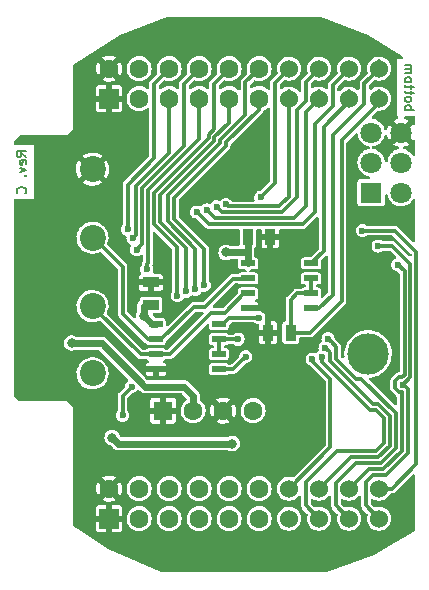
<source format=gbr>
G04 #@! TF.GenerationSoftware,KiCad,Pcbnew,6.0.11-2627ca5db0~126~ubuntu22.04.1*
G04 #@! TF.CreationDate,2023-12-06T10:34:05+01:00*
G04 #@! TF.ProjectId,bus-module_atmega324,6275732d-6d6f-4647-956c-655f61746d65,C*
G04 #@! TF.SameCoordinates,Original*
G04 #@! TF.FileFunction,Copper,L2,Bot*
G04 #@! TF.FilePolarity,Positive*
%FSLAX46Y46*%
G04 Gerber Fmt 4.6, Leading zero omitted, Abs format (unit mm)*
G04 Created by KiCad (PCBNEW 6.0.11-2627ca5db0~126~ubuntu22.04.1) date 2023-12-06 10:34:05*
%MOMM*%
%LPD*%
G01*
G04 APERTURE LIST*
%ADD10C,0.150000*%
G04 #@! TA.AperFunction,NonConductor*
%ADD11C,0.150000*%
G04 #@! TD*
G04 #@! TA.AperFunction,ComponentPad*
%ADD12R,1.651000X1.651000*%
G04 #@! TD*
G04 #@! TA.AperFunction,ComponentPad*
%ADD13C,1.600200*%
G04 #@! TD*
G04 #@! TA.AperFunction,ComponentPad*
%ADD14C,1.524000*%
G04 #@! TD*
G04 #@! TA.AperFunction,ComponentPad*
%ADD15C,3.500000*%
G04 #@! TD*
G04 #@! TA.AperFunction,SMDPad,CuDef*
%ADD16R,0.889000X1.397000*%
G04 #@! TD*
G04 #@! TA.AperFunction,SMDPad,CuDef*
%ADD17R,1.397000X0.889000*%
G04 #@! TD*
G04 #@! TA.AperFunction,ComponentPad*
%ADD18C,2.200000*%
G04 #@! TD*
G04 #@! TA.AperFunction,SMDPad,CuDef*
%ADD19R,1.143000X0.508000*%
G04 #@! TD*
G04 #@! TA.AperFunction,ComponentPad*
%ADD20R,1.600000X1.600000*%
G04 #@! TD*
G04 #@! TA.AperFunction,ComponentPad*
%ADD21C,1.600000*%
G04 #@! TD*
G04 #@! TA.AperFunction,ComponentPad*
%ADD22R,1.800000X1.800000*%
G04 #@! TD*
G04 #@! TA.AperFunction,ComponentPad*
%ADD23C,1.800000*%
G04 #@! TD*
G04 #@! TA.AperFunction,ViaPad*
%ADD24C,0.800000*%
G04 #@! TD*
G04 #@! TA.AperFunction,ViaPad*
%ADD25C,0.600000*%
G04 #@! TD*
G04 #@! TA.AperFunction,Conductor*
%ADD26C,0.300000*%
G04 #@! TD*
G04 #@! TA.AperFunction,Conductor*
%ADD27C,0.600000*%
G04 #@! TD*
G04 APERTURE END LIST*
D10*
D11*
X81531904Y-88292261D02*
X81150952Y-88025595D01*
X81531904Y-87835119D02*
X80731904Y-87835119D01*
X80731904Y-88139880D01*
X80770000Y-88216071D01*
X80808095Y-88254166D01*
X80884285Y-88292261D01*
X80998571Y-88292261D01*
X81074761Y-88254166D01*
X81112857Y-88216071D01*
X81150952Y-88139880D01*
X81150952Y-87835119D01*
X81493809Y-88939880D02*
X81531904Y-88863690D01*
X81531904Y-88711309D01*
X81493809Y-88635119D01*
X81417619Y-88597023D01*
X81112857Y-88597023D01*
X81036666Y-88635119D01*
X80998571Y-88711309D01*
X80998571Y-88863690D01*
X81036666Y-88939880D01*
X81112857Y-88977976D01*
X81189047Y-88977976D01*
X81265238Y-88597023D01*
X80998571Y-89244642D02*
X81531904Y-89435119D01*
X80998571Y-89625595D01*
X81455714Y-89930357D02*
X81493809Y-89968452D01*
X81531904Y-89930357D01*
X81493809Y-89892261D01*
X81455714Y-89930357D01*
X81531904Y-89930357D01*
X81455714Y-91377976D02*
X81493809Y-91339880D01*
X81531904Y-91225595D01*
X81531904Y-91149404D01*
X81493809Y-91035119D01*
X81417619Y-90958928D01*
X81341428Y-90920833D01*
X81189047Y-90882738D01*
X81074761Y-90882738D01*
X80922380Y-90920833D01*
X80846190Y-90958928D01*
X80770000Y-91035119D01*
X80731904Y-91149404D01*
X80731904Y-91225595D01*
X80770000Y-91339880D01*
X80808095Y-91377976D01*
D10*
D11*
X113608095Y-84338214D02*
X114408095Y-84338214D01*
X114103333Y-84338214D02*
X114141428Y-84262023D01*
X114141428Y-84109642D01*
X114103333Y-84033452D01*
X114065238Y-83995357D01*
X113989047Y-83957261D01*
X113760476Y-83957261D01*
X113684285Y-83995357D01*
X113646190Y-84033452D01*
X113608095Y-84109642D01*
X113608095Y-84262023D01*
X113646190Y-84338214D01*
X113608095Y-83500119D02*
X113646190Y-83576309D01*
X113684285Y-83614404D01*
X113760476Y-83652500D01*
X113989047Y-83652500D01*
X114065238Y-83614404D01*
X114103333Y-83576309D01*
X114141428Y-83500119D01*
X114141428Y-83385833D01*
X114103333Y-83309642D01*
X114065238Y-83271547D01*
X113989047Y-83233452D01*
X113760476Y-83233452D01*
X113684285Y-83271547D01*
X113646190Y-83309642D01*
X113608095Y-83385833D01*
X113608095Y-83500119D01*
X114141428Y-83004880D02*
X114141428Y-82700119D01*
X114408095Y-82890595D02*
X113722380Y-82890595D01*
X113646190Y-82852500D01*
X113608095Y-82776309D01*
X113608095Y-82700119D01*
X114141428Y-82547738D02*
X114141428Y-82242976D01*
X114408095Y-82433452D02*
X113722380Y-82433452D01*
X113646190Y-82395357D01*
X113608095Y-82319166D01*
X113608095Y-82242976D01*
X113608095Y-81862023D02*
X113646190Y-81938214D01*
X113684285Y-81976309D01*
X113760476Y-82014404D01*
X113989047Y-82014404D01*
X114065238Y-81976309D01*
X114103333Y-81938214D01*
X114141428Y-81862023D01*
X114141428Y-81747738D01*
X114103333Y-81671547D01*
X114065238Y-81633452D01*
X113989047Y-81595357D01*
X113760476Y-81595357D01*
X113684285Y-81633452D01*
X113646190Y-81671547D01*
X113608095Y-81747738D01*
X113608095Y-81862023D01*
X113608095Y-81252500D02*
X114141428Y-81252500D01*
X114065238Y-81252500D02*
X114103333Y-81214404D01*
X114141428Y-81138214D01*
X114141428Y-81023928D01*
X114103333Y-80947738D01*
X114027142Y-80909642D01*
X113608095Y-80909642D01*
X114027142Y-80909642D02*
X114103333Y-80871547D01*
X114141428Y-80795357D01*
X114141428Y-80681071D01*
X114103333Y-80604880D01*
X114027142Y-80566785D01*
X113608095Y-80566785D01*
D12*
X88570000Y-118947500D03*
D13*
X88570000Y-116407500D03*
X91110000Y-118947500D03*
X91110000Y-116407500D03*
X93650000Y-118947500D03*
X93650000Y-116407500D03*
X96190000Y-118947500D03*
X96190000Y-116407500D03*
X98730000Y-118947500D03*
X98730000Y-116407500D03*
X101270000Y-118947500D03*
X101270000Y-116407500D03*
D14*
X103810000Y-118947500D03*
X103810000Y-116407500D03*
X106350000Y-118947500D03*
X106350000Y-116407500D03*
X108890000Y-118947500D03*
X108890000Y-116407500D03*
X111430000Y-118947500D03*
X111430000Y-116407500D03*
D12*
X88570000Y-83387500D03*
D13*
X88570000Y-80847500D03*
X91110000Y-83387500D03*
X91110000Y-80847500D03*
X93650000Y-83387500D03*
X93650000Y-80847500D03*
X96190000Y-83387500D03*
X96190000Y-80847500D03*
X98730000Y-83387500D03*
X98730000Y-80847500D03*
X101270000Y-83387500D03*
X101270000Y-80847500D03*
D14*
X103810000Y-83387500D03*
X103810000Y-80847500D03*
X106350000Y-83387500D03*
X106350000Y-80847500D03*
X108890000Y-83387500D03*
X108890000Y-80847500D03*
X111430000Y-83387500D03*
X111430000Y-80847500D03*
D15*
X110500000Y-105000000D03*
D16*
X102222500Y-95071500D03*
X100317500Y-95071500D03*
D17*
X92126000Y-98945000D03*
X92126000Y-100850000D03*
D18*
X87170000Y-89352500D03*
X87170000Y-95152500D03*
X87170000Y-100952500D03*
X87170000Y-106652500D03*
D19*
X97867000Y-102495000D03*
X97867000Y-103765000D03*
X97867000Y-105035000D03*
X97867000Y-106305000D03*
X92533000Y-106305000D03*
X92533000Y-105035000D03*
X92533000Y-103765000D03*
X92533000Y-102495000D03*
X105667000Y-97345000D03*
X105667000Y-98615000D03*
X105667000Y-99885000D03*
X105667000Y-101155000D03*
X100333000Y-101155000D03*
X100333000Y-99885000D03*
X100333000Y-98615000D03*
X100333000Y-97345000D03*
D20*
X93142000Y-109803500D03*
D21*
X95682000Y-109803500D03*
X98222000Y-109803500D03*
X100762000Y-109803500D03*
D22*
X110750000Y-91342500D03*
D23*
X113290000Y-91342500D03*
X110750000Y-88802500D03*
X113290000Y-88802500D03*
X110750000Y-86262500D03*
X113290000Y-86262500D03*
D16*
X102032000Y-103199500D03*
X103937000Y-103199500D03*
D24*
X94000000Y-106200000D03*
X89000000Y-92400000D03*
X86030000Y-98119500D03*
X104500000Y-95750000D03*
X99238000Y-87451500D03*
X100889000Y-103199500D03*
X104417031Y-110565500D03*
D25*
X90475000Y-107771500D03*
X89713000Y-110184500D03*
X105767337Y-105448502D03*
X106604000Y-105231500D03*
X106858000Y-104469500D03*
X107112000Y-103707500D03*
X113011957Y-97446698D03*
X113442106Y-107607515D03*
X111349980Y-95858766D03*
X110017980Y-94561432D03*
X90591592Y-95209802D03*
X90136050Y-94448450D03*
X91757407Y-97852986D03*
X90919248Y-96183783D03*
X95091496Y-99691856D03*
X94339784Y-100058048D03*
X96641317Y-99175356D03*
X95875842Y-99534311D03*
X98455102Y-92341896D03*
X101400000Y-91737011D03*
X96858495Y-92817388D03*
X97677415Y-92529569D03*
X95987488Y-92981273D03*
X99488988Y-103750777D03*
X101250000Y-101929500D03*
X100138996Y-105231500D03*
D24*
X85395000Y-104088500D03*
X91500000Y-101750000D03*
X88824000Y-112089492D03*
X98477812Y-96409113D03*
X98983995Y-112597500D03*
D26*
X89713000Y-108533500D02*
X89713000Y-110184500D01*
X90475000Y-107771500D02*
X89713000Y-108533500D01*
X105872750Y-105699925D02*
X105872750Y-105553915D01*
X107303146Y-107130321D02*
X105872750Y-105699925D01*
X103810000Y-116407500D02*
X107303146Y-112914354D01*
X107303146Y-112914354D02*
X107303146Y-107130321D01*
X105872750Y-105553915D02*
X105767337Y-105448502D01*
X103810000Y-116407500D02*
X103827541Y-116389959D01*
X107866329Y-113245409D02*
X111173298Y-113245409D01*
X105237999Y-117835499D02*
X105237999Y-115873739D01*
X111166347Y-109748045D02*
X110696281Y-109748045D01*
X106295049Y-118892549D02*
X106350000Y-118947500D01*
X105237999Y-115873739D02*
X107866329Y-113245409D01*
X106604000Y-105655764D02*
X106604000Y-105231500D01*
X111850208Y-112568499D02*
X111850208Y-110431906D01*
X111850208Y-110431906D02*
X111166347Y-109748045D01*
X110696281Y-109748045D02*
X106604000Y-105655764D01*
X111173298Y-113245409D02*
X111850208Y-112568499D01*
X106350000Y-118947500D02*
X105237999Y-117835499D01*
X112350218Y-110224794D02*
X111373458Y-109248034D01*
X107288742Y-104900242D02*
X107157999Y-104769499D01*
X112350219Y-112775610D02*
X112350218Y-110224794D01*
X107157999Y-104769499D02*
X106858000Y-104469500D01*
X106350000Y-116407500D02*
X109012080Y-113745420D01*
X110932910Y-109248034D02*
X107288742Y-105603866D01*
X107288742Y-105603866D02*
X107288742Y-104900242D01*
X109012080Y-113745420D02*
X111380410Y-113745419D01*
X111373458Y-109248034D02*
X110932910Y-109248034D01*
X111380410Y-113745419D02*
X112350219Y-112775610D01*
X109932547Y-107100001D02*
X109491999Y-107100001D01*
X111587522Y-114245429D02*
X112850229Y-112982720D01*
X109491999Y-107100001D02*
X107788753Y-105396755D01*
X107777999Y-117835499D02*
X107777999Y-115940623D01*
X112850229Y-112982720D02*
X112850228Y-110017682D01*
X107788753Y-105396755D02*
X107788753Y-104384253D01*
X107411999Y-104007499D02*
X107112000Y-103707500D01*
X107788753Y-104384253D02*
X107411999Y-104007499D01*
X109473193Y-114245429D02*
X111587522Y-114245429D01*
X112850228Y-110017682D02*
X109932547Y-107100001D01*
X108890000Y-118947500D02*
X107777999Y-117835499D01*
X107777999Y-115940623D02*
X109473193Y-114245429D01*
X110552060Y-114745440D02*
X111794629Y-114745440D01*
X113589468Y-98024209D02*
X113011957Y-97446698D01*
X113350240Y-108257516D02*
X113130105Y-108257516D01*
X111794629Y-114745440D02*
X113350239Y-113189830D01*
X112792105Y-107295514D02*
X113130105Y-106957514D01*
X113350239Y-113189830D02*
X113350238Y-109810570D01*
X113130105Y-106957514D02*
X113384987Y-106957514D01*
X113130105Y-108257516D02*
X112792105Y-107919516D01*
X108890000Y-116407500D02*
X110552060Y-114745440D01*
X113350240Y-109810568D02*
X113350240Y-108257516D01*
X113384987Y-106957514D02*
X113589468Y-106753033D01*
X113589468Y-106753033D02*
X113589468Y-98024209D01*
X112792105Y-107919516D02*
X112792105Y-107295514D01*
X113350238Y-109810570D02*
X113350240Y-109810568D01*
X111430000Y-118947500D02*
X110317999Y-117835499D01*
X113850250Y-113396940D02*
X113850250Y-107949149D01*
X111774244Y-95858766D02*
X111349980Y-95858766D01*
X114089478Y-106960143D02*
X114089478Y-97409531D01*
X110317999Y-115876669D02*
X110949217Y-115245451D01*
X112538713Y-95858766D02*
X111774244Y-95858766D01*
X113850250Y-107949149D02*
X113508616Y-107607515D01*
X113442106Y-107607515D02*
X114089478Y-106960143D01*
X112001739Y-115245451D02*
X113850250Y-113396940D01*
X110317999Y-117835499D02*
X110317999Y-115876669D01*
X113508616Y-107607515D02*
X113442106Y-107607515D01*
X110949217Y-115245451D02*
X112001739Y-115245451D01*
X114089478Y-97409531D02*
X112538713Y-95858766D01*
X112507630Y-116407500D02*
X114589488Y-114325642D01*
X111430000Y-116407500D02*
X112507630Y-116407500D01*
X114589488Y-96389488D02*
X112761432Y-94561432D01*
X112761432Y-94561432D02*
X110442244Y-94561432D01*
X114589488Y-114325642D02*
X114589488Y-96389488D01*
X110442244Y-94561432D02*
X110017980Y-94561432D01*
X93650000Y-83387500D02*
X93650000Y-87963403D01*
X93650000Y-82770000D02*
X93650000Y-83036398D01*
X90863238Y-90750165D02*
X90863238Y-94938156D01*
X93650000Y-83036398D02*
X93650000Y-83450291D01*
X90863238Y-94938156D02*
X90591592Y-95209802D01*
X93650000Y-87963403D02*
X90863238Y-90750165D01*
X92380000Y-82117500D02*
X92380000Y-88418840D01*
X93650000Y-80847500D02*
X92380000Y-82117500D01*
X92380000Y-88418840D02*
X90136050Y-90662790D01*
X90136050Y-94024186D02*
X90136050Y-94448450D01*
X90136050Y-90662790D02*
X90136050Y-94024186D01*
X96190000Y-86837647D02*
X91879989Y-91147658D01*
X91757407Y-97428722D02*
X91757407Y-97852986D01*
X91879989Y-97306140D02*
X91757407Y-97428722D01*
X96190000Y-82770000D02*
X96190000Y-83901512D01*
X96190000Y-83387500D02*
X96190000Y-86837647D01*
X91879989Y-91147658D02*
X91879989Y-97306140D01*
X91379978Y-90940547D02*
X91379978Y-95723053D01*
X96190000Y-80847500D02*
X94920000Y-82117500D01*
X94920000Y-82117500D02*
X94920000Y-87400525D01*
X91219247Y-95883784D02*
X90919248Y-96183783D01*
X94920000Y-87400525D02*
X91379978Y-90940547D01*
X91379978Y-95723053D02*
X91219247Y-95883784D01*
X92888001Y-93801501D02*
X95091496Y-96004996D01*
X97487977Y-86953914D02*
X92888001Y-91553890D01*
X98730000Y-85435254D02*
X97487977Y-86677277D01*
X98730000Y-83387500D02*
X98730000Y-85435254D01*
X92888001Y-91553890D02*
X92888001Y-93801501D01*
X95091496Y-96004996D02*
X95091496Y-99267592D01*
X97487977Y-86677277D02*
X97487977Y-86953914D01*
X95091496Y-99267592D02*
X95091496Y-99691856D01*
X98730000Y-80847500D02*
X97460000Y-82117500D01*
X92387990Y-91346779D02*
X92387991Y-94008613D01*
X96987966Y-86746803D02*
X92387990Y-91346779D01*
X96987966Y-86470166D02*
X96987966Y-86746803D01*
X94339784Y-99633784D02*
X94339784Y-100058048D01*
X94339784Y-95960406D02*
X94339784Y-99633784D01*
X97460000Y-82117500D02*
X97460000Y-85998132D01*
X97460000Y-85998132D02*
X96987966Y-86470166D01*
X92387991Y-94008613D02*
X94339784Y-95960406D01*
X101270000Y-84309498D02*
X98487999Y-87091499D01*
X98487999Y-87091499D02*
X98487999Y-87368136D01*
X101270000Y-83387500D02*
X101270000Y-84309498D01*
X98487999Y-87368136D02*
X94070012Y-91786123D01*
X94070012Y-91786123D02*
X94070012Y-93569266D01*
X96641317Y-98751092D02*
X96641317Y-99175356D01*
X94070012Y-93569266D02*
X96641317Y-96140571D01*
X96641317Y-96140571D02*
X96641317Y-98751092D01*
X100119899Y-84752477D02*
X97987988Y-86884388D01*
X95875842Y-96082218D02*
X95875842Y-99110047D01*
X97987988Y-87161025D02*
X93570001Y-91579012D01*
X100119899Y-81997601D02*
X100119899Y-84752477D01*
X93570001Y-91579012D02*
X93570002Y-93776378D01*
X93570002Y-93776378D02*
X95875842Y-96082218D01*
X97987988Y-86884388D02*
X97987988Y-87161025D01*
X95875842Y-99110047D02*
X95875842Y-99534311D01*
X101270000Y-80847500D02*
X100119899Y-81997601D01*
X98619860Y-92509542D02*
X98455102Y-92344784D01*
X103250000Y-92249559D02*
X103250000Y-92250000D01*
X98455102Y-92344784D02*
X98455102Y-92341896D01*
X103810000Y-91689559D02*
X103250000Y-92249559D01*
X103810000Y-82770000D02*
X103810000Y-91689559D01*
X103250000Y-92250000D02*
X102990458Y-92509542D01*
X102990458Y-92509542D02*
X98619860Y-92509542D01*
X101699999Y-91437012D02*
X101400000Y-91737011D01*
X102600000Y-82057500D02*
X103810000Y-80847500D01*
X102600000Y-90537011D02*
X101699999Y-91437012D01*
X102600000Y-90537011D02*
X102600000Y-82057500D01*
X105250000Y-92500000D02*
X104240436Y-93509564D01*
X97550671Y-93509564D02*
X97158494Y-93117387D01*
X106350000Y-83387500D02*
X105250000Y-84487500D01*
X105250000Y-84487500D02*
X105250000Y-92500000D01*
X106350000Y-82770000D02*
X106350000Y-83900000D01*
X104240436Y-93509564D02*
X97550671Y-93509564D01*
X97158494Y-93117387D02*
X96858495Y-92817388D01*
X105237999Y-83605263D02*
X104500000Y-84343262D01*
X104500000Y-84343262D02*
X104500000Y-91707122D01*
X106350000Y-80847500D02*
X105237999Y-81959501D01*
X103197569Y-93009553D02*
X98157399Y-93009553D01*
X104500000Y-91707122D02*
X103197569Y-93009553D01*
X98157399Y-93009553D02*
X97977414Y-92829568D01*
X105237999Y-81959501D02*
X105237999Y-83605263D01*
X97977414Y-92829568D02*
X97677415Y-92529569D01*
X108890000Y-83610000D02*
X106750000Y-85750000D01*
X106750000Y-85750000D02*
X106750000Y-96262000D01*
X106750000Y-96262000D02*
X105667000Y-97345000D01*
X108890000Y-82770000D02*
X108890000Y-83610000D01*
X108890000Y-80860000D02*
X107500000Y-82250000D01*
X96287487Y-93281272D02*
X95987488Y-92981273D01*
X106000000Y-85500000D02*
X106000000Y-93000000D01*
X104990425Y-94009575D02*
X97015790Y-94009575D01*
X97015790Y-94009575D02*
X96287487Y-93281272D01*
X107500000Y-84000000D02*
X106000000Y-85500000D01*
X107500000Y-82250000D02*
X107500000Y-84000000D01*
X106000000Y-93000000D02*
X104990425Y-94009575D01*
X107500000Y-100000000D02*
X107500000Y-86507166D01*
X110668001Y-81609499D02*
X111430000Y-80847500D01*
X110183190Y-83823976D02*
X110183190Y-82094310D01*
X107500000Y-86507166D02*
X110183190Y-83823976D01*
X111430000Y-80230000D02*
X111430000Y-80320000D01*
X105667000Y-101155000D02*
X106345000Y-101155000D01*
X110183190Y-82094310D02*
X110668001Y-81609499D01*
X106345000Y-101155000D02*
X107500000Y-100000000D01*
X99474765Y-103765000D02*
X99488988Y-103750777D01*
X97867000Y-103765000D02*
X99474765Y-103765000D01*
X97867000Y-103765000D02*
X97867000Y-105035000D01*
X98184500Y-102495000D02*
X98750000Y-101929500D01*
X100825736Y-101929500D02*
X101250000Y-101929500D01*
X98750000Y-101929500D02*
X100825736Y-101929500D01*
X97867000Y-102495000D02*
X98184500Y-102495000D01*
X99838997Y-105531499D02*
X100138996Y-105231500D01*
X99065496Y-106305000D02*
X99838997Y-105531499D01*
X97867000Y-106305000D02*
X99065496Y-106305000D01*
X103937000Y-100405500D02*
X104457500Y-99885000D01*
X104457500Y-99885000D02*
X105667000Y-99885000D01*
X111430000Y-83727500D02*
X108250000Y-86907500D01*
X105667000Y-99885000D02*
X105667000Y-98615000D01*
X103937000Y-100405500D02*
X103937000Y-103199500D01*
X111430000Y-83387500D02*
X111430000Y-83727500D01*
X111430000Y-82770000D02*
X111430000Y-83070000D01*
X105550500Y-103199500D02*
X103937000Y-103199500D01*
X108250000Y-100500000D02*
X105550500Y-103199500D01*
X108250000Y-86907500D02*
X108250000Y-100500000D01*
X91237000Y-105035000D02*
X87551000Y-101349000D01*
X87170000Y-101603000D02*
X87170000Y-100952500D01*
X98380318Y-101520182D02*
X100015500Y-99885000D01*
X100015500Y-99885000D02*
X100333000Y-99885000D01*
X93715000Y-105035000D02*
X97229818Y-101520182D01*
X97229818Y-101520182D02*
X98380318Y-101520182D01*
X92285000Y-105035000D02*
X92533000Y-105035000D01*
X92533000Y-105035000D02*
X93715000Y-105035000D01*
X92533000Y-105035000D02*
X91237000Y-105035000D01*
X91872000Y-103765000D02*
X89713000Y-101606000D01*
X89713000Y-101606000D02*
X89713000Y-97611500D01*
X89713000Y-97611500D02*
X87254000Y-95152500D01*
X87254000Y-95152500D02*
X87170000Y-95152500D01*
X92533000Y-103765000D02*
X92985000Y-103765000D01*
X92985000Y-103765000D02*
X95729829Y-101020171D01*
X92533000Y-103765000D02*
X92215500Y-103765000D01*
X95729829Y-101020171D02*
X96676012Y-101020171D01*
X96676012Y-101020171D02*
X99064208Y-98631975D01*
X100316025Y-98631975D02*
X100333000Y-98615000D01*
X92533000Y-103765000D02*
X91872000Y-103765000D01*
X99064208Y-98631975D02*
X100316025Y-98631975D01*
D27*
X87935000Y-104088500D02*
X85395000Y-104088500D01*
X95682000Y-108533500D02*
X94920000Y-107771500D01*
X94920000Y-107771500D02*
X91618000Y-107771500D01*
X91618000Y-107771500D02*
X87935000Y-104088500D01*
X95682000Y-109803500D02*
X95682000Y-108533500D01*
X91500000Y-101750000D02*
X92245000Y-102495000D01*
X91500000Y-100952500D02*
X91750000Y-100702500D01*
X100317500Y-96409113D02*
X99043497Y-96409113D01*
X100317500Y-95948525D02*
X100317500Y-96409113D01*
X89223999Y-112489491D02*
X88824000Y-112089492D01*
X100317500Y-94817500D02*
X100317500Y-95948525D01*
X100317500Y-97329500D02*
X100333000Y-97345000D01*
X92533000Y-102495000D02*
X92245000Y-102495000D01*
X91500000Y-100952500D02*
X91500000Y-101750000D01*
X100317500Y-95948525D02*
X100317500Y-97329500D01*
X99043497Y-96409113D02*
X98477812Y-96409113D01*
X98983995Y-112597500D02*
X89332008Y-112597500D01*
X89332008Y-112597500D02*
X89223999Y-112489491D01*
G04 #@! TA.AperFunction,Conductor*
G36*
X106521395Y-76508023D02*
G01*
X110488171Y-77995564D01*
X110510709Y-78006693D01*
X113402339Y-79813962D01*
X113449504Y-79867028D01*
X113460493Y-79937169D01*
X113431815Y-80002116D01*
X113372578Y-80041249D01*
X113335559Y-80046810D01*
X112959000Y-80046810D01*
X112959000Y-84858191D01*
X112967436Y-84858191D01*
X113026361Y-84890366D01*
X113060387Y-84952678D01*
X113055323Y-85023493D01*
X113012778Y-85080330D01*
X112977700Y-85097373D01*
X112978087Y-85098423D01*
X112776592Y-85172758D01*
X112766210Y-85177710D01*
X112655261Y-85243718D01*
X112645663Y-85254051D01*
X112649150Y-85262440D01*
X113277188Y-85890478D01*
X113291132Y-85898092D01*
X113292965Y-85897961D01*
X113299580Y-85893710D01*
X113926988Y-85266301D01*
X113933745Y-85253926D01*
X113927715Y-85245870D01*
X113842007Y-85191793D01*
X113831759Y-85186572D01*
X113637640Y-85109126D01*
X113623718Y-85105002D01*
X113564083Y-85066477D01*
X113534743Y-85001826D01*
X113545014Y-84931577D01*
X113591634Y-84878032D01*
X113659503Y-84858191D01*
X114374000Y-84858191D01*
X114442121Y-84878193D01*
X114488614Y-84931849D01*
X114500000Y-84984191D01*
X114500000Y-85514296D01*
X114479998Y-85582417D01*
X114426342Y-85628910D01*
X114356068Y-85639014D01*
X114301387Y-85616326D01*
X114288189Y-85623522D01*
X113662021Y-86249689D01*
X113654408Y-86263632D01*
X113654539Y-86265466D01*
X113658790Y-86272080D01*
X114287835Y-86901124D01*
X114300912Y-86908265D01*
X114365010Y-86884357D01*
X114434385Y-86899448D01*
X114484587Y-86949650D01*
X114500000Y-87010036D01*
X114500000Y-88113872D01*
X114479998Y-88181993D01*
X114426342Y-88228486D01*
X114356068Y-88238590D01*
X114291488Y-88209096D01*
X114273042Y-88189261D01*
X114155089Y-88031303D01*
X114155088Y-88031302D01*
X114151636Y-88026679D01*
X114127524Y-88004390D01*
X114000066Y-87886569D01*
X114000063Y-87886567D01*
X113995826Y-87882650D01*
X113816377Y-87769426D01*
X113619300Y-87690800D01*
X113570874Y-87681168D01*
X113507966Y-87648261D01*
X113472833Y-87586566D01*
X113476633Y-87515671D01*
X113518158Y-87458085D01*
X113566040Y-87435071D01*
X113576803Y-87432487D01*
X113774711Y-87365306D01*
X113785208Y-87360632D01*
X113925628Y-87281994D01*
X113935491Y-87271917D01*
X113932536Y-87264247D01*
X113302811Y-86634521D01*
X113288868Y-86626908D01*
X113287034Y-86627039D01*
X113280420Y-86631290D01*
X112652926Y-87258785D01*
X112646733Y-87270127D01*
X112656614Y-87282616D01*
X112710156Y-87318392D01*
X112720263Y-87323879D01*
X112912288Y-87406379D01*
X112923219Y-87409930D01*
X113018996Y-87431603D01*
X113081022Y-87466146D01*
X113114526Y-87528740D01*
X113108872Y-87599511D01*
X113065853Y-87655990D01*
X113012523Y-87678676D01*
X113010428Y-87679036D01*
X112995612Y-87681581D01*
X112995604Y-87681583D01*
X112989913Y-87682561D01*
X112790846Y-87756001D01*
X112785885Y-87758953D01*
X112785884Y-87758953D01*
X112613463Y-87861532D01*
X112613460Y-87861534D01*
X112608495Y-87864488D01*
X112604155Y-87868294D01*
X112604151Y-87868297D01*
X112509634Y-87951187D01*
X112448968Y-88004390D01*
X112445393Y-88008925D01*
X112445392Y-88008926D01*
X112325207Y-88161380D01*
X112317607Y-88171020D01*
X112218812Y-88358799D01*
X112155891Y-88561438D01*
X112155212Y-88567173D01*
X112155212Y-88567174D01*
X112145589Y-88648474D01*
X112117718Y-88713771D01*
X112058969Y-88753635D01*
X111987995Y-88755408D01*
X111927328Y-88718528D01*
X111896231Y-88654704D01*
X111894995Y-88645226D01*
X111890031Y-88591208D01*
X111884988Y-88573324D01*
X111834004Y-88392551D01*
X111834003Y-88392549D01*
X111832436Y-88386992D01*
X111738590Y-88196691D01*
X111730959Y-88186471D01*
X111615089Y-88031303D01*
X111615088Y-88031302D01*
X111611636Y-88026679D01*
X111587524Y-88004390D01*
X111460066Y-87886569D01*
X111460063Y-87886567D01*
X111455826Y-87882650D01*
X111276377Y-87769426D01*
X111079300Y-87690800D01*
X111073643Y-87689675D01*
X111073637Y-87689673D01*
X110898846Y-87654906D01*
X110835936Y-87621999D01*
X110800804Y-87560304D01*
X110804604Y-87489409D01*
X110846129Y-87431823D01*
X110905347Y-87406631D01*
X111014953Y-87390739D01*
X111014958Y-87390738D01*
X111020667Y-87389910D01*
X111026131Y-87388055D01*
X111026136Y-87388054D01*
X111119240Y-87356449D01*
X111221589Y-87321707D01*
X111226632Y-87318883D01*
X111401670Y-87220857D01*
X111401674Y-87220854D01*
X111406717Y-87218030D01*
X111569852Y-87082352D01*
X111705530Y-86919217D01*
X111708354Y-86914174D01*
X111708357Y-86914170D01*
X111806383Y-86739132D01*
X111806384Y-86739130D01*
X111809207Y-86734089D01*
X111877410Y-86533167D01*
X111877724Y-86533274D01*
X111911556Y-86474347D01*
X111974581Y-86441663D01*
X112045273Y-86448241D01*
X112101185Y-86491994D01*
X112120848Y-86534312D01*
X112152563Y-86659189D01*
X112156401Y-86670027D01*
X112243898Y-86859822D01*
X112249654Y-86869791D01*
X112269774Y-86898261D01*
X112280365Y-86906652D01*
X112293664Y-86899625D01*
X112917979Y-86275311D01*
X112925592Y-86261368D01*
X112925461Y-86259534D01*
X112921210Y-86252920D01*
X112290416Y-85622127D01*
X112278041Y-85615370D01*
X112272075Y-85619836D01*
X112179287Y-85796196D01*
X112174880Y-85806835D01*
X112115633Y-85997641D01*
X112076330Y-86056767D01*
X112011301Y-86085257D01*
X111941192Y-86074067D01*
X111888262Y-86026750D01*
X111874032Y-85994479D01*
X111834004Y-85852551D01*
X111834003Y-85852549D01*
X111832436Y-85846992D01*
X111824344Y-85830582D01*
X111741145Y-85661872D01*
X111738590Y-85656691D01*
X111611636Y-85486679D01*
X111607400Y-85482763D01*
X111460066Y-85346569D01*
X111460063Y-85346567D01*
X111455826Y-85342650D01*
X111276377Y-85229426D01*
X111079300Y-85150800D01*
X111073640Y-85149674D01*
X111073636Y-85149673D01*
X110892996Y-85113742D01*
X110830086Y-85080835D01*
X110794954Y-85019140D01*
X110798754Y-84948245D01*
X110828482Y-84901068D01*
X111286942Y-84442608D01*
X111349254Y-84408582D01*
X111390956Y-84406589D01*
X111408609Y-84408694D01*
X111414744Y-84408222D01*
X111414746Y-84408222D01*
X111601226Y-84393873D01*
X111601231Y-84393872D01*
X111607367Y-84393400D01*
X111613297Y-84391744D01*
X111613299Y-84391744D01*
X111732791Y-84358381D01*
X111799370Y-84339792D01*
X111809805Y-84334521D01*
X111971802Y-84252691D01*
X111971804Y-84252690D01*
X111977303Y-84249912D01*
X112134390Y-84127182D01*
X112138416Y-84122518D01*
X112260618Y-83980946D01*
X112260619Y-83980944D01*
X112264647Y-83976278D01*
X112363112Y-83802948D01*
X112426035Y-83613794D01*
X112448280Y-83437713D01*
X112450578Y-83419523D01*
X112450579Y-83419513D01*
X112451020Y-83416020D01*
X112451418Y-83387500D01*
X112431965Y-83189106D01*
X112430184Y-83183207D01*
X112430183Y-83183202D01*
X112376129Y-83004167D01*
X112374348Y-82998268D01*
X112280761Y-82822256D01*
X112276871Y-82817486D01*
X112276868Y-82817482D01*
X112158663Y-82672549D01*
X112158660Y-82672546D01*
X112154768Y-82667774D01*
X112148332Y-82662449D01*
X112049148Y-82580397D01*
X112001170Y-82540706D01*
X111825815Y-82445892D01*
X111635385Y-82386944D01*
X111629263Y-82386301D01*
X111629260Y-82386300D01*
X111525243Y-82375368D01*
X111518702Y-82374507D01*
X111439793Y-82362009D01*
X111430000Y-82360458D01*
X111341299Y-82374507D01*
X111340642Y-82374611D01*
X111332352Y-82375643D01*
X111314267Y-82377289D01*
X111244745Y-82383615D01*
X111244743Y-82383615D01*
X111238605Y-82384174D01*
X111047370Y-82440458D01*
X111041905Y-82443315D01*
X111036976Y-82445892D01*
X110870709Y-82532814D01*
X110865909Y-82536674D01*
X110865908Y-82536674D01*
X110792642Y-82595581D01*
X110727019Y-82622677D01*
X110657165Y-82609993D01*
X110605257Y-82561557D01*
X110587690Y-82497384D01*
X110587690Y-82314050D01*
X110607692Y-82245929D01*
X110624595Y-82224955D01*
X111000431Y-81849119D01*
X111062743Y-81815093D01*
X111128461Y-81818381D01*
X111170386Y-81832003D01*
X111204810Y-81843189D01*
X111204814Y-81843190D01*
X111210665Y-81845091D01*
X111216775Y-81845820D01*
X111216777Y-81845820D01*
X111285287Y-81853989D01*
X111408609Y-81868694D01*
X111414744Y-81868222D01*
X111414746Y-81868222D01*
X111601226Y-81853873D01*
X111601231Y-81853872D01*
X111607367Y-81853400D01*
X111613297Y-81851744D01*
X111613299Y-81851744D01*
X111732791Y-81818381D01*
X111799370Y-81799792D01*
X111807695Y-81795587D01*
X111971802Y-81712691D01*
X111971804Y-81712690D01*
X111977303Y-81709912D01*
X112134390Y-81587182D01*
X112138416Y-81582518D01*
X112260618Y-81440946D01*
X112260619Y-81440944D01*
X112264647Y-81436278D01*
X112363112Y-81262948D01*
X112426035Y-81073794D01*
X112433518Y-81014562D01*
X112450578Y-80879523D01*
X112450579Y-80879513D01*
X112451020Y-80876020D01*
X112451418Y-80847500D01*
X112431965Y-80649106D01*
X112430184Y-80643207D01*
X112430183Y-80643202D01*
X112376129Y-80464167D01*
X112374348Y-80458268D01*
X112280761Y-80282256D01*
X112276871Y-80277486D01*
X112276868Y-80277482D01*
X112158663Y-80132549D01*
X112158660Y-80132546D01*
X112154768Y-80127774D01*
X112001170Y-80000706D01*
X111825815Y-79905892D01*
X111635385Y-79846944D01*
X111629263Y-79846301D01*
X111629260Y-79846300D01*
X111525243Y-79835368D01*
X111518702Y-79834507D01*
X111439793Y-79822009D01*
X111430000Y-79820458D01*
X111341299Y-79834507D01*
X111340642Y-79834611D01*
X111332352Y-79835643D01*
X111314267Y-79837289D01*
X111244745Y-79843615D01*
X111244743Y-79843615D01*
X111238605Y-79844174D01*
X111047370Y-79900458D01*
X110870709Y-79992814D01*
X110865909Y-79996674D01*
X110865908Y-79996674D01*
X110860893Y-80000706D01*
X110715351Y-80117725D01*
X110587214Y-80270433D01*
X110491179Y-80445121D01*
X110430902Y-80635135D01*
X110408682Y-80833239D01*
X110425362Y-81031886D01*
X110460216Y-81153434D01*
X110459766Y-81224427D01*
X110428192Y-81277258D01*
X109874655Y-81830795D01*
X109874652Y-81830799D01*
X109851864Y-81853587D01*
X109841736Y-81873464D01*
X109831406Y-81890321D01*
X109818285Y-81908381D01*
X109815220Y-81917814D01*
X109811389Y-81929605D01*
X109803824Y-81947871D01*
X109793692Y-81967755D01*
X109792141Y-81977548D01*
X109790201Y-81989797D01*
X109785585Y-82009023D01*
X109785503Y-82009277D01*
X109778690Y-82030244D01*
X109778690Y-82535618D01*
X109758688Y-82603739D01*
X109705032Y-82650232D01*
X109634758Y-82660336D01*
X109572375Y-82632703D01*
X109465918Y-82544634D01*
X109465919Y-82544634D01*
X109461170Y-82540706D01*
X109285815Y-82445892D01*
X109095385Y-82386944D01*
X109089263Y-82386301D01*
X109089260Y-82386300D01*
X108985243Y-82375368D01*
X108978702Y-82374507D01*
X108899793Y-82362009D01*
X108890000Y-82360458D01*
X108801299Y-82374507D01*
X108800642Y-82374611D01*
X108792352Y-82375643D01*
X108774267Y-82377289D01*
X108704745Y-82383615D01*
X108704743Y-82383615D01*
X108698605Y-82384174D01*
X108507370Y-82440458D01*
X108501905Y-82443315D01*
X108496976Y-82445892D01*
X108330709Y-82532814D01*
X108325909Y-82536674D01*
X108325908Y-82536674D01*
X108323995Y-82538212D01*
X108175351Y-82657725D01*
X108171392Y-82662443D01*
X108171386Y-82662449D01*
X108127021Y-82715321D01*
X108067912Y-82754648D01*
X107996924Y-82755774D01*
X107936596Y-82718343D01*
X107906083Y-82654238D01*
X107904500Y-82634330D01*
X107904500Y-82469740D01*
X107924502Y-82401619D01*
X107941405Y-82380645D01*
X108469865Y-81852185D01*
X108532177Y-81818159D01*
X108597896Y-81821447D01*
X108610724Y-81825615D01*
X108670665Y-81845091D01*
X108868609Y-81868694D01*
X108874744Y-81868222D01*
X108874746Y-81868222D01*
X109061226Y-81853873D01*
X109061231Y-81853872D01*
X109067367Y-81853400D01*
X109073297Y-81851744D01*
X109073299Y-81851744D01*
X109192791Y-81818381D01*
X109259370Y-81799792D01*
X109267695Y-81795587D01*
X109431802Y-81712691D01*
X109431804Y-81712690D01*
X109437303Y-81709912D01*
X109594390Y-81587182D01*
X109598416Y-81582518D01*
X109720618Y-81440946D01*
X109720619Y-81440944D01*
X109724647Y-81436278D01*
X109823112Y-81262948D01*
X109886035Y-81073794D01*
X109893518Y-81014562D01*
X109910578Y-80879523D01*
X109910579Y-80879513D01*
X109911020Y-80876020D01*
X109911418Y-80847500D01*
X109891965Y-80649106D01*
X109890184Y-80643207D01*
X109890183Y-80643202D01*
X109836129Y-80464167D01*
X109834348Y-80458268D01*
X109740761Y-80282256D01*
X109736871Y-80277486D01*
X109736868Y-80277482D01*
X109618663Y-80132549D01*
X109618660Y-80132546D01*
X109614768Y-80127774D01*
X109461170Y-80000706D01*
X109285815Y-79905892D01*
X109095385Y-79846944D01*
X109089260Y-79846300D01*
X109089259Y-79846300D01*
X108903260Y-79826751D01*
X108903258Y-79826751D01*
X108897131Y-79826107D01*
X108774252Y-79837290D01*
X108704746Y-79843615D01*
X108704745Y-79843615D01*
X108698605Y-79844174D01*
X108692691Y-79845915D01*
X108692689Y-79845915D01*
X108627981Y-79864960D01*
X108507370Y-79900458D01*
X108330709Y-79992814D01*
X108325909Y-79996674D01*
X108325908Y-79996674D01*
X108320893Y-80000706D01*
X108175351Y-80117725D01*
X108047214Y-80270433D01*
X107951179Y-80445121D01*
X107890902Y-80635135D01*
X107868682Y-80833239D01*
X107885362Y-81031886D01*
X107908014Y-81110882D01*
X107923001Y-81163147D01*
X107922551Y-81234142D01*
X107890977Y-81286973D01*
X107191465Y-81986485D01*
X107191462Y-81986489D01*
X107168674Y-82009277D01*
X107161794Y-82022780D01*
X107158546Y-82029154D01*
X107148216Y-82046011D01*
X107135095Y-82064071D01*
X107132030Y-82073504D01*
X107128199Y-82085295D01*
X107120634Y-82103561D01*
X107110502Y-82123445D01*
X107108951Y-82133238D01*
X107107011Y-82145487D01*
X107102395Y-82164713D01*
X107095500Y-82185934D01*
X107095500Y-82423598D01*
X107075498Y-82491719D01*
X107021842Y-82538212D01*
X106951568Y-82548316D01*
X106909572Y-82534434D01*
X106751238Y-82448824D01*
X106751236Y-82448823D01*
X106745815Y-82445892D01*
X106555385Y-82386944D01*
X106549263Y-82386301D01*
X106549260Y-82386300D01*
X106445243Y-82375368D01*
X106438702Y-82374507D01*
X106359793Y-82362009D01*
X106350000Y-82360458D01*
X106261299Y-82374507D01*
X106260642Y-82374611D01*
X106252352Y-82375643D01*
X106234267Y-82377289D01*
X106164745Y-82383615D01*
X106164743Y-82383615D01*
X106158605Y-82384174D01*
X105967370Y-82440458D01*
X105961905Y-82443315D01*
X105826874Y-82513907D01*
X105757238Y-82527741D01*
X105691178Y-82501731D01*
X105649666Y-82444135D01*
X105642499Y-82402245D01*
X105642499Y-82179241D01*
X105662501Y-82111120D01*
X105679404Y-82090146D01*
X105920431Y-81849119D01*
X105982743Y-81815093D01*
X106048461Y-81818381D01*
X106090386Y-81832003D01*
X106124810Y-81843189D01*
X106124814Y-81843190D01*
X106130665Y-81845091D01*
X106136775Y-81845820D01*
X106136777Y-81845820D01*
X106205287Y-81853989D01*
X106328609Y-81868694D01*
X106334744Y-81868222D01*
X106334746Y-81868222D01*
X106521226Y-81853873D01*
X106521231Y-81853872D01*
X106527367Y-81853400D01*
X106533297Y-81851744D01*
X106533299Y-81851744D01*
X106652791Y-81818381D01*
X106719370Y-81799792D01*
X106727695Y-81795587D01*
X106891802Y-81712691D01*
X106891804Y-81712690D01*
X106897303Y-81709912D01*
X107054390Y-81587182D01*
X107058416Y-81582518D01*
X107180618Y-81440946D01*
X107180619Y-81440944D01*
X107184647Y-81436278D01*
X107283112Y-81262948D01*
X107346035Y-81073794D01*
X107353518Y-81014562D01*
X107370578Y-80879523D01*
X107370579Y-80879513D01*
X107371020Y-80876020D01*
X107371418Y-80847500D01*
X107351965Y-80649106D01*
X107350184Y-80643207D01*
X107350183Y-80643202D01*
X107296129Y-80464167D01*
X107294348Y-80458268D01*
X107200761Y-80282256D01*
X107196871Y-80277486D01*
X107196868Y-80277482D01*
X107078663Y-80132549D01*
X107078660Y-80132546D01*
X107074768Y-80127774D01*
X106921170Y-80000706D01*
X106745815Y-79905892D01*
X106555385Y-79846944D01*
X106549260Y-79846300D01*
X106549259Y-79846300D01*
X106363260Y-79826751D01*
X106363258Y-79826751D01*
X106357131Y-79826107D01*
X106234252Y-79837290D01*
X106164746Y-79843615D01*
X106164745Y-79843615D01*
X106158605Y-79844174D01*
X106152691Y-79845915D01*
X106152689Y-79845915D01*
X106087981Y-79864960D01*
X105967370Y-79900458D01*
X105790709Y-79992814D01*
X105785909Y-79996674D01*
X105785908Y-79996674D01*
X105780893Y-80000706D01*
X105635351Y-80117725D01*
X105507214Y-80270433D01*
X105411179Y-80445121D01*
X105350902Y-80635135D01*
X105328682Y-80833239D01*
X105345362Y-81031886D01*
X105380216Y-81153434D01*
X105379766Y-81224427D01*
X105348192Y-81277258D01*
X104929464Y-81695986D01*
X104929461Y-81695990D01*
X104906673Y-81718778D01*
X104902170Y-81727616D01*
X104896545Y-81738655D01*
X104886215Y-81755512D01*
X104873094Y-81773572D01*
X104866462Y-81793985D01*
X104866198Y-81794796D01*
X104858633Y-81813062D01*
X104848501Y-81832946D01*
X104846950Y-81842739D01*
X104845010Y-81854988D01*
X104840394Y-81874214D01*
X104836690Y-81885615D01*
X104833499Y-81895435D01*
X104833499Y-82680205D01*
X104813497Y-82748326D01*
X104759841Y-82794819D01*
X104689567Y-82804923D01*
X104624987Y-82775429D01*
X104609856Y-82759841D01*
X104538663Y-82672549D01*
X104538660Y-82672546D01*
X104534768Y-82667774D01*
X104528332Y-82662449D01*
X104429148Y-82580397D01*
X104381170Y-82540706D01*
X104205815Y-82445892D01*
X104015385Y-82386944D01*
X104009263Y-82386301D01*
X104009260Y-82386300D01*
X103905243Y-82375368D01*
X103898702Y-82374507D01*
X103819793Y-82362009D01*
X103810000Y-82360458D01*
X103721299Y-82374507D01*
X103720642Y-82374611D01*
X103712352Y-82375643D01*
X103694267Y-82377289D01*
X103624745Y-82383615D01*
X103624743Y-82383615D01*
X103618605Y-82384174D01*
X103427370Y-82440458D01*
X103421905Y-82443315D01*
X103416976Y-82445892D01*
X103250709Y-82532814D01*
X103245908Y-82536674D01*
X103245902Y-82536678D01*
X103209451Y-82565985D01*
X103143829Y-82593081D01*
X103073974Y-82580397D01*
X103022066Y-82531961D01*
X103004500Y-82467788D01*
X103004500Y-82277240D01*
X103024502Y-82209119D01*
X103041405Y-82188145D01*
X103380431Y-81849119D01*
X103442743Y-81815093D01*
X103508461Y-81818381D01*
X103550386Y-81832003D01*
X103584810Y-81843189D01*
X103584814Y-81843190D01*
X103590665Y-81845091D01*
X103596775Y-81845820D01*
X103596777Y-81845820D01*
X103665287Y-81853989D01*
X103788609Y-81868694D01*
X103794744Y-81868222D01*
X103794746Y-81868222D01*
X103981226Y-81853873D01*
X103981231Y-81853872D01*
X103987367Y-81853400D01*
X103993297Y-81851744D01*
X103993299Y-81851744D01*
X104112791Y-81818381D01*
X104179370Y-81799792D01*
X104187695Y-81795587D01*
X104351802Y-81712691D01*
X104351804Y-81712690D01*
X104357303Y-81709912D01*
X104514390Y-81587182D01*
X104518416Y-81582518D01*
X104640618Y-81440946D01*
X104640619Y-81440944D01*
X104644647Y-81436278D01*
X104743112Y-81262948D01*
X104806035Y-81073794D01*
X104813518Y-81014562D01*
X104830578Y-80879523D01*
X104830579Y-80879513D01*
X104831020Y-80876020D01*
X104831418Y-80847500D01*
X104811965Y-80649106D01*
X104810184Y-80643207D01*
X104810183Y-80643202D01*
X104756129Y-80464167D01*
X104754348Y-80458268D01*
X104660761Y-80282256D01*
X104656871Y-80277486D01*
X104656868Y-80277482D01*
X104538663Y-80132549D01*
X104538660Y-80132546D01*
X104534768Y-80127774D01*
X104381170Y-80000706D01*
X104205815Y-79905892D01*
X104015385Y-79846944D01*
X104009260Y-79846300D01*
X104009259Y-79846300D01*
X103823260Y-79826751D01*
X103823258Y-79826751D01*
X103817131Y-79826107D01*
X103694252Y-79837290D01*
X103624746Y-79843615D01*
X103624745Y-79843615D01*
X103618605Y-79844174D01*
X103612691Y-79845915D01*
X103612689Y-79845915D01*
X103547981Y-79864960D01*
X103427370Y-79900458D01*
X103250709Y-79992814D01*
X103245909Y-79996674D01*
X103245908Y-79996674D01*
X103240893Y-80000706D01*
X103095351Y-80117725D01*
X102967214Y-80270433D01*
X102871179Y-80445121D01*
X102810902Y-80635135D01*
X102788682Y-80833239D01*
X102805362Y-81031886D01*
X102824748Y-81099490D01*
X102840215Y-81153432D01*
X102839764Y-81224428D01*
X102808191Y-81277258D01*
X102291479Y-81793970D01*
X102291452Y-81793999D01*
X102268674Y-81816777D01*
X102264171Y-81825615D01*
X102258546Y-81836654D01*
X102248216Y-81853511D01*
X102247872Y-81853985D01*
X102235095Y-81871571D01*
X102232030Y-81881004D01*
X102228199Y-81892795D01*
X102220634Y-81911061D01*
X102210502Y-81930945D01*
X102208951Y-81940738D01*
X102207011Y-81952987D01*
X102202395Y-81972213D01*
X102200662Y-81977548D01*
X102195500Y-81993434D01*
X102195500Y-82516619D01*
X102175498Y-82584740D01*
X102121842Y-82631233D01*
X102051568Y-82641337D01*
X101989184Y-82613704D01*
X101977139Y-82603739D01*
X101931502Y-82565985D01*
X101867323Y-82512891D01*
X101867320Y-82512889D01*
X101862578Y-82508966D01*
X101857161Y-82506037D01*
X101857158Y-82506035D01*
X101686071Y-82413529D01*
X101686066Y-82413527D01*
X101680651Y-82410599D01*
X101483083Y-82349441D01*
X101476958Y-82348797D01*
X101476957Y-82348797D01*
X101283527Y-82328467D01*
X101283525Y-82328467D01*
X101277398Y-82327823D01*
X101190403Y-82335740D01*
X101077570Y-82346008D01*
X101077567Y-82346009D01*
X101071431Y-82346567D01*
X100873028Y-82404960D01*
X100867564Y-82407817D01*
X100867558Y-82407819D01*
X100708775Y-82490829D01*
X100639139Y-82504664D01*
X100573078Y-82478654D01*
X100531566Y-82421058D01*
X100524399Y-82379168D01*
X100524399Y-82217341D01*
X100544401Y-82149220D01*
X100561304Y-82128246D01*
X100810193Y-81879357D01*
X100872505Y-81845331D01*
X100938223Y-81848619D01*
X100980713Y-81862425D01*
X101036589Y-81880581D01*
X101036593Y-81880582D01*
X101042444Y-81882483D01*
X101048554Y-81883212D01*
X101048556Y-81883212D01*
X101128923Y-81892795D01*
X101247807Y-81906971D01*
X101253942Y-81906499D01*
X101253944Y-81906499D01*
X101447873Y-81891577D01*
X101447877Y-81891576D01*
X101454015Y-81891104D01*
X101491704Y-81880581D01*
X101647271Y-81837146D01*
X101647275Y-81837145D01*
X101653215Y-81835486D01*
X101658719Y-81832706D01*
X101658721Y-81832705D01*
X101832316Y-81745016D01*
X101832318Y-81745015D01*
X101837817Y-81742237D01*
X102000792Y-81614907D01*
X102021449Y-81590976D01*
X102131902Y-81463015D01*
X102131903Y-81463013D01*
X102135931Y-81458347D01*
X102238087Y-81278520D01*
X102303369Y-81082276D01*
X102329290Y-80877089D01*
X102329703Y-80847500D01*
X102309521Y-80641669D01*
X102306993Y-80633294D01*
X102267266Y-80501715D01*
X102249744Y-80443679D01*
X102152649Y-80261069D01*
X102021934Y-80100797D01*
X101862578Y-79968966D01*
X101857161Y-79966037D01*
X101857158Y-79966035D01*
X101686071Y-79873529D01*
X101686066Y-79873527D01*
X101680651Y-79870599D01*
X101483083Y-79809441D01*
X101476958Y-79808797D01*
X101476957Y-79808797D01*
X101283527Y-79788467D01*
X101283525Y-79788467D01*
X101277398Y-79787823D01*
X101190403Y-79795740D01*
X101077570Y-79806008D01*
X101077567Y-79806009D01*
X101071431Y-79806567D01*
X100873028Y-79864960D01*
X100867570Y-79867813D01*
X100867566Y-79867815D01*
X100789128Y-79908822D01*
X100689746Y-79960778D01*
X100684948Y-79964636D01*
X100684946Y-79964637D01*
X100609156Y-80025574D01*
X100528565Y-80090371D01*
X100395625Y-80248803D01*
X100392661Y-80254195D01*
X100392658Y-80254199D01*
X100378527Y-80279904D01*
X100295990Y-80430039D01*
X100294129Y-80435906D01*
X100294128Y-80435908D01*
X100287035Y-80458268D01*
X100233454Y-80627175D01*
X100210400Y-80832704D01*
X100212447Y-80857080D01*
X100227126Y-81031886D01*
X100227706Y-81038797D01*
X100269411Y-81184239D01*
X100268960Y-81255233D01*
X100237387Y-81308063D01*
X99811364Y-81734086D01*
X99811361Y-81734090D01*
X99788573Y-81756878D01*
X99784070Y-81765716D01*
X99778445Y-81776755D01*
X99768115Y-81793612D01*
X99765227Y-81797587D01*
X99754994Y-81811672D01*
X99751929Y-81821105D01*
X99748098Y-81832896D01*
X99740533Y-81851162D01*
X99730401Y-81871046D01*
X99728850Y-81880839D01*
X99726910Y-81893088D01*
X99722294Y-81912314D01*
X99719111Y-81922112D01*
X99715399Y-81933535D01*
X99715399Y-82573204D01*
X99695397Y-82641325D01*
X99641741Y-82687818D01*
X99571467Y-82697922D01*
X99506887Y-82668428D01*
X99491756Y-82652840D01*
X99485823Y-82645565D01*
X99485821Y-82645563D01*
X99481934Y-82640797D01*
X99322578Y-82508966D01*
X99317161Y-82506037D01*
X99317158Y-82506035D01*
X99146071Y-82413529D01*
X99146066Y-82413527D01*
X99140651Y-82410599D01*
X98943083Y-82349441D01*
X98936958Y-82348797D01*
X98936957Y-82348797D01*
X98743527Y-82328467D01*
X98743525Y-82328467D01*
X98737398Y-82327823D01*
X98650403Y-82335740D01*
X98537570Y-82346008D01*
X98537567Y-82346009D01*
X98531431Y-82346567D01*
X98333028Y-82404960D01*
X98327570Y-82407813D01*
X98327566Y-82407815D01*
X98249128Y-82448822D01*
X98149746Y-82500778D01*
X98144948Y-82504636D01*
X98144946Y-82504637D01*
X98069452Y-82565336D01*
X98003830Y-82592432D01*
X97933975Y-82579749D01*
X97882067Y-82531313D01*
X97864500Y-82467139D01*
X97864500Y-82337240D01*
X97884502Y-82269119D01*
X97901405Y-82248145D01*
X98270193Y-81879357D01*
X98332505Y-81845331D01*
X98398223Y-81848619D01*
X98440713Y-81862425D01*
X98496589Y-81880581D01*
X98496593Y-81880582D01*
X98502444Y-81882483D01*
X98508554Y-81883212D01*
X98508556Y-81883212D01*
X98588923Y-81892795D01*
X98707807Y-81906971D01*
X98713942Y-81906499D01*
X98713944Y-81906499D01*
X98907873Y-81891577D01*
X98907877Y-81891576D01*
X98914015Y-81891104D01*
X98951704Y-81880581D01*
X99107271Y-81837146D01*
X99107275Y-81837145D01*
X99113215Y-81835486D01*
X99118719Y-81832706D01*
X99118721Y-81832705D01*
X99292316Y-81745016D01*
X99292318Y-81745015D01*
X99297817Y-81742237D01*
X99460792Y-81614907D01*
X99481449Y-81590976D01*
X99591902Y-81463015D01*
X99591903Y-81463013D01*
X99595931Y-81458347D01*
X99698087Y-81278520D01*
X99763369Y-81082276D01*
X99789290Y-80877089D01*
X99789703Y-80847500D01*
X99769521Y-80641669D01*
X99766993Y-80633294D01*
X99727266Y-80501715D01*
X99709744Y-80443679D01*
X99612649Y-80261069D01*
X99481934Y-80100797D01*
X99322578Y-79968966D01*
X99317161Y-79966037D01*
X99317158Y-79966035D01*
X99146071Y-79873529D01*
X99146066Y-79873527D01*
X99140651Y-79870599D01*
X98943083Y-79809441D01*
X98936958Y-79808797D01*
X98936957Y-79808797D01*
X98743527Y-79788467D01*
X98743525Y-79788467D01*
X98737398Y-79787823D01*
X98650403Y-79795740D01*
X98537570Y-79806008D01*
X98537567Y-79806009D01*
X98531431Y-79806567D01*
X98333028Y-79864960D01*
X98327570Y-79867813D01*
X98327566Y-79867815D01*
X98249128Y-79908822D01*
X98149746Y-79960778D01*
X98144948Y-79964636D01*
X98144946Y-79964637D01*
X98069156Y-80025574D01*
X97988565Y-80090371D01*
X97855625Y-80248803D01*
X97852661Y-80254195D01*
X97852658Y-80254199D01*
X97838527Y-80279904D01*
X97755990Y-80430039D01*
X97754129Y-80435906D01*
X97754128Y-80435908D01*
X97747035Y-80458268D01*
X97693454Y-80627175D01*
X97670400Y-80832704D01*
X97672447Y-80857080D01*
X97687126Y-81031886D01*
X97687706Y-81038797D01*
X97729411Y-81184239D01*
X97728960Y-81255233D01*
X97697387Y-81308063D01*
X97151465Y-81853985D01*
X97151462Y-81853989D01*
X97128674Y-81876777D01*
X97118546Y-81896654D01*
X97108216Y-81913511D01*
X97095095Y-81931571D01*
X97088198Y-81952797D01*
X97080636Y-81971055D01*
X97075003Y-81982110D01*
X97075002Y-81982113D01*
X97070502Y-81990945D01*
X97068951Y-82000738D01*
X97067011Y-82012987D01*
X97062395Y-82032213D01*
X97055500Y-82053434D01*
X97055500Y-82466982D01*
X97035498Y-82535103D01*
X96981842Y-82581596D01*
X96911568Y-82591700D01*
X96849185Y-82564067D01*
X96787329Y-82512895D01*
X96787320Y-82512889D01*
X96782578Y-82508966D01*
X96777161Y-82506037D01*
X96777158Y-82506035D01*
X96606071Y-82413529D01*
X96606066Y-82413527D01*
X96600651Y-82410599D01*
X96403083Y-82349441D01*
X96396958Y-82348797D01*
X96396957Y-82348797D01*
X96203527Y-82328467D01*
X96203525Y-82328467D01*
X96197398Y-82327823D01*
X96110403Y-82335740D01*
X95997570Y-82346008D01*
X95997567Y-82346009D01*
X95991431Y-82346567D01*
X95793028Y-82404960D01*
X95787570Y-82407813D01*
X95787566Y-82407815D01*
X95709128Y-82448822D01*
X95609746Y-82500778D01*
X95604948Y-82504636D01*
X95604946Y-82504637D01*
X95529452Y-82565336D01*
X95463830Y-82592432D01*
X95393975Y-82579749D01*
X95342067Y-82531313D01*
X95324500Y-82467139D01*
X95324500Y-82337240D01*
X95344502Y-82269119D01*
X95361405Y-82248145D01*
X95730193Y-81879357D01*
X95792505Y-81845331D01*
X95858223Y-81848619D01*
X95900713Y-81862425D01*
X95956589Y-81880581D01*
X95956593Y-81880582D01*
X95962444Y-81882483D01*
X95968554Y-81883212D01*
X95968556Y-81883212D01*
X96048923Y-81892795D01*
X96167807Y-81906971D01*
X96173942Y-81906499D01*
X96173944Y-81906499D01*
X96367873Y-81891577D01*
X96367877Y-81891576D01*
X96374015Y-81891104D01*
X96411704Y-81880581D01*
X96567271Y-81837146D01*
X96567275Y-81837145D01*
X96573215Y-81835486D01*
X96578719Y-81832706D01*
X96578721Y-81832705D01*
X96752316Y-81745016D01*
X96752318Y-81745015D01*
X96757817Y-81742237D01*
X96920792Y-81614907D01*
X96941449Y-81590976D01*
X97051902Y-81463015D01*
X97051903Y-81463013D01*
X97055931Y-81458347D01*
X97158087Y-81278520D01*
X97223369Y-81082276D01*
X97249290Y-80877089D01*
X97249703Y-80847500D01*
X97229521Y-80641669D01*
X97226993Y-80633294D01*
X97187266Y-80501715D01*
X97169744Y-80443679D01*
X97072649Y-80261069D01*
X96941934Y-80100797D01*
X96782578Y-79968966D01*
X96777161Y-79966037D01*
X96777158Y-79966035D01*
X96606071Y-79873529D01*
X96606066Y-79873527D01*
X96600651Y-79870599D01*
X96403083Y-79809441D01*
X96396958Y-79808797D01*
X96396957Y-79808797D01*
X96203527Y-79788467D01*
X96203525Y-79788467D01*
X96197398Y-79787823D01*
X96110403Y-79795740D01*
X95997570Y-79806008D01*
X95997567Y-79806009D01*
X95991431Y-79806567D01*
X95793028Y-79864960D01*
X95787570Y-79867813D01*
X95787566Y-79867815D01*
X95709128Y-79908822D01*
X95609746Y-79960778D01*
X95604948Y-79964636D01*
X95604946Y-79964637D01*
X95529156Y-80025574D01*
X95448565Y-80090371D01*
X95315625Y-80248803D01*
X95312661Y-80254195D01*
X95312658Y-80254199D01*
X95298527Y-80279904D01*
X95215990Y-80430039D01*
X95214129Y-80435906D01*
X95214128Y-80435908D01*
X95207035Y-80458268D01*
X95153454Y-80627175D01*
X95130400Y-80832704D01*
X95132447Y-80857080D01*
X95147126Y-81031886D01*
X95147706Y-81038797D01*
X95189411Y-81184239D01*
X95188960Y-81255233D01*
X95157387Y-81308063D01*
X94611465Y-81853985D01*
X94611462Y-81853989D01*
X94588674Y-81876777D01*
X94578546Y-81896654D01*
X94568216Y-81913511D01*
X94555095Y-81931571D01*
X94548198Y-81952797D01*
X94540636Y-81971055D01*
X94535003Y-81982110D01*
X94535002Y-81982113D01*
X94530502Y-81990945D01*
X94528951Y-82000738D01*
X94527011Y-82012987D01*
X94522395Y-82032213D01*
X94515500Y-82053434D01*
X94515500Y-82466982D01*
X94495498Y-82535103D01*
X94441842Y-82581596D01*
X94371568Y-82591700D01*
X94309185Y-82564067D01*
X94247329Y-82512895D01*
X94247320Y-82512889D01*
X94242578Y-82508966D01*
X94237161Y-82506037D01*
X94237158Y-82506035D01*
X94066071Y-82413529D01*
X94066066Y-82413527D01*
X94060651Y-82410599D01*
X93863083Y-82349441D01*
X93856958Y-82348797D01*
X93856957Y-82348797D01*
X93663527Y-82328467D01*
X93663525Y-82328467D01*
X93657398Y-82327823D01*
X93570403Y-82335740D01*
X93457570Y-82346008D01*
X93457567Y-82346009D01*
X93451431Y-82346567D01*
X93253028Y-82404960D01*
X93247570Y-82407813D01*
X93247566Y-82407815D01*
X93169128Y-82448822D01*
X93069746Y-82500778D01*
X93064948Y-82504636D01*
X93064946Y-82504637D01*
X92989452Y-82565336D01*
X92923830Y-82592432D01*
X92853975Y-82579749D01*
X92802067Y-82531313D01*
X92784500Y-82467139D01*
X92784500Y-82337240D01*
X92804502Y-82269119D01*
X92821405Y-82248145D01*
X93190193Y-81879357D01*
X93252505Y-81845331D01*
X93318223Y-81848619D01*
X93360713Y-81862425D01*
X93416589Y-81880581D01*
X93416593Y-81880582D01*
X93422444Y-81882483D01*
X93428554Y-81883212D01*
X93428556Y-81883212D01*
X93508923Y-81892795D01*
X93627807Y-81906971D01*
X93633942Y-81906499D01*
X93633944Y-81906499D01*
X93827873Y-81891577D01*
X93827877Y-81891576D01*
X93834015Y-81891104D01*
X93871704Y-81880581D01*
X94027271Y-81837146D01*
X94027275Y-81837145D01*
X94033215Y-81835486D01*
X94038719Y-81832706D01*
X94038721Y-81832705D01*
X94212316Y-81745016D01*
X94212318Y-81745015D01*
X94217817Y-81742237D01*
X94380792Y-81614907D01*
X94401449Y-81590976D01*
X94511902Y-81463015D01*
X94511903Y-81463013D01*
X94515931Y-81458347D01*
X94618087Y-81278520D01*
X94683369Y-81082276D01*
X94709290Y-80877089D01*
X94709703Y-80847500D01*
X94689521Y-80641669D01*
X94686993Y-80633294D01*
X94647266Y-80501715D01*
X94629744Y-80443679D01*
X94532649Y-80261069D01*
X94401934Y-80100797D01*
X94242578Y-79968966D01*
X94237161Y-79966037D01*
X94237158Y-79966035D01*
X94066071Y-79873529D01*
X94066066Y-79873527D01*
X94060651Y-79870599D01*
X93863083Y-79809441D01*
X93856958Y-79808797D01*
X93856957Y-79808797D01*
X93663527Y-79788467D01*
X93663525Y-79788467D01*
X93657398Y-79787823D01*
X93570403Y-79795740D01*
X93457570Y-79806008D01*
X93457567Y-79806009D01*
X93451431Y-79806567D01*
X93253028Y-79864960D01*
X93247570Y-79867813D01*
X93247566Y-79867815D01*
X93169128Y-79908822D01*
X93069746Y-79960778D01*
X93064948Y-79964636D01*
X93064946Y-79964637D01*
X92989156Y-80025574D01*
X92908565Y-80090371D01*
X92775625Y-80248803D01*
X92772661Y-80254195D01*
X92772658Y-80254199D01*
X92758527Y-80279904D01*
X92675990Y-80430039D01*
X92674129Y-80435906D01*
X92674128Y-80435908D01*
X92667035Y-80458268D01*
X92613454Y-80627175D01*
X92590400Y-80832704D01*
X92592447Y-80857080D01*
X92607126Y-81031886D01*
X92607706Y-81038797D01*
X92649411Y-81184239D01*
X92648960Y-81255233D01*
X92617387Y-81308063D01*
X92071465Y-81853985D01*
X92071462Y-81853989D01*
X92048674Y-81876777D01*
X92038546Y-81896654D01*
X92028216Y-81913511D01*
X92015095Y-81931571D01*
X92008198Y-81952797D01*
X92000636Y-81971055D01*
X91995003Y-81982110D01*
X91995002Y-81982113D01*
X91990502Y-81990945D01*
X91988951Y-82000738D01*
X91987011Y-82012987D01*
X91982395Y-82032213D01*
X91975500Y-82053434D01*
X91975500Y-82466982D01*
X91955498Y-82535103D01*
X91901842Y-82581596D01*
X91831568Y-82591700D01*
X91769185Y-82564067D01*
X91707329Y-82512895D01*
X91707320Y-82512889D01*
X91702578Y-82508966D01*
X91697161Y-82506037D01*
X91697158Y-82506035D01*
X91526071Y-82413529D01*
X91526066Y-82413527D01*
X91520651Y-82410599D01*
X91323083Y-82349441D01*
X91316958Y-82348797D01*
X91316957Y-82348797D01*
X91123527Y-82328467D01*
X91123525Y-82328467D01*
X91117398Y-82327823D01*
X91030403Y-82335740D01*
X90917570Y-82346008D01*
X90917567Y-82346009D01*
X90911431Y-82346567D01*
X90713028Y-82404960D01*
X90707570Y-82407813D01*
X90707566Y-82407815D01*
X90629128Y-82448822D01*
X90529746Y-82500778D01*
X90524948Y-82504636D01*
X90524946Y-82504637D01*
X90475200Y-82544634D01*
X90368565Y-82630371D01*
X90235625Y-82788803D01*
X90232661Y-82794195D01*
X90232658Y-82794199D01*
X90178018Y-82893590D01*
X90135990Y-82970039D01*
X90134129Y-82975906D01*
X90134128Y-82975908D01*
X90125164Y-83004167D01*
X90073454Y-83167175D01*
X90050400Y-83372704D01*
X90067706Y-83578797D01*
X90124713Y-83777603D01*
X90127531Y-83783085D01*
X90127532Y-83783089D01*
X90216428Y-83956062D01*
X90216431Y-83956066D01*
X90219249Y-83961550D01*
X90234622Y-83980946D01*
X90343884Y-84118802D01*
X90343889Y-84118807D01*
X90347713Y-84123632D01*
X90505213Y-84257674D01*
X90510591Y-84260680D01*
X90510593Y-84260681D01*
X90567301Y-84292374D01*
X90685749Y-84358572D01*
X90691608Y-84360476D01*
X90691611Y-84360477D01*
X90729245Y-84372705D01*
X90882444Y-84422483D01*
X90888554Y-84423212D01*
X90888556Y-84423212D01*
X90985125Y-84434727D01*
X91087807Y-84446971D01*
X91093942Y-84446499D01*
X91093944Y-84446499D01*
X91287873Y-84431577D01*
X91287877Y-84431576D01*
X91294015Y-84431104D01*
X91328126Y-84421580D01*
X91487271Y-84377146D01*
X91487275Y-84377145D01*
X91493215Y-84375486D01*
X91498719Y-84372706D01*
X91498721Y-84372705D01*
X91672316Y-84285016D01*
X91672321Y-84285013D01*
X91677817Y-84282237D01*
X91771928Y-84208710D01*
X91837921Y-84182532D01*
X91907591Y-84196189D01*
X91958818Y-84245345D01*
X91975500Y-84307999D01*
X91975500Y-88199101D01*
X91955498Y-88267222D01*
X91938595Y-88288196D01*
X89827515Y-90399275D01*
X89827512Y-90399279D01*
X89804724Y-90422067D01*
X89800221Y-90430905D01*
X89794596Y-90441944D01*
X89784266Y-90458801D01*
X89771145Y-90476861D01*
X89768080Y-90486294D01*
X89764249Y-90498085D01*
X89756684Y-90516351D01*
X89746552Y-90536235D01*
X89745001Y-90546028D01*
X89743061Y-90558277D01*
X89738445Y-90577503D01*
X89731550Y-90598724D01*
X89731550Y-94021968D01*
X89711548Y-94090089D01*
X89705521Y-94098661D01*
X89651695Y-94168808D01*
X89595822Y-94303696D01*
X89594745Y-94311880D01*
X89594744Y-94311882D01*
X89580948Y-94416678D01*
X89576765Y-94448450D01*
X89577843Y-94456638D01*
X89588828Y-94540075D01*
X89595822Y-94593204D01*
X89651695Y-94728092D01*
X89740576Y-94843924D01*
X89747126Y-94848950D01*
X89747129Y-94848953D01*
X89817511Y-94902959D01*
X89856407Y-94932805D01*
X89914592Y-94956906D01*
X89968469Y-94979223D01*
X90023750Y-95023772D01*
X90046171Y-95091135D01*
X90045173Y-95112071D01*
X90032307Y-95209802D01*
X90033385Y-95217990D01*
X90049924Y-95343615D01*
X90051364Y-95354556D01*
X90059588Y-95374411D01*
X90098880Y-95469268D01*
X90107237Y-95489444D01*
X90125166Y-95512809D01*
X90156694Y-95553897D01*
X90196118Y-95605276D01*
X90202668Y-95610302D01*
X90202671Y-95610305D01*
X90258096Y-95652834D01*
X90311949Y-95694157D01*
X90377268Y-95721213D01*
X90432549Y-95765761D01*
X90454970Y-95833125D01*
X90438445Y-95899512D01*
X90434893Y-95904141D01*
X90379020Y-96039029D01*
X90377943Y-96047213D01*
X90377942Y-96047215D01*
X90369844Y-96108725D01*
X90359963Y-96183783D01*
X90361041Y-96191971D01*
X90375286Y-96300171D01*
X90379020Y-96328537D01*
X90382179Y-96336163D01*
X90421015Y-96429920D01*
X90434893Y-96463425D01*
X90439920Y-96469976D01*
X90514215Y-96566799D01*
X90523774Y-96579257D01*
X90530324Y-96584283D01*
X90530327Y-96584286D01*
X90633051Y-96663109D01*
X90639605Y-96668138D01*
X90774494Y-96724011D01*
X90919248Y-96743068D01*
X90927436Y-96741990D01*
X91055814Y-96725089D01*
X91064002Y-96724011D01*
X91198891Y-96668138D01*
X91272784Y-96611437D01*
X91339005Y-96585836D01*
X91408554Y-96600101D01*
X91459350Y-96649702D01*
X91475489Y-96711399D01*
X91475489Y-97086401D01*
X91455487Y-97154522D01*
X91438584Y-97175496D01*
X91426081Y-97187999D01*
X91421578Y-97196837D01*
X91415953Y-97207876D01*
X91405623Y-97224733D01*
X91392502Y-97242793D01*
X91389437Y-97252226D01*
X91385606Y-97264017D01*
X91378041Y-97282283D01*
X91367909Y-97302167D01*
X91366358Y-97311960D01*
X91364418Y-97324209D01*
X91359802Y-97343435D01*
X91352907Y-97364656D01*
X91352907Y-97426504D01*
X91332905Y-97494625D01*
X91326878Y-97503197D01*
X91273052Y-97573344D01*
X91217179Y-97708232D01*
X91216102Y-97716416D01*
X91216101Y-97716418D01*
X91212714Y-97742145D01*
X91198122Y-97852986D01*
X91199200Y-97861174D01*
X91214058Y-97974031D01*
X91217179Y-97997740D01*
X91220339Y-98005369D01*
X91269524Y-98124112D01*
X91277113Y-98194701D01*
X91242288Y-98261348D01*
X91183896Y-98319842D01*
X91170975Y-98338712D01*
X91134320Y-98421625D01*
X91129392Y-98439702D01*
X91127924Y-98452287D01*
X91127500Y-98459588D01*
X91127500Y-98672885D01*
X91131975Y-98688124D01*
X91133365Y-98689329D01*
X91141048Y-98691000D01*
X93106385Y-98691000D01*
X93121624Y-98686525D01*
X93122829Y-98685135D01*
X93124500Y-98677452D01*
X93124500Y-98459660D01*
X93124058Y-98452214D01*
X93122506Y-98439164D01*
X93117548Y-98421126D01*
X93080745Y-98338269D01*
X93067787Y-98319415D01*
X93005158Y-98256896D01*
X92986288Y-98243975D01*
X92903375Y-98207320D01*
X92885298Y-98202392D01*
X92872713Y-98200924D01*
X92865412Y-98200500D01*
X92402222Y-98200500D01*
X92334101Y-98180498D01*
X92287608Y-98126842D01*
X92277504Y-98056568D01*
X92285813Y-98026282D01*
X92294475Y-98005369D01*
X92297635Y-97997740D01*
X92300757Y-97974031D01*
X92315614Y-97861174D01*
X92316692Y-97852986D01*
X92302100Y-97742145D01*
X92298713Y-97716418D01*
X92298712Y-97716416D01*
X92297635Y-97708232D01*
X92246045Y-97583684D01*
X92238456Y-97513094D01*
X92245474Y-97492256D01*
X92244894Y-97492067D01*
X92251790Y-97470845D01*
X92259354Y-97452583D01*
X92264984Y-97441534D01*
X92264985Y-97441530D01*
X92269487Y-97432695D01*
X92272977Y-97410657D01*
X92277594Y-97391426D01*
X92281424Y-97379639D01*
X92284489Y-97370206D01*
X92284489Y-94781351D01*
X92304491Y-94713230D01*
X92358147Y-94666737D01*
X92428421Y-94656633D01*
X92493001Y-94686127D01*
X92499584Y-94692256D01*
X93898379Y-96091051D01*
X93932405Y-96153363D01*
X93935284Y-96180146D01*
X93935284Y-99631566D01*
X93915282Y-99699687D01*
X93909255Y-99708259D01*
X93855429Y-99778406D01*
X93799556Y-99913294D01*
X93798479Y-99921478D01*
X93798478Y-99921480D01*
X93794028Y-99955283D01*
X93780499Y-100058048D01*
X93781577Y-100066236D01*
X93795714Y-100173615D01*
X93799556Y-100202802D01*
X93803741Y-100212905D01*
X93851986Y-100329377D01*
X93855429Y-100337690D01*
X93944310Y-100453522D01*
X93950860Y-100458548D01*
X93950863Y-100458551D01*
X94051985Y-100536145D01*
X94060141Y-100542403D01*
X94195030Y-100598276D01*
X94339784Y-100617333D01*
X94347972Y-100616255D01*
X94352401Y-100615672D01*
X94484538Y-100598276D01*
X94619427Y-100542403D01*
X94627583Y-100536145D01*
X94728705Y-100458551D01*
X94728708Y-100458548D01*
X94735258Y-100453522D01*
X94824139Y-100337690D01*
X94827301Y-100330057D01*
X94834963Y-100311561D01*
X94879512Y-100256281D01*
X94946876Y-100233861D01*
X94967817Y-100234859D01*
X95083307Y-100250063D01*
X95083308Y-100250063D01*
X95091496Y-100251141D01*
X95099684Y-100250063D01*
X95228062Y-100233162D01*
X95236250Y-100232084D01*
X95371139Y-100176211D01*
X95377692Y-100171183D01*
X95480417Y-100092359D01*
X95480420Y-100092356D01*
X95486970Y-100087330D01*
X95494438Y-100077598D01*
X95497180Y-100075596D01*
X95497839Y-100074937D01*
X95497942Y-100075040D01*
X95551777Y-100035731D01*
X95622648Y-100031510D01*
X95642618Y-100037894D01*
X95723458Y-100071379D01*
X95723461Y-100071380D01*
X95731088Y-100074539D01*
X95739276Y-100075617D01*
X95778478Y-100080778D01*
X95875842Y-100093596D01*
X95884030Y-100092518D01*
X95923438Y-100087330D01*
X95973206Y-100080778D01*
X96012408Y-100075617D01*
X96020596Y-100074539D01*
X96155485Y-100018666D01*
X96228932Y-99962308D01*
X96264763Y-99934814D01*
X96264766Y-99934811D01*
X96271316Y-99929785D01*
X96360197Y-99813953D01*
X96368889Y-99792969D01*
X96413438Y-99737689D01*
X96480801Y-99715268D01*
X96501743Y-99716266D01*
X96641317Y-99734641D01*
X96649505Y-99733563D01*
X96777883Y-99716662D01*
X96786071Y-99715584D01*
X96920960Y-99659711D01*
X96957118Y-99631966D01*
X97030238Y-99575859D01*
X97030241Y-99575856D01*
X97036791Y-99570830D01*
X97125672Y-99454998D01*
X97130396Y-99443595D01*
X97178386Y-99327736D01*
X97181545Y-99320110D01*
X97183819Y-99302842D01*
X97199524Y-99183544D01*
X97200602Y-99175356D01*
X97191831Y-99108734D01*
X97182623Y-99038788D01*
X97182622Y-99038786D01*
X97181545Y-99030602D01*
X97125672Y-98895714D01*
X97071853Y-98825576D01*
X97046254Y-98759357D01*
X97045817Y-98748874D01*
X97045817Y-96108737D01*
X97045816Y-96108731D01*
X97045816Y-96076505D01*
X97039856Y-96058162D01*
X97038923Y-96055289D01*
X97034307Y-96036064D01*
X97032796Y-96026525D01*
X97030815Y-96014016D01*
X97020683Y-95994131D01*
X97013118Y-95975867D01*
X97009287Y-95964078D01*
X97009286Y-95964077D01*
X97006221Y-95954642D01*
X96997885Y-95943168D01*
X96993108Y-95936594D01*
X96982774Y-95919732D01*
X96978717Y-95911768D01*
X96972643Y-95899848D01*
X96882040Y-95809245D01*
X94511417Y-93438621D01*
X94477391Y-93376309D01*
X94474512Y-93349526D01*
X94474512Y-92005863D01*
X94494514Y-91937742D01*
X94511417Y-91916768D01*
X98796534Y-87631651D01*
X98796537Y-87631647D01*
X98819325Y-87608859D01*
X98829456Y-87588976D01*
X98839786Y-87572119D01*
X98847075Y-87562086D01*
X98852903Y-87554065D01*
X98855968Y-87544633D01*
X98859800Y-87532841D01*
X98867364Y-87514579D01*
X98872994Y-87503530D01*
X98872995Y-87503526D01*
X98877497Y-87494691D01*
X98880987Y-87472653D01*
X98885604Y-87453422D01*
X98889434Y-87441635D01*
X98892499Y-87432202D01*
X98892499Y-87311239D01*
X98912501Y-87243118D01*
X98929404Y-87222144D01*
X101578535Y-84573012D01*
X101601326Y-84550221D01*
X101611456Y-84530340D01*
X101621787Y-84513481D01*
X101622137Y-84513000D01*
X101634905Y-84495426D01*
X101637969Y-84485997D01*
X101637971Y-84485992D01*
X101641803Y-84474198D01*
X101649370Y-84455930D01*
X101654995Y-84444891D01*
X101654996Y-84444889D01*
X101659498Y-84436053D01*
X101661049Y-84426258D01*
X101664114Y-84416826D01*
X101666480Y-84417595D01*
X101690798Y-84366298D01*
X101728024Y-84337697D01*
X101729377Y-84337014D01*
X101783825Y-84309510D01*
X101832316Y-84285016D01*
X101832321Y-84285013D01*
X101837817Y-84282237D01*
X101991927Y-84161833D01*
X102057921Y-84135655D01*
X102127592Y-84149312D01*
X102178819Y-84198469D01*
X102195500Y-84261122D01*
X102195500Y-90317271D01*
X102175498Y-90385392D01*
X102158595Y-90406367D01*
X101786371Y-90778590D01*
X101415543Y-91149418D01*
X101353231Y-91183443D01*
X101342894Y-91185244D01*
X101263432Y-91195705D01*
X101263430Y-91195706D01*
X101255246Y-91196783D01*
X101207430Y-91216589D01*
X101127986Y-91249496D01*
X101127984Y-91249497D01*
X101120358Y-91252656D01*
X101004526Y-91341537D01*
X100915645Y-91457369D01*
X100912486Y-91464995D01*
X100912485Y-91464997D01*
X100888096Y-91523877D01*
X100859772Y-91592257D01*
X100840715Y-91737011D01*
X100841793Y-91745199D01*
X100858387Y-91871243D01*
X100859772Y-91881765D01*
X100862932Y-91889393D01*
X100862933Y-91889398D01*
X100880092Y-91930823D01*
X100887682Y-92001413D01*
X100855903Y-92064900D01*
X100794846Y-92101128D01*
X100763684Y-92105042D01*
X99034426Y-92105042D01*
X98966305Y-92085040D01*
X98934463Y-92055746D01*
X98915770Y-92031384D01*
X98865689Y-91966118D01*
X98855603Y-91952973D01*
X98855602Y-91952972D01*
X98850576Y-91946422D01*
X98844026Y-91941396D01*
X98844023Y-91941393D01*
X98741298Y-91862569D01*
X98741296Y-91862568D01*
X98734745Y-91857541D01*
X98599856Y-91801668D01*
X98455102Y-91782611D01*
X98446914Y-91783689D01*
X98318534Y-91800590D01*
X98318532Y-91800591D01*
X98310348Y-91801668D01*
X98262532Y-91821474D01*
X98183088Y-91854381D01*
X98183086Y-91854382D01*
X98175460Y-91857541D01*
X98059628Y-91946422D01*
X98054605Y-91952968D01*
X98054604Y-91952969D01*
X98036223Y-91976923D01*
X97978884Y-92018790D01*
X97908013Y-92023011D01*
X97888043Y-92016627D01*
X97829798Y-91992501D01*
X97822169Y-91989341D01*
X97677415Y-91970284D01*
X97669227Y-91971362D01*
X97540847Y-91988263D01*
X97540845Y-91988264D01*
X97532661Y-91989341D01*
X97503517Y-92001413D01*
X97405401Y-92042054D01*
X97405399Y-92042055D01*
X97397773Y-92045214D01*
X97281941Y-92134095D01*
X97276918Y-92140641D01*
X97263664Y-92157914D01*
X97193060Y-92249927D01*
X97191175Y-92248480D01*
X97148619Y-92289063D01*
X97078906Y-92302504D01*
X97042656Y-92293483D01*
X97010878Y-92280320D01*
X97003249Y-92277160D01*
X96858495Y-92258103D01*
X96850307Y-92259181D01*
X96721927Y-92276082D01*
X96721925Y-92276083D01*
X96713741Y-92277160D01*
X96685005Y-92289063D01*
X96586481Y-92329873D01*
X96586479Y-92329874D01*
X96578853Y-92333033D01*
X96463021Y-92421914D01*
X96457998Y-92428460D01*
X96429604Y-92465464D01*
X96372266Y-92507331D01*
X96301395Y-92511553D01*
X96270219Y-92499287D01*
X96267131Y-92496918D01*
X96259505Y-92493759D01*
X96259503Y-92493758D01*
X96139871Y-92444205D01*
X96132242Y-92441045D01*
X95987488Y-92421988D01*
X95979300Y-92423066D01*
X95850920Y-92439967D01*
X95850918Y-92439968D01*
X95842734Y-92441045D01*
X95794918Y-92460851D01*
X95715474Y-92493758D01*
X95715472Y-92493759D01*
X95707846Y-92496918D01*
X95592014Y-92585799D01*
X95503133Y-92701631D01*
X95499974Y-92709257D01*
X95499973Y-92709259D01*
X95467066Y-92788703D01*
X95447260Y-92836519D01*
X95446183Y-92844703D01*
X95446182Y-92844705D01*
X95431329Y-92957528D01*
X95428203Y-92981273D01*
X95429281Y-92989461D01*
X95439642Y-93068159D01*
X95447260Y-93126027D01*
X95503133Y-93260915D01*
X95508160Y-93267466D01*
X95571127Y-93349526D01*
X95592014Y-93376747D01*
X95598564Y-93381773D01*
X95598567Y-93381776D01*
X95694294Y-93455230D01*
X95707845Y-93465628D01*
X95842734Y-93521501D01*
X95930384Y-93533040D01*
X95995310Y-93561762D01*
X96003032Y-93568867D01*
X96752275Y-94318110D01*
X96752279Y-94318113D01*
X96775067Y-94340901D01*
X96794944Y-94351029D01*
X96811801Y-94361359D01*
X96829861Y-94374480D01*
X96839294Y-94377545D01*
X96851085Y-94381376D01*
X96869351Y-94388941D01*
X96889235Y-94399073D01*
X96899028Y-94400624D01*
X96911277Y-94402564D01*
X96930503Y-94407180D01*
X96942290Y-94411010D01*
X96942292Y-94411010D01*
X96951724Y-94414075D01*
X99492500Y-94414075D01*
X99560621Y-94434077D01*
X99607114Y-94487733D01*
X99618500Y-94540075D01*
X99618501Y-95728613D01*
X99598499Y-95796734D01*
X99544843Y-95843227D01*
X99492501Y-95854613D01*
X98860623Y-95854613D01*
X98801667Y-95839969D01*
X98714086Y-95793597D01*
X98560445Y-95755005D01*
X98552846Y-95754965D01*
X98552845Y-95754965D01*
X98486993Y-95754620D01*
X98402033Y-95754175D01*
X98394653Y-95755947D01*
X98394651Y-95755947D01*
X98255375Y-95789384D01*
X98255372Y-95789385D01*
X98247996Y-95791156D01*
X98107226Y-95863813D01*
X97987851Y-95967951D01*
X97896762Y-96097557D01*
X97886620Y-96123570D01*
X97859952Y-96191971D01*
X97839218Y-96245150D01*
X97838226Y-96252683D01*
X97838226Y-96252684D01*
X97820273Y-96389055D01*
X97818541Y-96402209D01*
X97824461Y-96455830D01*
X97832155Y-96525515D01*
X97835925Y-96559666D01*
X97838535Y-96566797D01*
X97838535Y-96566799D01*
X97876162Y-96669619D01*
X97890365Y-96708432D01*
X97894601Y-96714735D01*
X97894601Y-96714736D01*
X97947018Y-96792740D01*
X97978720Y-96839918D01*
X97984339Y-96845031D01*
X97984340Y-96845032D01*
X98083797Y-96935530D01*
X98095888Y-96946532D01*
X98235105Y-97022121D01*
X98388334Y-97062320D01*
X98472289Y-97063639D01*
X98539131Y-97064689D01*
X98539134Y-97064689D01*
X98546728Y-97064808D01*
X98701144Y-97029442D01*
X98805319Y-96977048D01*
X98861933Y-96963613D01*
X99381000Y-96963613D01*
X99449121Y-96983615D01*
X99495614Y-97037271D01*
X99507000Y-97089613D01*
X99507001Y-97355222D01*
X99507001Y-97624066D01*
X99521766Y-97698301D01*
X99528661Y-97708620D01*
X99528662Y-97708622D01*
X99551062Y-97742145D01*
X99578016Y-97782484D01*
X99662199Y-97838734D01*
X99736433Y-97853500D01*
X100086912Y-97853500D01*
X100133299Y-97862350D01*
X100135827Y-97863351D01*
X100191800Y-97907027D01*
X100215274Y-97974031D01*
X100198796Y-98043089D01*
X100147599Y-98092275D01*
X100089441Y-98106501D01*
X99736434Y-98106501D01*
X99700682Y-98113612D01*
X99674374Y-98118844D01*
X99674372Y-98118845D01*
X99662199Y-98121266D01*
X99651879Y-98128161D01*
X99651878Y-98128162D01*
X99619903Y-98149527D01*
X99578016Y-98177516D01*
X99571123Y-98187832D01*
X99568383Y-98190572D01*
X99506070Y-98224596D01*
X99479289Y-98227475D01*
X99000142Y-98227475D01*
X98990709Y-98230540D01*
X98978922Y-98234370D01*
X98959691Y-98238987D01*
X98953571Y-98239956D01*
X98947452Y-98240925D01*
X98947451Y-98240925D01*
X98937653Y-98242477D01*
X98928818Y-98246979D01*
X98928814Y-98246980D01*
X98917765Y-98252610D01*
X98899503Y-98260174D01*
X98887711Y-98264006D01*
X98887709Y-98264007D01*
X98878279Y-98267071D01*
X98860225Y-98280188D01*
X98843368Y-98290518D01*
X98823485Y-98300649D01*
X98800697Y-98323437D01*
X98800693Y-98323440D01*
X96545367Y-100578766D01*
X96483055Y-100612792D01*
X96456272Y-100615671D01*
X95697995Y-100615671D01*
X95697991Y-100615672D01*
X95665763Y-100615672D01*
X95656326Y-100618738D01*
X95656327Y-100618738D01*
X95644547Y-100622565D01*
X95625322Y-100627181D01*
X95603274Y-100630673D01*
X95583389Y-100640805D01*
X95565125Y-100648370D01*
X95553336Y-100652201D01*
X95553335Y-100652202D01*
X95543900Y-100655267D01*
X95535876Y-100661097D01*
X95535874Y-100661098D01*
X95525852Y-100668380D01*
X95508993Y-100678712D01*
X95489106Y-100688845D01*
X95466314Y-100711637D01*
X93574093Y-102603857D01*
X93511783Y-102637882D01*
X93440968Y-102632817D01*
X93384132Y-102590270D01*
X93359321Y-102523750D01*
X93359000Y-102514761D01*
X93358999Y-102222123D01*
X93358999Y-102215934D01*
X93344234Y-102141699D01*
X93336519Y-102130152D01*
X93294877Y-102067832D01*
X93287984Y-102057516D01*
X93203801Y-102001266D01*
X93129567Y-101986500D01*
X92788306Y-101986500D01*
X92753153Y-101981497D01*
X92678885Y-101959920D01*
X92614765Y-101941291D01*
X92603993Y-101940500D01*
X92526871Y-101940500D01*
X92458750Y-101920498D01*
X92437776Y-101903595D01*
X92298276Y-101764095D01*
X92264250Y-101701783D01*
X92269315Y-101630968D01*
X92311862Y-101574132D01*
X92378382Y-101549321D01*
X92387371Y-101549000D01*
X92832917Y-101548999D01*
X92849566Y-101548999D01*
X92891910Y-101540577D01*
X92911626Y-101536656D01*
X92911628Y-101536655D01*
X92923801Y-101534234D01*
X92934121Y-101527339D01*
X92934122Y-101527338D01*
X92997668Y-101484877D01*
X93007984Y-101477984D01*
X93064234Y-101393801D01*
X93079000Y-101319567D01*
X93078999Y-100380434D01*
X93071242Y-100341434D01*
X93066656Y-100318374D01*
X93066655Y-100318372D01*
X93064234Y-100306199D01*
X93047506Y-100281163D01*
X93014877Y-100232332D01*
X93007984Y-100222016D01*
X92923801Y-100165766D01*
X92849567Y-100151000D01*
X92843380Y-100151000D01*
X92136708Y-100151001D01*
X91836655Y-100151001D01*
X91831379Y-100150890D01*
X91697326Y-100145272D01*
X91687094Y-100147672D01*
X91658321Y-100151001D01*
X91402434Y-100151001D01*
X91368441Y-100157762D01*
X91340374Y-100163344D01*
X91340372Y-100163345D01*
X91328199Y-100165766D01*
X91317879Y-100172661D01*
X91317878Y-100172662D01*
X91272771Y-100202802D01*
X91244016Y-100222016D01*
X91187766Y-100306199D01*
X91173000Y-100380433D01*
X91173000Y-100443129D01*
X91152998Y-100511250D01*
X91136095Y-100532224D01*
X91118587Y-100549732D01*
X91114779Y-100553385D01*
X91087178Y-100578766D01*
X91068734Y-100595726D01*
X91064211Y-100603021D01*
X91064210Y-100603022D01*
X91045619Y-100633006D01*
X91038896Y-100642788D01*
X91031751Y-100652201D01*
X91012370Y-100677735D01*
X91009209Y-100685719D01*
X91006763Y-100691896D01*
X90996700Y-100711902D01*
X90993206Y-100717537D01*
X90993202Y-100717546D01*
X90988677Y-100724844D01*
X90986281Y-100733091D01*
X90976435Y-100766980D01*
X90972593Y-100778202D01*
X90956444Y-100818990D01*
X90955546Y-100827535D01*
X90954852Y-100834133D01*
X90950541Y-100856105D01*
X90946291Y-100870735D01*
X90945500Y-100881507D01*
X90945500Y-100916505D01*
X90944810Y-100929675D01*
X90940563Y-100970081D01*
X90943737Y-100988846D01*
X90945500Y-101009848D01*
X90945500Y-101360819D01*
X90925304Y-101424677D01*
X90926907Y-101425536D01*
X90923320Y-101432226D01*
X90918950Y-101438444D01*
X90907556Y-101467668D01*
X90866048Y-101574132D01*
X90861406Y-101586037D01*
X90860414Y-101593570D01*
X90860414Y-101593571D01*
X90842117Y-101732555D01*
X90840729Y-101743096D01*
X90846231Y-101792932D01*
X90853304Y-101856998D01*
X90840898Y-101926903D01*
X90792668Y-101979003D01*
X90723928Y-101996757D01*
X90656500Y-101974529D01*
X90638970Y-101959920D01*
X90154405Y-101475355D01*
X90120379Y-101413043D01*
X90117500Y-101386260D01*
X90117500Y-99430340D01*
X91127500Y-99430340D01*
X91127942Y-99437786D01*
X91129494Y-99450836D01*
X91134452Y-99468874D01*
X91171255Y-99551731D01*
X91184213Y-99570585D01*
X91246842Y-99633104D01*
X91265712Y-99646025D01*
X91348625Y-99682680D01*
X91366702Y-99687608D01*
X91379287Y-99689076D01*
X91386588Y-99689500D01*
X91853885Y-99689500D01*
X91869124Y-99685025D01*
X91870329Y-99683635D01*
X91872000Y-99675952D01*
X91872000Y-99671385D01*
X92380000Y-99671385D01*
X92384475Y-99686624D01*
X92385865Y-99687829D01*
X92393548Y-99689500D01*
X92865340Y-99689500D01*
X92872786Y-99689058D01*
X92885836Y-99687506D01*
X92903874Y-99682548D01*
X92986731Y-99645745D01*
X93005585Y-99632787D01*
X93068104Y-99570158D01*
X93081025Y-99551288D01*
X93117680Y-99468375D01*
X93122608Y-99450298D01*
X93124076Y-99437713D01*
X93124500Y-99430412D01*
X93124500Y-99217115D01*
X93120025Y-99201876D01*
X93118635Y-99200671D01*
X93110952Y-99199000D01*
X92398115Y-99199000D01*
X92382876Y-99203475D01*
X92381671Y-99204865D01*
X92380000Y-99212548D01*
X92380000Y-99671385D01*
X91872000Y-99671385D01*
X91872000Y-99217115D01*
X91867525Y-99201876D01*
X91866135Y-99200671D01*
X91858452Y-99199000D01*
X91145615Y-99199000D01*
X91130376Y-99203475D01*
X91129171Y-99204865D01*
X91127500Y-99212548D01*
X91127500Y-99430340D01*
X90117500Y-99430340D01*
X90117500Y-97547434D01*
X90110605Y-97526214D01*
X90105988Y-97506982D01*
X90104050Y-97494744D01*
X90104050Y-97494743D01*
X90102498Y-97484945D01*
X90097996Y-97476110D01*
X90097995Y-97476106D01*
X90092365Y-97465057D01*
X90084801Y-97446795D01*
X90080969Y-97435003D01*
X90080968Y-97435001D01*
X90077904Y-97425571D01*
X90064787Y-97407517D01*
X90054457Y-97390660D01*
X90048841Y-97379639D01*
X90044326Y-97370777D01*
X90021538Y-97347989D01*
X90021535Y-97347985D01*
X88461459Y-95787909D01*
X88427433Y-95725597D01*
X88433305Y-95653629D01*
X88433698Y-95652834D01*
X88488102Y-95473769D01*
X88496945Y-95444664D01*
X88496945Y-95444663D01*
X88498447Y-95439720D01*
X88510737Y-95346370D01*
X88527082Y-95222216D01*
X88527082Y-95222210D01*
X88527519Y-95218894D01*
X88529142Y-95152500D01*
X88510892Y-94930517D01*
X88456631Y-94714495D01*
X88386517Y-94553244D01*
X88369877Y-94514973D01*
X88369875Y-94514970D01*
X88367817Y-94510236D01*
X88346249Y-94476897D01*
X88249645Y-94327570D01*
X88249640Y-94327564D01*
X88246834Y-94323226D01*
X88216072Y-94289418D01*
X88100411Y-94162308D01*
X88100409Y-94162306D01*
X88096933Y-94158486D01*
X88092882Y-94155287D01*
X88092878Y-94155283D01*
X87926196Y-94023647D01*
X87922138Y-94020442D01*
X87727144Y-93912799D01*
X87602185Y-93868549D01*
X87522059Y-93840175D01*
X87522056Y-93840174D01*
X87517187Y-93838450D01*
X87512098Y-93837543D01*
X87512096Y-93837543D01*
X87302996Y-93800296D01*
X87302990Y-93800295D01*
X87297907Y-93799390D01*
X87224094Y-93798488D01*
X87080361Y-93796732D01*
X87080359Y-93796732D01*
X87075191Y-93796669D01*
X86855022Y-93830359D01*
X86643311Y-93899557D01*
X86638723Y-93901945D01*
X86638719Y-93901947D01*
X86450334Y-94000014D01*
X86445745Y-94002403D01*
X86441612Y-94005506D01*
X86441609Y-94005508D01*
X86271765Y-94133031D01*
X86267630Y-94136136D01*
X86241168Y-94163827D01*
X86156051Y-94252897D01*
X86113748Y-94297164D01*
X85988233Y-94481163D01*
X85986060Y-94485845D01*
X85986058Y-94485848D01*
X85902093Y-94666737D01*
X85894455Y-94683191D01*
X85834932Y-94897822D01*
X85811264Y-95119293D01*
X85811561Y-95124446D01*
X85811561Y-95124449D01*
X85817007Y-95218894D01*
X85824085Y-95341656D01*
X85825222Y-95346702D01*
X85825223Y-95346708D01*
X85850365Y-95458269D01*
X85873052Y-95558939D01*
X85874994Y-95563721D01*
X85874995Y-95563725D01*
X85952666Y-95755005D01*
X85956849Y-95765307D01*
X86073226Y-95955217D01*
X86219058Y-96123570D01*
X86390428Y-96265844D01*
X86582734Y-96378218D01*
X86587559Y-96380060D01*
X86587560Y-96380061D01*
X86611113Y-96389055D01*
X86790811Y-96457675D01*
X86795879Y-96458706D01*
X86795882Y-96458707D01*
X86902778Y-96480455D01*
X87009072Y-96502081D01*
X87014247Y-96502271D01*
X87014249Y-96502271D01*
X87226491Y-96510054D01*
X87226495Y-96510054D01*
X87231655Y-96510243D01*
X87236775Y-96509587D01*
X87236777Y-96509587D01*
X87307642Y-96500509D01*
X87452582Y-96481941D01*
X87457531Y-96480456D01*
X87457537Y-96480455D01*
X87660969Y-96419422D01*
X87660968Y-96419422D01*
X87665919Y-96417937D01*
X87773980Y-96364999D01*
X87843951Y-96352992D01*
X87909308Y-96380722D01*
X87918505Y-96389055D01*
X89271595Y-97742145D01*
X89305621Y-97804457D01*
X89308500Y-97831240D01*
X89308500Y-101670066D01*
X89311565Y-101679498D01*
X89311565Y-101679500D01*
X89315395Y-101691287D01*
X89320011Y-101710513D01*
X89323502Y-101732555D01*
X89333633Y-101752438D01*
X89341199Y-101770704D01*
X89348095Y-101791929D01*
X89353925Y-101799953D01*
X89361216Y-101809989D01*
X89371545Y-101826844D01*
X89381674Y-101846723D01*
X89404462Y-101869511D01*
X89404465Y-101869515D01*
X91608485Y-104073535D01*
X91608489Y-104073538D01*
X91631277Y-104096326D01*
X91650510Y-104106126D01*
X91651154Y-104106454D01*
X91668011Y-104116784D01*
X91686071Y-104129905D01*
X91700012Y-104134435D01*
X91758618Y-104174506D01*
X91765836Y-104184256D01*
X91778016Y-104202484D01*
X91862199Y-104258734D01*
X91936433Y-104273500D01*
X92532903Y-104273500D01*
X93129566Y-104273499D01*
X93165318Y-104266388D01*
X93191626Y-104261156D01*
X93191628Y-104261155D01*
X93203801Y-104258734D01*
X93214121Y-104251839D01*
X93214122Y-104251838D01*
X93277668Y-104209377D01*
X93287984Y-104202484D01*
X93344234Y-104118301D01*
X93359000Y-104044067D01*
X93359000Y-104015240D01*
X93379002Y-103947119D01*
X93395905Y-103926145D01*
X95860473Y-101461576D01*
X95922785Y-101427551D01*
X95949568Y-101424671D01*
X96449089Y-101424671D01*
X96517210Y-101444673D01*
X96563703Y-101498329D01*
X96573807Y-101568603D01*
X96544313Y-101633183D01*
X96538184Y-101639766D01*
X93584355Y-104593595D01*
X93522043Y-104627621D01*
X93495260Y-104630500D01*
X93369735Y-104630500D01*
X93301614Y-104610498D01*
X93290876Y-104601844D01*
X93287984Y-104597516D01*
X93203801Y-104541266D01*
X93129567Y-104526500D01*
X92533097Y-104526500D01*
X91936434Y-104526501D01*
X91900682Y-104533612D01*
X91874374Y-104538844D01*
X91874372Y-104538845D01*
X91862199Y-104541266D01*
X91851879Y-104548161D01*
X91851878Y-104548162D01*
X91791485Y-104588516D01*
X91778016Y-104597516D01*
X91777922Y-104597657D01*
X91723048Y-104627621D01*
X91696265Y-104630500D01*
X91456740Y-104630500D01*
X91388619Y-104610498D01*
X91367645Y-104593595D01*
X88429196Y-101655146D01*
X88395170Y-101592834D01*
X88400235Y-101522019D01*
X88405334Y-101510224D01*
X88431404Y-101457476D01*
X88431405Y-101457474D01*
X88433698Y-101452834D01*
X88498447Y-101239720D01*
X88517410Y-101095680D01*
X88527082Y-101022216D01*
X88527082Y-101022210D01*
X88527519Y-101018894D01*
X88528505Y-100978547D01*
X88529060Y-100955864D01*
X88529060Y-100955860D01*
X88529142Y-100952500D01*
X88510892Y-100730517D01*
X88456631Y-100514495D01*
X88381382Y-100341434D01*
X88369877Y-100314973D01*
X88369875Y-100314970D01*
X88367817Y-100310236D01*
X88358530Y-100295880D01*
X88249645Y-100127570D01*
X88249640Y-100127564D01*
X88246834Y-100123226D01*
X88218748Y-100092359D01*
X88100411Y-99962308D01*
X88100409Y-99962306D01*
X88096933Y-99958486D01*
X88092882Y-99955287D01*
X88092878Y-99955283D01*
X87957515Y-99848381D01*
X87922138Y-99820442D01*
X87734142Y-99716662D01*
X87731675Y-99715300D01*
X87731672Y-99715299D01*
X87727144Y-99712799D01*
X87602185Y-99668549D01*
X87522059Y-99640175D01*
X87522056Y-99640174D01*
X87517187Y-99638450D01*
X87512098Y-99637543D01*
X87512096Y-99637543D01*
X87302996Y-99600296D01*
X87302990Y-99600295D01*
X87297907Y-99599390D01*
X87224094Y-99598488D01*
X87080361Y-99596732D01*
X87080359Y-99596732D01*
X87075191Y-99596669D01*
X86855022Y-99630359D01*
X86643311Y-99699557D01*
X86638723Y-99701945D01*
X86638719Y-99701947D01*
X86450334Y-99800014D01*
X86445745Y-99802403D01*
X86441612Y-99805506D01*
X86441609Y-99805508D01*
X86271765Y-99933031D01*
X86267630Y-99936136D01*
X86214858Y-99991359D01*
X86123146Y-100087330D01*
X86113748Y-100097164D01*
X86047271Y-100194616D01*
X86008713Y-100251141D01*
X85988233Y-100281163D01*
X85986060Y-100285845D01*
X85986058Y-100285848D01*
X85901898Y-100467157D01*
X85894455Y-100483191D01*
X85834932Y-100697822D01*
X85811264Y-100919293D01*
X85811561Y-100924446D01*
X85811561Y-100924449D01*
X85821434Y-101095680D01*
X85824085Y-101141656D01*
X85825222Y-101146702D01*
X85825223Y-101146708D01*
X85846185Y-101239720D01*
X85873052Y-101358939D01*
X85874994Y-101363721D01*
X85874995Y-101363725D01*
X85950227Y-101548999D01*
X85956849Y-101565307D01*
X86073226Y-101755217D01*
X86219058Y-101923570D01*
X86390428Y-102065844D01*
X86582734Y-102178218D01*
X86587559Y-102180060D01*
X86587560Y-102180061D01*
X86624770Y-102194270D01*
X86790811Y-102257675D01*
X86795879Y-102258706D01*
X86795882Y-102258707D01*
X86902778Y-102280455D01*
X87009072Y-102302081D01*
X87014247Y-102302271D01*
X87014249Y-102302271D01*
X87226491Y-102310054D01*
X87226495Y-102310054D01*
X87231655Y-102310243D01*
X87236775Y-102309587D01*
X87236777Y-102309587D01*
X87307642Y-102300509D01*
X87452582Y-102281941D01*
X87457531Y-102280456D01*
X87457537Y-102280455D01*
X87660976Y-102219420D01*
X87665919Y-102217937D01*
X87670552Y-102215667D01*
X87670558Y-102215665D01*
X87707197Y-102197716D01*
X87777171Y-102185710D01*
X87842528Y-102213441D01*
X87851723Y-102221773D01*
X90973485Y-105343535D01*
X90973489Y-105343538D01*
X90996277Y-105366326D01*
X91014200Y-105375458D01*
X91016160Y-105376457D01*
X91033017Y-105386787D01*
X91051071Y-105399904D01*
X91060501Y-105402968D01*
X91060503Y-105402969D01*
X91072295Y-105406801D01*
X91090557Y-105414365D01*
X91101606Y-105419995D01*
X91101610Y-105419996D01*
X91110445Y-105424498D01*
X91120243Y-105426050D01*
X91120244Y-105426050D01*
X91126363Y-105427019D01*
X91132483Y-105427988D01*
X91151714Y-105432605D01*
X91172934Y-105439500D01*
X91696265Y-105439500D01*
X91764386Y-105459502D01*
X91775124Y-105468156D01*
X91778016Y-105472484D01*
X91862199Y-105528734D01*
X91872403Y-105530764D01*
X91926600Y-105574440D01*
X91949021Y-105641803D01*
X91931463Y-105710594D01*
X91874249Y-105761452D01*
X91799265Y-105794758D01*
X91780415Y-105807713D01*
X91717896Y-105870342D01*
X91704975Y-105889212D01*
X91668320Y-105972125D01*
X91663392Y-105990202D01*
X91661924Y-106002787D01*
X91661500Y-106010088D01*
X91661500Y-106032885D01*
X91665975Y-106048124D01*
X91667365Y-106049329D01*
X91675048Y-106051000D01*
X93386385Y-106051000D01*
X93401624Y-106046525D01*
X93402829Y-106045135D01*
X93404500Y-106037452D01*
X93404500Y-106025933D01*
X97041000Y-106025933D01*
X97041001Y-106584066D01*
X97046469Y-106611556D01*
X97051803Y-106638374D01*
X97055766Y-106658301D01*
X97062661Y-106668621D01*
X97062662Y-106668622D01*
X97091900Y-106712379D01*
X97112016Y-106742484D01*
X97196199Y-106798734D01*
X97270433Y-106813500D01*
X97866903Y-106813500D01*
X98463566Y-106813499D01*
X98499318Y-106806388D01*
X98525626Y-106801156D01*
X98525628Y-106801155D01*
X98537801Y-106798734D01*
X98548121Y-106791839D01*
X98548122Y-106791838D01*
X98611668Y-106749377D01*
X98621984Y-106742484D01*
X98622078Y-106742343D01*
X98676952Y-106712379D01*
X98703735Y-106709500D01*
X99129562Y-106709500D01*
X99138994Y-106706435D01*
X99138996Y-106706435D01*
X99150783Y-106702605D01*
X99170009Y-106697989D01*
X99182258Y-106696049D01*
X99192051Y-106694498D01*
X99211935Y-106684366D01*
X99230201Y-106676801D01*
X99241992Y-106672970D01*
X99251425Y-106669905D01*
X99269485Y-106656784D01*
X99286342Y-106646454D01*
X99286986Y-106646126D01*
X99306219Y-106636326D01*
X99329007Y-106613538D01*
X99329011Y-106613535D01*
X100123452Y-105819094D01*
X100185764Y-105785068D01*
X100196095Y-105783268D01*
X100283750Y-105771728D01*
X100418639Y-105715855D01*
X100425192Y-105710827D01*
X100527917Y-105632003D01*
X100527920Y-105632000D01*
X100534470Y-105626974D01*
X100623351Y-105511142D01*
X100627961Y-105500014D01*
X100668158Y-105402969D01*
X100679224Y-105376254D01*
X100683516Y-105343658D01*
X100697203Y-105239688D01*
X100698281Y-105231500D01*
X100684416Y-105126185D01*
X100680302Y-105094932D01*
X100680301Y-105094930D01*
X100679224Y-105086746D01*
X100630524Y-104969174D01*
X100626511Y-104959486D01*
X100626510Y-104959484D01*
X100623351Y-104951858D01*
X100534470Y-104836026D01*
X100527919Y-104830999D01*
X100527917Y-104830997D01*
X100425192Y-104752173D01*
X100425190Y-104752172D01*
X100418639Y-104747145D01*
X100283750Y-104691272D01*
X100138996Y-104672215D01*
X100130808Y-104673293D01*
X100002428Y-104690194D01*
X100002426Y-104690195D01*
X99994242Y-104691272D01*
X99964881Y-104703434D01*
X99866982Y-104743985D01*
X99866980Y-104743986D01*
X99859354Y-104747145D01*
X99743522Y-104836026D01*
X99654641Y-104951858D01*
X99651482Y-104959484D01*
X99651481Y-104959486D01*
X99647468Y-104969174D01*
X99598768Y-105086746D01*
X99587958Y-105168860D01*
X99587229Y-105174395D01*
X99558507Y-105239322D01*
X99551402Y-105247044D01*
X98934851Y-105863595D01*
X98872539Y-105897621D01*
X98845756Y-105900500D01*
X98703735Y-105900500D01*
X98635614Y-105880498D01*
X98624876Y-105871844D01*
X98621984Y-105867516D01*
X98537801Y-105811266D01*
X98463567Y-105796500D01*
X97867097Y-105796500D01*
X97270434Y-105796501D01*
X97234682Y-105803612D01*
X97208374Y-105808844D01*
X97208372Y-105808845D01*
X97196199Y-105811266D01*
X97185879Y-105818161D01*
X97185878Y-105818162D01*
X97139719Y-105849005D01*
X97112016Y-105867516D01*
X97055766Y-105951699D01*
X97041000Y-106025933D01*
X93404500Y-106025933D01*
X93404500Y-106010160D01*
X93404058Y-106002714D01*
X93402506Y-105989664D01*
X93397548Y-105971626D01*
X93360745Y-105888769D01*
X93347787Y-105869915D01*
X93285158Y-105807396D01*
X93266288Y-105794475D01*
X93191869Y-105761575D01*
X93137653Y-105715737D01*
X93116825Y-105647864D01*
X93135999Y-105579505D01*
X93193611Y-105530761D01*
X93203801Y-105528734D01*
X93214118Y-105521841D01*
X93214119Y-105521840D01*
X93277668Y-105479377D01*
X93287984Y-105472484D01*
X93288078Y-105472343D01*
X93342952Y-105442379D01*
X93369735Y-105439500D01*
X93779066Y-105439500D01*
X93788498Y-105436435D01*
X93788500Y-105436435D01*
X93800287Y-105432605D01*
X93819513Y-105427989D01*
X93831762Y-105426049D01*
X93841555Y-105424498D01*
X93861439Y-105414366D01*
X93879705Y-105406801D01*
X93891496Y-105402970D01*
X93900929Y-105399905D01*
X93918989Y-105386784D01*
X93935846Y-105376454D01*
X93955723Y-105366326D01*
X93978511Y-105343538D01*
X93978515Y-105343535D01*
X94566117Y-104755933D01*
X97041000Y-104755933D01*
X97041001Y-105314066D01*
X97045851Y-105338450D01*
X97051742Y-105368068D01*
X97055766Y-105388301D01*
X97062661Y-105398620D01*
X97062662Y-105398622D01*
X97101463Y-105456690D01*
X97112016Y-105472484D01*
X97196199Y-105528734D01*
X97270433Y-105543500D01*
X97866903Y-105543500D01*
X98463566Y-105543499D01*
X98499318Y-105536388D01*
X98525626Y-105531156D01*
X98525628Y-105531155D01*
X98537801Y-105528734D01*
X98548121Y-105521839D01*
X98548122Y-105521838D01*
X98611668Y-105479377D01*
X98621984Y-105472484D01*
X98678234Y-105388301D01*
X98693000Y-105314067D01*
X98692999Y-104755934D01*
X98681913Y-104700196D01*
X98680656Y-104693874D01*
X98680655Y-104693872D01*
X98678234Y-104681699D01*
X98644024Y-104630500D01*
X98628877Y-104607832D01*
X98621984Y-104597516D01*
X98537801Y-104541266D01*
X98463567Y-104526500D01*
X98397500Y-104526500D01*
X98329379Y-104506498D01*
X98282886Y-104452842D01*
X98271500Y-104400500D01*
X98271500Y-104399499D01*
X98291502Y-104331378D01*
X98345158Y-104284885D01*
X98397500Y-104273499D01*
X98463566Y-104273499D01*
X98499318Y-104266388D01*
X98525626Y-104261156D01*
X98525628Y-104261155D01*
X98537801Y-104258734D01*
X98548121Y-104251839D01*
X98548122Y-104251838D01*
X98611668Y-104209377D01*
X98621984Y-104202484D01*
X98622078Y-104202343D01*
X98676952Y-104172379D01*
X98703735Y-104169500D01*
X99081041Y-104169500D01*
X99149162Y-104189502D01*
X99157733Y-104195528D01*
X99209345Y-104235132D01*
X99344234Y-104291005D01*
X99352422Y-104292083D01*
X99416611Y-104300534D01*
X99488988Y-104310062D01*
X99497176Y-104308984D01*
X99625554Y-104292083D01*
X99633742Y-104291005D01*
X99768631Y-104235132D01*
X99775184Y-104230104D01*
X99877909Y-104151280D01*
X99877912Y-104151277D01*
X99884462Y-104146251D01*
X99890998Y-104137734D01*
X99928903Y-104088335D01*
X99973343Y-104030419D01*
X99979631Y-104015240D01*
X100011277Y-103938840D01*
X101287500Y-103938840D01*
X101287942Y-103946286D01*
X101289494Y-103959336D01*
X101294452Y-103977374D01*
X101331255Y-104060231D01*
X101344213Y-104079085D01*
X101406842Y-104141604D01*
X101425712Y-104154525D01*
X101508625Y-104191180D01*
X101526702Y-104196108D01*
X101539287Y-104197576D01*
X101546588Y-104198000D01*
X101759885Y-104198000D01*
X101775124Y-104193525D01*
X101776329Y-104192135D01*
X101778000Y-104184452D01*
X101778000Y-104179885D01*
X102286000Y-104179885D01*
X102290475Y-104195124D01*
X102291865Y-104196329D01*
X102299548Y-104198000D01*
X102517340Y-104198000D01*
X102524786Y-104197558D01*
X102537836Y-104196006D01*
X102555874Y-104191048D01*
X102638731Y-104154245D01*
X102657585Y-104141287D01*
X102720104Y-104078658D01*
X102733025Y-104059788D01*
X102769680Y-103976875D01*
X102774608Y-103958798D01*
X102776076Y-103946213D01*
X102776500Y-103938912D01*
X102776500Y-103471615D01*
X102772025Y-103456376D01*
X102770635Y-103455171D01*
X102762952Y-103453500D01*
X102304115Y-103453500D01*
X102288876Y-103457975D01*
X102287671Y-103459365D01*
X102286000Y-103467048D01*
X102286000Y-104179885D01*
X101778000Y-104179885D01*
X101778000Y-103471615D01*
X101773525Y-103456376D01*
X101772135Y-103455171D01*
X101764452Y-103453500D01*
X101305615Y-103453500D01*
X101290376Y-103457975D01*
X101289171Y-103459365D01*
X101287500Y-103467048D01*
X101287500Y-103938840D01*
X100011277Y-103938840D01*
X100017810Y-103923067D01*
X100029216Y-103895531D01*
X100032893Y-103867606D01*
X100047195Y-103758965D01*
X100048273Y-103750777D01*
X100036790Y-103663552D01*
X100030294Y-103614209D01*
X100030293Y-103614207D01*
X100029216Y-103606023D01*
X100005226Y-103548106D01*
X99976503Y-103478763D01*
X99976502Y-103478761D01*
X99973343Y-103471135D01*
X99884462Y-103355303D01*
X99877912Y-103350277D01*
X99877909Y-103350274D01*
X99775184Y-103271450D01*
X99775182Y-103271449D01*
X99768631Y-103266422D01*
X99633742Y-103210549D01*
X99488988Y-103191492D01*
X99480800Y-103192570D01*
X99352420Y-103209471D01*
X99352418Y-103209472D01*
X99344234Y-103210549D01*
X99321454Y-103219985D01*
X99216974Y-103263262D01*
X99216972Y-103263263D01*
X99209346Y-103266422D01*
X99194046Y-103278162D01*
X99120673Y-103334463D01*
X99054452Y-103360063D01*
X99043969Y-103360500D01*
X98703735Y-103360500D01*
X98635614Y-103340498D01*
X98624876Y-103331844D01*
X98621984Y-103327516D01*
X98537801Y-103271266D01*
X98463567Y-103256500D01*
X97867097Y-103256500D01*
X97270434Y-103256501D01*
X97236441Y-103263262D01*
X97208374Y-103268844D01*
X97208372Y-103268845D01*
X97196199Y-103271266D01*
X97185879Y-103278161D01*
X97185878Y-103278162D01*
X97142724Y-103306997D01*
X97112016Y-103327516D01*
X97055766Y-103411699D01*
X97041000Y-103485933D01*
X97041001Y-104044066D01*
X97055766Y-104118301D01*
X97062661Y-104128620D01*
X97062662Y-104128622D01*
X97091811Y-104172245D01*
X97112016Y-104202484D01*
X97196199Y-104258734D01*
X97270433Y-104273500D01*
X97336500Y-104273500D01*
X97404621Y-104293502D01*
X97451114Y-104347158D01*
X97462500Y-104399500D01*
X97462500Y-104400501D01*
X97442498Y-104468622D01*
X97388842Y-104515115D01*
X97336500Y-104526501D01*
X97270434Y-104526501D01*
X97234682Y-104533612D01*
X97208374Y-104538844D01*
X97208372Y-104538845D01*
X97196199Y-104541266D01*
X97185879Y-104548161D01*
X97185878Y-104548162D01*
X97125485Y-104588516D01*
X97112016Y-104597516D01*
X97055766Y-104681699D01*
X97041000Y-104755933D01*
X94566117Y-104755933D01*
X96825906Y-102496144D01*
X96888218Y-102462118D01*
X96959033Y-102467183D01*
X97015869Y-102509730D01*
X97040680Y-102576250D01*
X97041001Y-102585228D01*
X97041001Y-102774066D01*
X97055766Y-102848301D01*
X97112016Y-102932484D01*
X97196199Y-102988734D01*
X97270433Y-103003500D01*
X97866903Y-103003500D01*
X98463566Y-103003499D01*
X98499318Y-102996388D01*
X98525626Y-102991156D01*
X98525628Y-102991155D01*
X98537801Y-102988734D01*
X98548121Y-102981839D01*
X98548122Y-102981838D01*
X98611668Y-102939377D01*
X98621984Y-102932484D01*
X98678234Y-102848301D01*
X98693000Y-102774067D01*
X98693000Y-102610741D01*
X98713002Y-102542620D01*
X98729904Y-102521646D01*
X98880644Y-102370905D01*
X98942956Y-102336880D01*
X98969740Y-102334000D01*
X100823518Y-102334000D01*
X100891639Y-102354002D01*
X100900222Y-102360038D01*
X100941065Y-102391378D01*
X100970357Y-102413855D01*
X101105246Y-102469728D01*
X101113434Y-102470806D01*
X101177946Y-102479299D01*
X101242873Y-102508021D01*
X101281965Y-102567286D01*
X101287500Y-102604221D01*
X101287500Y-102927385D01*
X101291975Y-102942624D01*
X101293365Y-102943829D01*
X101301048Y-102945500D01*
X101759885Y-102945500D01*
X101775124Y-102941025D01*
X101776329Y-102939635D01*
X101778000Y-102931952D01*
X101778000Y-102927385D01*
X102286000Y-102927385D01*
X102290475Y-102942624D01*
X102291865Y-102943829D01*
X102299548Y-102945500D01*
X102758385Y-102945500D01*
X102773624Y-102941025D01*
X102774829Y-102939635D01*
X102776500Y-102931952D01*
X102776500Y-102460160D01*
X102776058Y-102452714D01*
X102774506Y-102439664D01*
X102769548Y-102421626D01*
X102732745Y-102338769D01*
X102719787Y-102319915D01*
X102657158Y-102257396D01*
X102638288Y-102244475D01*
X102555375Y-102207820D01*
X102537298Y-102202892D01*
X102524713Y-102201424D01*
X102517412Y-102201000D01*
X102304115Y-102201000D01*
X102288876Y-102205475D01*
X102287671Y-102206865D01*
X102286000Y-102214548D01*
X102286000Y-102927385D01*
X101778000Y-102927385D01*
X101778000Y-102219115D01*
X101770705Y-102194270D01*
X101770705Y-102123273D01*
X101775192Y-102110554D01*
X101787068Y-102081883D01*
X101790228Y-102074254D01*
X101809285Y-101929500D01*
X101794607Y-101818009D01*
X101791306Y-101792932D01*
X101791305Y-101792930D01*
X101790228Y-101784746D01*
X101740006Y-101663500D01*
X101737515Y-101657486D01*
X101737514Y-101657484D01*
X101734355Y-101649858D01*
X101655889Y-101547599D01*
X101650501Y-101540577D01*
X101650500Y-101540576D01*
X101645474Y-101534026D01*
X101638924Y-101529000D01*
X101638921Y-101528997D01*
X101536196Y-101450173D01*
X101536194Y-101450172D01*
X101529643Y-101445145D01*
X101394754Y-101389272D01*
X101371876Y-101386260D01*
X101258188Y-101371293D01*
X101250000Y-101370215D01*
X101241812Y-101371293D01*
X101113432Y-101388194D01*
X101113430Y-101388195D01*
X101105246Y-101389272D01*
X101097617Y-101392432D01*
X101080772Y-101399409D01*
X101032554Y-101409000D01*
X100205000Y-101409000D01*
X100136879Y-101388998D01*
X100090386Y-101335342D01*
X100079000Y-101283000D01*
X100079000Y-101027000D01*
X100099002Y-100958879D01*
X100152658Y-100912386D01*
X100205000Y-100901000D01*
X101186385Y-100901000D01*
X101201624Y-100896525D01*
X101202829Y-100895135D01*
X101204500Y-100887452D01*
X101204500Y-100860160D01*
X101204058Y-100852714D01*
X101202506Y-100839664D01*
X101197548Y-100821626D01*
X101160745Y-100738769D01*
X101147787Y-100719915D01*
X101085158Y-100657396D01*
X101066288Y-100644475D01*
X100991869Y-100611575D01*
X100937653Y-100565737D01*
X100916825Y-100497864D01*
X100935999Y-100429505D01*
X100993611Y-100380761D01*
X101003801Y-100378734D01*
X101014118Y-100371841D01*
X101014119Y-100371840D01*
X101077668Y-100329377D01*
X101087984Y-100322484D01*
X101144234Y-100238301D01*
X101159000Y-100164067D01*
X101158999Y-99605934D01*
X101148605Y-99553674D01*
X101146656Y-99543874D01*
X101146655Y-99543872D01*
X101144234Y-99531699D01*
X101126819Y-99505635D01*
X101094877Y-99457832D01*
X101087984Y-99447516D01*
X101003801Y-99391266D01*
X100929567Y-99376500D01*
X100333097Y-99376500D01*
X99736434Y-99376501D01*
X99700682Y-99383612D01*
X99674374Y-99388844D01*
X99674372Y-99388845D01*
X99662199Y-99391266D01*
X99651879Y-99398161D01*
X99651878Y-99398162D01*
X99603721Y-99430340D01*
X99578016Y-99447516D01*
X99521766Y-99531699D01*
X99507000Y-99605933D01*
X99507000Y-99769260D01*
X99486998Y-99837381D01*
X99470095Y-99858355D01*
X98249673Y-101078777D01*
X98187361Y-101112803D01*
X98160578Y-101115682D01*
X97456741Y-101115682D01*
X97388620Y-101095680D01*
X97342127Y-101042024D01*
X97332023Y-100971750D01*
X97361517Y-100907170D01*
X97367646Y-100900587D01*
X99194853Y-99073380D01*
X99257165Y-99039354D01*
X99283948Y-99036475D01*
X99515835Y-99036475D01*
X99585837Y-99057710D01*
X99662199Y-99108734D01*
X99736433Y-99123500D01*
X100332903Y-99123500D01*
X100929566Y-99123499D01*
X100965318Y-99116388D01*
X100991626Y-99111156D01*
X100991628Y-99111155D01*
X101003801Y-99108734D01*
X101014121Y-99101839D01*
X101014122Y-99101838D01*
X101077668Y-99059377D01*
X101087984Y-99052484D01*
X101144234Y-98968301D01*
X101159000Y-98894067D01*
X101158999Y-98335934D01*
X101149071Y-98286017D01*
X101146656Y-98273874D01*
X101146655Y-98273872D01*
X101144234Y-98261699D01*
X101087984Y-98177516D01*
X101003801Y-98121266D01*
X100929567Y-98106500D01*
X100580820Y-98106500D01*
X100512699Y-98086498D01*
X100466206Y-98032842D01*
X100456102Y-97962568D01*
X100485596Y-97897988D01*
X100527186Y-97866485D01*
X100529316Y-97865483D01*
X100582948Y-97853499D01*
X100929566Y-97853499D01*
X100973313Y-97844798D01*
X100991626Y-97841156D01*
X100991628Y-97841155D01*
X101003801Y-97838734D01*
X101014121Y-97831839D01*
X101014122Y-97831838D01*
X101077668Y-97789377D01*
X101087984Y-97782484D01*
X101144234Y-97698301D01*
X101159000Y-97624067D01*
X101158999Y-97065934D01*
X101144234Y-96991699D01*
X101134445Y-96977048D01*
X101094877Y-96917832D01*
X101087984Y-96907516D01*
X101003801Y-96851266D01*
X100973420Y-96845223D01*
X100910510Y-96812317D01*
X100875377Y-96750622D01*
X100872000Y-96721644D01*
X100872000Y-96434545D01*
X100872338Y-96425317D01*
X100875480Y-96382531D01*
X100876109Y-96373968D01*
X100874411Y-96365548D01*
X100874347Y-96364529D01*
X100872000Y-96341014D01*
X100872000Y-96069933D01*
X100892002Y-96001812D01*
X100927995Y-95965170D01*
X100945484Y-95953484D01*
X101001734Y-95869301D01*
X101013363Y-95810840D01*
X101478000Y-95810840D01*
X101478442Y-95818286D01*
X101479994Y-95831336D01*
X101484952Y-95849374D01*
X101521755Y-95932231D01*
X101534713Y-95951085D01*
X101597342Y-96013604D01*
X101616212Y-96026525D01*
X101699125Y-96063180D01*
X101717202Y-96068108D01*
X101729787Y-96069576D01*
X101737088Y-96070000D01*
X101950385Y-96070000D01*
X101965624Y-96065525D01*
X101966829Y-96064135D01*
X101968500Y-96056452D01*
X101968500Y-96051885D01*
X102476500Y-96051885D01*
X102480975Y-96067124D01*
X102482365Y-96068329D01*
X102490048Y-96070000D01*
X102707840Y-96070000D01*
X102715286Y-96069558D01*
X102728336Y-96068006D01*
X102746374Y-96063048D01*
X102829231Y-96026245D01*
X102848085Y-96013287D01*
X102910604Y-95950658D01*
X102923525Y-95931788D01*
X102960180Y-95848875D01*
X102965108Y-95830798D01*
X102966576Y-95818213D01*
X102967000Y-95810912D01*
X102967000Y-95343615D01*
X102962525Y-95328376D01*
X102961135Y-95327171D01*
X102953452Y-95325500D01*
X102494615Y-95325500D01*
X102479376Y-95329975D01*
X102478171Y-95331365D01*
X102476500Y-95339048D01*
X102476500Y-96051885D01*
X101968500Y-96051885D01*
X101968500Y-95343615D01*
X101964025Y-95328376D01*
X101962635Y-95327171D01*
X101954952Y-95325500D01*
X101496115Y-95325500D01*
X101480876Y-95329975D01*
X101479671Y-95331365D01*
X101478000Y-95339048D01*
X101478000Y-95810840D01*
X101013363Y-95810840D01*
X101016500Y-95795067D01*
X101016499Y-94540075D01*
X101036501Y-94471954D01*
X101090157Y-94425461D01*
X101142499Y-94414075D01*
X101352000Y-94414075D01*
X101420121Y-94434077D01*
X101466614Y-94487733D01*
X101478000Y-94540075D01*
X101478000Y-94799385D01*
X101482475Y-94814624D01*
X101483865Y-94815829D01*
X101491548Y-94817500D01*
X102948885Y-94817500D01*
X102964124Y-94813025D01*
X102965329Y-94811635D01*
X102967000Y-94803952D01*
X102967000Y-94540075D01*
X102987002Y-94471954D01*
X103040658Y-94425461D01*
X103093000Y-94414075D01*
X105054491Y-94414075D01*
X105063923Y-94411010D01*
X105063925Y-94411010D01*
X105075712Y-94407180D01*
X105094938Y-94402564D01*
X105107187Y-94400624D01*
X105116980Y-94399073D01*
X105136864Y-94388941D01*
X105155130Y-94381376D01*
X105166921Y-94377545D01*
X105176354Y-94374480D01*
X105194414Y-94361359D01*
X105211271Y-94351029D01*
X105231148Y-94340901D01*
X105253936Y-94318113D01*
X105253940Y-94318110D01*
X106130407Y-93441643D01*
X106192717Y-93407619D01*
X106263532Y-93412683D01*
X106320368Y-93455230D01*
X106345179Y-93521750D01*
X106345500Y-93530739D01*
X106345500Y-96042260D01*
X106325498Y-96110381D01*
X106308595Y-96131355D01*
X105640354Y-96799596D01*
X105578042Y-96833622D01*
X105551259Y-96836501D01*
X105070434Y-96836501D01*
X105034682Y-96843612D01*
X105008374Y-96848844D01*
X105008372Y-96848845D01*
X104996199Y-96851266D01*
X104985879Y-96858161D01*
X104985878Y-96858162D01*
X104978409Y-96863153D01*
X104912016Y-96907516D01*
X104855766Y-96991699D01*
X104841000Y-97065933D01*
X104841001Y-97624066D01*
X104855766Y-97698301D01*
X104862661Y-97708620D01*
X104862662Y-97708622D01*
X104885062Y-97742145D01*
X104912016Y-97782484D01*
X104996199Y-97838734D01*
X105070433Y-97853500D01*
X105666903Y-97853500D01*
X106263566Y-97853499D01*
X106307313Y-97844798D01*
X106325626Y-97841156D01*
X106325628Y-97841155D01*
X106337801Y-97838734D01*
X106348121Y-97831839D01*
X106348122Y-97831838D01*
X106411668Y-97789377D01*
X106421984Y-97782484D01*
X106478234Y-97698301D01*
X106493000Y-97624067D01*
X106492999Y-97143241D01*
X106513001Y-97075120D01*
X106529904Y-97054146D01*
X106880405Y-96703645D01*
X106942717Y-96669619D01*
X107013532Y-96674684D01*
X107070368Y-96717231D01*
X107095179Y-96783751D01*
X107095500Y-96792740D01*
X107095500Y-99780260D01*
X107075498Y-99848381D01*
X107058595Y-99869355D01*
X106708095Y-100219855D01*
X106645783Y-100253881D01*
X106574968Y-100248816D01*
X106518132Y-100206269D01*
X106493321Y-100139749D01*
X106493000Y-100130760D01*
X106492999Y-99612123D01*
X106492999Y-99605934D01*
X106482605Y-99553674D01*
X106480656Y-99543874D01*
X106480655Y-99543872D01*
X106478234Y-99531699D01*
X106460819Y-99505635D01*
X106428877Y-99457832D01*
X106421984Y-99447516D01*
X106337801Y-99391266D01*
X106263567Y-99376500D01*
X106197500Y-99376500D01*
X106129379Y-99356498D01*
X106082886Y-99302842D01*
X106071500Y-99250500D01*
X106071500Y-99249499D01*
X106091502Y-99181378D01*
X106145158Y-99134885D01*
X106197500Y-99123499D01*
X106263566Y-99123499D01*
X106299318Y-99116388D01*
X106325626Y-99111156D01*
X106325628Y-99111155D01*
X106337801Y-99108734D01*
X106348121Y-99101839D01*
X106348122Y-99101838D01*
X106411668Y-99059377D01*
X106421984Y-99052484D01*
X106478234Y-98968301D01*
X106493000Y-98894067D01*
X106492999Y-98335934D01*
X106483071Y-98286017D01*
X106480656Y-98273874D01*
X106480655Y-98273872D01*
X106478234Y-98261699D01*
X106421984Y-98177516D01*
X106337801Y-98121266D01*
X106263567Y-98106500D01*
X105667097Y-98106500D01*
X105070434Y-98106501D01*
X105034682Y-98113612D01*
X105008374Y-98118844D01*
X105008372Y-98118845D01*
X104996199Y-98121266D01*
X104985879Y-98128161D01*
X104985878Y-98128162D01*
X104925485Y-98168516D01*
X104912016Y-98177516D01*
X104855766Y-98261699D01*
X104841000Y-98335933D01*
X104841001Y-98894066D01*
X104855766Y-98968301D01*
X104912016Y-99052484D01*
X104996199Y-99108734D01*
X105070433Y-99123500D01*
X105136500Y-99123500D01*
X105204621Y-99143502D01*
X105251114Y-99197158D01*
X105262500Y-99249500D01*
X105262500Y-99250501D01*
X105242498Y-99318622D01*
X105188842Y-99365115D01*
X105136500Y-99376501D01*
X105070434Y-99376501D01*
X105034682Y-99383612D01*
X105008374Y-99388844D01*
X105008372Y-99388845D01*
X104996199Y-99391266D01*
X104985879Y-99398161D01*
X104985878Y-99398162D01*
X104937721Y-99430340D01*
X104912016Y-99447516D01*
X104911922Y-99447657D01*
X104857048Y-99477621D01*
X104830265Y-99480500D01*
X104393434Y-99480500D01*
X104384001Y-99483565D01*
X104372214Y-99487395D01*
X104352983Y-99492012D01*
X104346863Y-99492981D01*
X104340744Y-99493950D01*
X104340743Y-99493950D01*
X104330945Y-99495502D01*
X104322110Y-99500004D01*
X104322106Y-99500005D01*
X104311057Y-99505635D01*
X104292795Y-99513199D01*
X104281003Y-99517031D01*
X104281001Y-99517032D01*
X104271571Y-99520096D01*
X104255601Y-99531699D01*
X104253517Y-99533213D01*
X104236660Y-99543543D01*
X104234700Y-99544542D01*
X104216777Y-99553674D01*
X104193989Y-99576462D01*
X104193985Y-99576465D01*
X103628465Y-100141985D01*
X103628462Y-100141989D01*
X103605674Y-100164777D01*
X103601171Y-100173615D01*
X103595546Y-100184654D01*
X103585216Y-100201511D01*
X103572095Y-100219571D01*
X103569030Y-100229004D01*
X103565199Y-100240795D01*
X103557634Y-100259061D01*
X103547502Y-100278945D01*
X103545951Y-100288738D01*
X103544011Y-100300987D01*
X103539395Y-100320213D01*
X103536197Y-100330057D01*
X103532500Y-100341434D01*
X103532500Y-102130153D01*
X103512498Y-102198274D01*
X103458842Y-102244767D01*
X103431080Y-102253732D01*
X103424391Y-102255062D01*
X103405374Y-102258844D01*
X103405372Y-102258845D01*
X103393199Y-102261266D01*
X103382879Y-102268161D01*
X103382878Y-102268162D01*
X103333662Y-102301048D01*
X103309016Y-102317516D01*
X103252766Y-102401699D01*
X103238000Y-102475933D01*
X103238001Y-103923066D01*
X103242785Y-103947119D01*
X103248803Y-103977374D01*
X103252766Y-103997301D01*
X103259661Y-104007620D01*
X103259662Y-104007622D01*
X103294519Y-104059788D01*
X103309016Y-104081484D01*
X103319332Y-104088377D01*
X103361846Y-104116784D01*
X103393199Y-104137734D01*
X103467433Y-104152500D01*
X103936924Y-104152500D01*
X104406566Y-104152499D01*
X104442318Y-104145388D01*
X104468626Y-104140156D01*
X104468628Y-104140155D01*
X104480801Y-104137734D01*
X104491121Y-104130839D01*
X104491122Y-104130838D01*
X104554668Y-104088377D01*
X104564984Y-104081484D01*
X104621234Y-103997301D01*
X104636000Y-103923067D01*
X104636000Y-103730000D01*
X104656002Y-103661879D01*
X104709658Y-103615386D01*
X104762000Y-103604000D01*
X105614566Y-103604000D01*
X105623998Y-103600935D01*
X105624000Y-103600935D01*
X105635787Y-103597105D01*
X105655013Y-103592489D01*
X105667262Y-103590549D01*
X105677055Y-103588998D01*
X105696939Y-103578866D01*
X105715205Y-103571301D01*
X105726996Y-103567470D01*
X105736429Y-103564405D01*
X105754489Y-103551284D01*
X105771346Y-103540954D01*
X105773770Y-103539719D01*
X105791223Y-103530826D01*
X105814011Y-103508038D01*
X105814015Y-103508035D01*
X108558535Y-100763514D01*
X108581326Y-100740723D01*
X108591456Y-100720842D01*
X108601787Y-100703983D01*
X108609077Y-100693950D01*
X108609078Y-100693948D01*
X108614905Y-100685928D01*
X108617969Y-100676499D01*
X108617971Y-100676494D01*
X108621803Y-100664700D01*
X108629370Y-100646432D01*
X108634995Y-100635393D01*
X108634996Y-100635391D01*
X108639498Y-100626555D01*
X108642989Y-100604513D01*
X108647605Y-100585287D01*
X108651435Y-100573500D01*
X108651435Y-100573498D01*
X108654500Y-100564066D01*
X108654500Y-87127240D01*
X108674502Y-87059119D01*
X108691405Y-87038145D01*
X109388560Y-86340990D01*
X109450872Y-86306964D01*
X109521687Y-86312029D01*
X109578523Y-86354576D01*
X109603385Y-86421845D01*
X109604829Y-86443877D01*
X109657058Y-86649531D01*
X109745890Y-86842223D01*
X109868350Y-87015500D01*
X110020337Y-87163559D01*
X110025133Y-87166764D01*
X110025136Y-87166766D01*
X110148068Y-87248906D01*
X110196760Y-87281441D01*
X110202063Y-87283719D01*
X110202066Y-87283721D01*
X110381081Y-87360632D01*
X110391711Y-87365199D01*
X110574815Y-87406631D01*
X110596183Y-87411466D01*
X110658209Y-87446009D01*
X110691714Y-87508602D01*
X110686060Y-87579373D01*
X110643041Y-87635853D01*
X110589713Y-87658539D01*
X110458020Y-87681168D01*
X110449913Y-87682561D01*
X110250846Y-87756001D01*
X110245885Y-87758953D01*
X110245884Y-87758953D01*
X110073463Y-87861532D01*
X110073460Y-87861534D01*
X110068495Y-87864488D01*
X110064155Y-87868294D01*
X110064151Y-87868297D01*
X109969634Y-87951187D01*
X109908968Y-88004390D01*
X109905393Y-88008925D01*
X109905392Y-88008926D01*
X109785207Y-88161380D01*
X109777607Y-88171020D01*
X109678812Y-88358799D01*
X109615891Y-88561438D01*
X109590951Y-88772149D01*
X109604829Y-88983877D01*
X109657058Y-89189531D01*
X109745890Y-89382223D01*
X109868350Y-89555500D01*
X110020337Y-89703559D01*
X110025133Y-89706764D01*
X110025136Y-89706766D01*
X110116106Y-89767550D01*
X110196760Y-89821441D01*
X110202063Y-89823719D01*
X110202066Y-89823721D01*
X110283908Y-89858883D01*
X110391711Y-89905199D01*
X110454504Y-89919408D01*
X110541566Y-89939108D01*
X110603593Y-89973651D01*
X110637097Y-90036244D01*
X110631443Y-90107016D01*
X110588424Y-90163495D01*
X110521699Y-90187750D01*
X110513770Y-90188001D01*
X109824934Y-90188001D01*
X109790217Y-90194906D01*
X109762874Y-90200344D01*
X109762872Y-90200345D01*
X109750699Y-90202766D01*
X109740379Y-90209661D01*
X109740378Y-90209662D01*
X109705541Y-90232940D01*
X109666516Y-90259016D01*
X109610266Y-90343199D01*
X109595500Y-90417433D01*
X109595501Y-92267566D01*
X109610266Y-92341801D01*
X109617161Y-92352120D01*
X109617162Y-92352122D01*
X109628677Y-92369355D01*
X109666516Y-92425984D01*
X109750699Y-92482234D01*
X109824933Y-92497000D01*
X110749850Y-92497000D01*
X111675066Y-92496999D01*
X111710818Y-92489888D01*
X111737126Y-92484656D01*
X111737128Y-92484655D01*
X111749301Y-92482234D01*
X111759621Y-92475339D01*
X111759622Y-92475338D01*
X111823168Y-92432877D01*
X111833484Y-92425984D01*
X111889734Y-92341801D01*
X111904500Y-92267567D01*
X111904500Y-91585580D01*
X111924502Y-91517459D01*
X111978158Y-91470966D01*
X112048432Y-91460862D01*
X112113012Y-91490356D01*
X112152622Y-91554564D01*
X112197058Y-91729531D01*
X112255076Y-91855382D01*
X112270758Y-91889398D01*
X112285890Y-91922223D01*
X112408350Y-92095500D01*
X112560337Y-92243559D01*
X112565133Y-92246764D01*
X112565136Y-92246766D01*
X112648554Y-92302504D01*
X112736760Y-92361441D01*
X112742063Y-92363719D01*
X112742066Y-92363721D01*
X112877514Y-92421914D01*
X112931711Y-92445199D01*
X113007750Y-92462405D01*
X113133025Y-92490752D01*
X113133030Y-92490753D01*
X113138662Y-92492027D01*
X113144433Y-92492254D01*
X113144435Y-92492254D01*
X113209911Y-92494826D01*
X113350681Y-92500357D01*
X113458974Y-92484655D01*
X113554953Y-92470739D01*
X113554958Y-92470738D01*
X113560667Y-92469910D01*
X113566131Y-92468055D01*
X113566136Y-92468054D01*
X113690070Y-92425984D01*
X113761589Y-92401707D01*
X113766632Y-92398883D01*
X113941670Y-92300857D01*
X113941674Y-92300854D01*
X113946717Y-92298030D01*
X114109852Y-92162352D01*
X114245530Y-91999217D01*
X114264067Y-91966117D01*
X114314803Y-91916457D01*
X114384335Y-91902110D01*
X114450585Y-91927632D01*
X114492521Y-91984920D01*
X114500000Y-92027685D01*
X114500000Y-95423761D01*
X114479998Y-95491882D01*
X114426342Y-95538375D01*
X114356068Y-95548479D01*
X114291488Y-95518985D01*
X114284905Y-95512856D01*
X113924550Y-95152500D01*
X113024947Y-94252897D01*
X113024943Y-94252894D01*
X113002155Y-94230106D01*
X112982276Y-94219977D01*
X112965421Y-94209648D01*
X112955385Y-94202357D01*
X112947361Y-94196527D01*
X112926136Y-94189631D01*
X112907870Y-94182065D01*
X112887987Y-94171934D01*
X112865945Y-94168443D01*
X112846719Y-94163827D01*
X112834932Y-94159997D01*
X112834930Y-94159997D01*
X112825498Y-94156932D01*
X110444462Y-94156932D01*
X110376341Y-94136930D01*
X110367758Y-94130894D01*
X110304176Y-94082105D01*
X110304174Y-94082104D01*
X110297623Y-94077077D01*
X110162734Y-94021204D01*
X110137957Y-94017942D01*
X110090357Y-94011676D01*
X110017980Y-94002147D01*
X110009792Y-94003225D01*
X109881412Y-94020126D01*
X109881410Y-94020127D01*
X109873226Y-94021204D01*
X109825410Y-94041010D01*
X109745966Y-94073917D01*
X109745964Y-94073918D01*
X109738338Y-94077077D01*
X109710195Y-94098672D01*
X109630275Y-94159997D01*
X109622506Y-94165958D01*
X109533625Y-94281790D01*
X109530466Y-94289416D01*
X109530465Y-94289418D01*
X109516461Y-94323226D01*
X109477752Y-94416678D01*
X109476675Y-94424862D01*
X109476674Y-94424864D01*
X109466006Y-94505898D01*
X109458695Y-94561432D01*
X109459773Y-94569620D01*
X109474725Y-94683191D01*
X109477752Y-94706186D01*
X109480911Y-94713812D01*
X109522007Y-94813025D01*
X109533625Y-94841074D01*
X109538652Y-94847625D01*
X109604013Y-94932805D01*
X109622506Y-94956906D01*
X109629056Y-94961932D01*
X109629059Y-94961935D01*
X109731784Y-95040759D01*
X109738337Y-95045787D01*
X109873226Y-95101660D01*
X110017980Y-95120717D01*
X110026168Y-95119639D01*
X110154546Y-95102738D01*
X110162734Y-95101660D01*
X110297623Y-95045787D01*
X110326314Y-95023772D01*
X110367758Y-94991970D01*
X110433978Y-94966369D01*
X110444462Y-94965932D01*
X112541692Y-94965932D01*
X112609813Y-94985934D01*
X112630787Y-95002837D01*
X114148083Y-96520132D01*
X114182108Y-96582444D01*
X114184988Y-96609227D01*
X114184988Y-96628801D01*
X114164986Y-96696922D01*
X114111330Y-96743415D01*
X114041056Y-96753519D01*
X113976476Y-96724025D01*
X113969893Y-96717896D01*
X112802228Y-95550231D01*
X112802224Y-95550228D01*
X112779436Y-95527440D01*
X112759557Y-95517311D01*
X112742702Y-95506982D01*
X112732666Y-95499691D01*
X112724642Y-95493861D01*
X112703417Y-95486965D01*
X112685151Y-95479399D01*
X112665268Y-95469268D01*
X112643226Y-95465777D01*
X112624000Y-95461161D01*
X112612213Y-95457331D01*
X112612211Y-95457331D01*
X112602779Y-95454266D01*
X111776462Y-95454266D01*
X111708341Y-95434264D01*
X111699758Y-95428228D01*
X111636176Y-95379439D01*
X111636174Y-95379438D01*
X111629623Y-95374411D01*
X111494734Y-95318538D01*
X111349980Y-95299481D01*
X111341792Y-95300559D01*
X111213412Y-95317460D01*
X111213410Y-95317461D01*
X111205226Y-95318538D01*
X111181475Y-95328376D01*
X111077966Y-95371251D01*
X111077964Y-95371252D01*
X111070338Y-95374411D01*
X111006024Y-95423761D01*
X110962275Y-95457331D01*
X110954506Y-95463292D01*
X110865625Y-95579124D01*
X110809752Y-95714012D01*
X110808675Y-95722196D01*
X110808674Y-95722198D01*
X110796995Y-95810912D01*
X110790695Y-95858766D01*
X110791773Y-95866954D01*
X110807353Y-95985294D01*
X110809752Y-96003520D01*
X110825799Y-96042260D01*
X110861296Y-96127956D01*
X110865625Y-96138408D01*
X110954506Y-96254240D01*
X110961056Y-96259266D01*
X110961059Y-96259269D01*
X111061269Y-96336163D01*
X111070337Y-96343121D01*
X111205226Y-96398994D01*
X111213414Y-96400072D01*
X111277603Y-96408522D01*
X111349980Y-96418051D01*
X111358168Y-96416973D01*
X111486546Y-96400072D01*
X111494734Y-96398994D01*
X111629623Y-96343121D01*
X111652735Y-96325387D01*
X111699758Y-96289304D01*
X111765978Y-96263703D01*
X111776462Y-96263266D01*
X112318973Y-96263266D01*
X112387094Y-96283268D01*
X112408068Y-96300171D01*
X112837923Y-96730026D01*
X112871949Y-96792338D01*
X112866884Y-96863153D01*
X112824337Y-96919989D01*
X112797046Y-96935530D01*
X112761739Y-96950155D01*
X112732315Y-96962343D01*
X112616483Y-97051224D01*
X112611460Y-97057770D01*
X112609448Y-97060392D01*
X112527602Y-97167056D01*
X112524443Y-97174682D01*
X112524442Y-97174684D01*
X112507033Y-97216713D01*
X112471729Y-97301944D01*
X112470652Y-97310128D01*
X112470651Y-97310130D01*
X112465667Y-97347989D01*
X112452672Y-97446698D01*
X112453750Y-97454886D01*
X112467240Y-97557352D01*
X112471729Y-97591452D01*
X112474888Y-97599078D01*
X112516943Y-97700606D01*
X112527602Y-97726340D01*
X112532629Y-97732891D01*
X112608095Y-97831240D01*
X112616483Y-97842172D01*
X112623033Y-97847198D01*
X112623036Y-97847201D01*
X112725761Y-97926025D01*
X112732314Y-97931053D01*
X112867203Y-97986926D01*
X112954853Y-97998465D01*
X113019779Y-98027187D01*
X113027501Y-98034292D01*
X113148063Y-98154854D01*
X113182089Y-98217166D01*
X113184968Y-98243949D01*
X113184968Y-106428134D01*
X113164966Y-106496255D01*
X113111310Y-106542748D01*
X113078678Y-106552583D01*
X113075957Y-106553014D01*
X113066039Y-106553014D01*
X113056606Y-106556079D01*
X113044819Y-106559909D01*
X113025588Y-106564526D01*
X113023446Y-106564865D01*
X113013349Y-106566464D01*
X113013348Y-106566464D01*
X113003550Y-106568016D01*
X112994715Y-106572518D01*
X112994711Y-106572519D01*
X112983662Y-106578149D01*
X112965400Y-106585713D01*
X112953608Y-106589545D01*
X112953606Y-106589546D01*
X112944176Y-106592610D01*
X112934225Y-106599840D01*
X112926122Y-106605727D01*
X112909265Y-106616057D01*
X112889382Y-106626188D01*
X112866594Y-106648976D01*
X112866590Y-106648979D01*
X112483570Y-107031999D01*
X112483567Y-107032003D01*
X112460779Y-107054791D01*
X112456276Y-107063629D01*
X112450651Y-107074668D01*
X112440321Y-107091525D01*
X112427200Y-107109585D01*
X112424135Y-107119018D01*
X112420304Y-107130809D01*
X112412739Y-107149075D01*
X112402607Y-107168959D01*
X112401056Y-107178752D01*
X112399116Y-107191001D01*
X112394500Y-107210227D01*
X112392524Y-107216310D01*
X112387605Y-107231448D01*
X112387605Y-107983582D01*
X112390670Y-107993014D01*
X112390670Y-107993016D01*
X112394500Y-108004803D01*
X112399116Y-108024029D01*
X112402607Y-108046071D01*
X112412738Y-108065954D01*
X112420304Y-108084220D01*
X112427200Y-108105445D01*
X112433030Y-108113469D01*
X112440321Y-108123505D01*
X112450650Y-108140360D01*
X112460779Y-108160239D01*
X112483567Y-108183027D01*
X112483570Y-108183031D01*
X112866590Y-108566051D01*
X112866594Y-108566054D01*
X112889382Y-108588842D01*
X112895021Y-108591715D01*
X112937156Y-108646359D01*
X112945740Y-108692071D01*
X112945740Y-109236954D01*
X112925738Y-109305075D01*
X112872082Y-109351568D01*
X112801808Y-109361672D01*
X112737228Y-109332178D01*
X112730645Y-109326049D01*
X110618858Y-107214262D01*
X110584832Y-107151950D01*
X110589897Y-107081135D01*
X110632444Y-107024299D01*
X110689389Y-107002306D01*
X110689122Y-107000701D01*
X110964734Y-106954827D01*
X110964738Y-106954826D01*
X110969136Y-106954094D01*
X111198615Y-106881519D01*
X111235544Y-106869840D01*
X111235546Y-106869839D01*
X111239790Y-106868497D01*
X111243801Y-106866571D01*
X111243806Y-106866569D01*
X111491665Y-106747549D01*
X111491666Y-106747548D01*
X111495684Y-106745619D01*
X111628635Y-106656784D01*
X111728002Y-106590389D01*
X111728006Y-106590386D01*
X111731710Y-106587911D01*
X111735027Y-106584940D01*
X111735031Y-106584937D01*
X111939845Y-106401490D01*
X111943161Y-106398520D01*
X112125817Y-106181225D01*
X112128174Y-106177446D01*
X112273669Y-105944152D01*
X112273671Y-105944149D01*
X112276033Y-105940361D01*
X112279351Y-105932857D01*
X112340403Y-105794758D01*
X112390813Y-105680734D01*
X112407823Y-105620423D01*
X112432999Y-105531155D01*
X112467866Y-105407525D01*
X112479007Y-105324575D01*
X112505227Y-105129367D01*
X112505228Y-105129359D01*
X112505654Y-105126185D01*
X112507748Y-105059574D01*
X112509519Y-105003222D01*
X112509519Y-105003217D01*
X112509620Y-105000000D01*
X112489571Y-104716842D01*
X112486685Y-104703434D01*
X112430761Y-104443681D01*
X112430761Y-104443679D01*
X112429825Y-104439334D01*
X112331574Y-104173013D01*
X112313599Y-104139700D01*
X112198891Y-103927108D01*
X112196778Y-103923192D01*
X112028127Y-103694856D01*
X111991092Y-103657234D01*
X111912282Y-103577177D01*
X111828986Y-103492562D01*
X111655943Y-103360500D01*
X111606872Y-103323050D01*
X111606868Y-103323047D01*
X111603327Y-103320345D01*
X111355655Y-103181641D01*
X111351506Y-103180036D01*
X111351502Y-103180034D01*
X111191830Y-103118262D01*
X111090909Y-103079219D01*
X111086588Y-103078217D01*
X111086580Y-103078215D01*
X110904110Y-103035922D01*
X110814374Y-103015122D01*
X110531566Y-102990628D01*
X110527131Y-102990872D01*
X110527127Y-102990872D01*
X110420718Y-102996728D01*
X110248128Y-103006226D01*
X110243768Y-103007093D01*
X110243762Y-103007094D01*
X110108022Y-103034095D01*
X109969715Y-103061606D01*
X109965505Y-103063084D01*
X109965503Y-103063085D01*
X109914996Y-103080822D01*
X109701884Y-103155662D01*
X109697933Y-103157715D01*
X109697927Y-103157717D01*
X109478983Y-103271449D01*
X109449976Y-103286517D01*
X109446361Y-103289100D01*
X109446355Y-103289104D01*
X109346447Y-103360500D01*
X109219020Y-103451561D01*
X109013623Y-103647501D01*
X109010867Y-103650997D01*
X109010866Y-103650998D01*
X108966650Y-103707086D01*
X108837882Y-103870426D01*
X108793819Y-103946286D01*
X108697540Y-104112042D01*
X108697537Y-104112048D01*
X108695306Y-104115889D01*
X108693636Y-104120012D01*
X108590411Y-104374861D01*
X108590408Y-104374869D01*
X108588738Y-104378993D01*
X108520305Y-104654488D01*
X108491372Y-104936876D01*
X108493852Y-105000000D01*
X108500807Y-105177015D01*
X108502516Y-105220524D01*
X108502841Y-105222306D01*
X108490550Y-105291559D01*
X108442320Y-105343658D01*
X108373579Y-105361412D01*
X108306152Y-105339183D01*
X108288623Y-105324575D01*
X108230158Y-105266110D01*
X108196132Y-105203798D01*
X108193253Y-105177015D01*
X108193253Y-104320187D01*
X108186358Y-104298966D01*
X108181742Y-104279740D01*
X108179802Y-104267491D01*
X108178251Y-104257698D01*
X108168119Y-104237814D01*
X108160554Y-104219548D01*
X108156722Y-104207755D01*
X108153658Y-104198324D01*
X108140537Y-104180266D01*
X108130208Y-104163410D01*
X108125539Y-104154245D01*
X108120079Y-104143530D01*
X107872080Y-103895531D01*
X107699594Y-103723044D01*
X107665568Y-103660732D01*
X107663767Y-103650395D01*
X107653306Y-103570932D01*
X107653305Y-103570930D01*
X107652228Y-103562746D01*
X107623157Y-103492562D01*
X107599515Y-103435486D01*
X107599514Y-103435484D01*
X107596355Y-103427858D01*
X107514071Y-103320623D01*
X107512501Y-103318577D01*
X107512500Y-103318576D01*
X107507474Y-103312026D01*
X107500924Y-103307000D01*
X107500921Y-103306997D01*
X107398196Y-103228173D01*
X107398194Y-103228172D01*
X107391643Y-103223145D01*
X107256754Y-103167272D01*
X107112000Y-103148215D01*
X107103812Y-103149293D01*
X106975432Y-103166194D01*
X106975430Y-103166195D01*
X106967246Y-103167272D01*
X106936436Y-103180034D01*
X106839986Y-103219985D01*
X106839984Y-103219986D01*
X106832358Y-103223145D01*
X106716526Y-103312026D01*
X106627645Y-103427858D01*
X106624486Y-103435484D01*
X106624485Y-103435486D01*
X106600843Y-103492562D01*
X106571772Y-103562746D01*
X106570695Y-103570930D01*
X106570694Y-103570932D01*
X106558872Y-103660732D01*
X106552715Y-103707500D01*
X106571772Y-103852254D01*
X106574932Y-103859882D01*
X106574933Y-103859887D01*
X106578130Y-103867606D01*
X106585719Y-103938196D01*
X106553939Y-104001683D01*
X106538425Y-104015785D01*
X106469076Y-104068999D01*
X106469072Y-104069003D01*
X106462526Y-104074026D01*
X106373645Y-104189858D01*
X106370486Y-104197484D01*
X106370485Y-104197486D01*
X106344112Y-104261156D01*
X106317772Y-104324746D01*
X106316695Y-104332930D01*
X106316694Y-104332932D01*
X106307799Y-104400500D01*
X106298715Y-104469500D01*
X106317772Y-104614254D01*
X106320932Y-104621882D01*
X106320933Y-104621887D01*
X106324130Y-104629606D01*
X106331719Y-104700196D01*
X106299939Y-104763683D01*
X106284425Y-104777785D01*
X106215076Y-104830999D01*
X106215072Y-104831003D01*
X106208526Y-104836026D01*
X106203503Y-104842572D01*
X106153821Y-104907319D01*
X106096483Y-104949186D01*
X106025612Y-104953408D01*
X106005639Y-104947023D01*
X105919724Y-104911435D01*
X105919717Y-104911433D01*
X105912091Y-104908274D01*
X105767337Y-104889217D01*
X105759149Y-104890295D01*
X105630769Y-104907196D01*
X105630767Y-104907197D01*
X105622583Y-104908274D01*
X105614956Y-104911433D01*
X105614957Y-104911433D01*
X105495323Y-104960987D01*
X105495321Y-104960988D01*
X105487695Y-104964147D01*
X105371863Y-105053028D01*
X105282982Y-105168860D01*
X105227109Y-105303748D01*
X105226032Y-105311932D01*
X105226031Y-105311934D01*
X105215217Y-105394075D01*
X105208052Y-105448502D01*
X105209130Y-105456690D01*
X105225299Y-105579505D01*
X105227109Y-105593256D01*
X105230268Y-105600882D01*
X105279201Y-105719015D01*
X105282982Y-105728144D01*
X105371863Y-105843976D01*
X105378413Y-105849002D01*
X105378416Y-105849005D01*
X105481141Y-105927829D01*
X105487694Y-105932857D01*
X105514963Y-105944152D01*
X105542963Y-105955750D01*
X105583839Y-105983064D01*
X106230087Y-106629311D01*
X106861741Y-107260965D01*
X106895766Y-107323277D01*
X106898646Y-107350060D01*
X106898646Y-112694615D01*
X106878644Y-112762736D01*
X106861741Y-112783710D01*
X104239511Y-115405939D01*
X104177199Y-115439965D01*
X104113157Y-115437209D01*
X104067965Y-115423220D01*
X104015385Y-115406944D01*
X104009260Y-115406300D01*
X104009259Y-115406300D01*
X103823260Y-115386751D01*
X103823258Y-115386751D01*
X103817131Y-115386107D01*
X103694252Y-115397290D01*
X103624746Y-115403615D01*
X103624745Y-115403615D01*
X103618605Y-115404174D01*
X103612691Y-115405915D01*
X103612689Y-115405915D01*
X103547981Y-115424960D01*
X103427370Y-115460458D01*
X103250709Y-115552814D01*
X103095351Y-115677725D01*
X102967214Y-115830433D01*
X102871179Y-116005121D01*
X102810902Y-116195135D01*
X102788682Y-116393239D01*
X102805362Y-116591886D01*
X102828014Y-116670882D01*
X102858005Y-116775470D01*
X102860310Y-116783509D01*
X102951430Y-116960811D01*
X103075253Y-117117037D01*
X103227063Y-117246237D01*
X103232441Y-117249243D01*
X103232443Y-117249244D01*
X103289969Y-117281394D01*
X103401076Y-117343489D01*
X103406935Y-117345393D01*
X103406938Y-117345394D01*
X103438309Y-117355587D01*
X103590665Y-117405091D01*
X103596775Y-117405820D01*
X103596777Y-117405820D01*
X103689637Y-117416892D01*
X103788609Y-117428694D01*
X103794744Y-117428222D01*
X103794746Y-117428222D01*
X103981226Y-117413873D01*
X103981231Y-117413872D01*
X103987367Y-117413400D01*
X103993297Y-117411744D01*
X103993299Y-117411744D01*
X104112107Y-117378572D01*
X104179370Y-117359792D01*
X104191640Y-117353594D01*
X104351802Y-117272691D01*
X104351804Y-117272690D01*
X104357303Y-117269912D01*
X104514390Y-117147182D01*
X104521624Y-117138802D01*
X104612118Y-117033963D01*
X104671771Y-116995466D01*
X104742767Y-116995331D01*
X104802566Y-117033600D01*
X104832182Y-117098125D01*
X104833499Y-117116294D01*
X104833499Y-117899565D01*
X104836564Y-117908997D01*
X104836564Y-117908999D01*
X104840394Y-117920786D01*
X104845010Y-117940012D01*
X104848501Y-117962054D01*
X104853002Y-117970887D01*
X104858632Y-117981937D01*
X104866198Y-118000203D01*
X104873094Y-118021428D01*
X104878924Y-118029452D01*
X104886215Y-118039488D01*
X104896544Y-118056343D01*
X104906673Y-118076222D01*
X104929461Y-118099010D01*
X104929464Y-118099014D01*
X105348432Y-118517982D01*
X105382458Y-118580294D01*
X105379439Y-118645176D01*
X105352766Y-118729257D01*
X105352765Y-118729263D01*
X105350902Y-118735135D01*
X105328682Y-118933239D01*
X105345362Y-119131886D01*
X105400310Y-119323509D01*
X105491430Y-119500811D01*
X105615253Y-119657037D01*
X105767063Y-119786237D01*
X105772441Y-119789243D01*
X105772443Y-119789244D01*
X105860472Y-119838441D01*
X105941076Y-119883489D01*
X105946935Y-119885393D01*
X105946938Y-119885394D01*
X105982701Y-119897014D01*
X106130665Y-119945091D01*
X106136775Y-119945820D01*
X106136777Y-119945820D01*
X106202511Y-119953658D01*
X106328609Y-119968694D01*
X106334744Y-119968222D01*
X106334746Y-119968222D01*
X106521226Y-119953873D01*
X106521231Y-119953872D01*
X106527367Y-119953400D01*
X106533297Y-119951744D01*
X106533299Y-119951744D01*
X106652107Y-119918572D01*
X106719370Y-119899792D01*
X106724870Y-119897014D01*
X106891802Y-119812691D01*
X106891804Y-119812690D01*
X106897303Y-119809912D01*
X107054390Y-119687182D01*
X107058416Y-119682518D01*
X107180618Y-119540946D01*
X107180619Y-119540944D01*
X107184647Y-119536278D01*
X107283112Y-119362948D01*
X107346035Y-119173794D01*
X107352105Y-119125747D01*
X107370578Y-118979523D01*
X107370579Y-118979513D01*
X107371020Y-118976020D01*
X107371418Y-118947500D01*
X107351965Y-118749106D01*
X107350184Y-118743207D01*
X107350183Y-118743202D01*
X107296129Y-118564167D01*
X107294348Y-118558268D01*
X107200761Y-118382256D01*
X107196871Y-118377486D01*
X107196868Y-118377482D01*
X107078663Y-118232549D01*
X107078660Y-118232546D01*
X107074768Y-118227774D01*
X106921170Y-118100706D01*
X106745815Y-118005892D01*
X106555385Y-117946944D01*
X106549260Y-117946300D01*
X106549259Y-117946300D01*
X106363260Y-117926751D01*
X106363258Y-117926751D01*
X106357131Y-117926107D01*
X106273537Y-117933715D01*
X106164744Y-117943615D01*
X106164741Y-117943616D01*
X106158605Y-117944174D01*
X106152699Y-117945912D01*
X106152695Y-117945913D01*
X106045039Y-117977598D01*
X105974042Y-117977643D01*
X105920369Y-117945819D01*
X105679404Y-117704854D01*
X105645378Y-117642542D01*
X105642499Y-117615759D01*
X105642499Y-117391382D01*
X105662501Y-117323261D01*
X105716157Y-117276768D01*
X105786431Y-117266664D01*
X105829969Y-117281394D01*
X105867264Y-117302237D01*
X105941076Y-117343489D01*
X105946935Y-117345393D01*
X105946938Y-117345394D01*
X105978309Y-117355587D01*
X106130665Y-117405091D01*
X106136775Y-117405820D01*
X106136777Y-117405820D01*
X106229637Y-117416892D01*
X106328609Y-117428694D01*
X106334744Y-117428222D01*
X106334746Y-117428222D01*
X106521226Y-117413873D01*
X106521231Y-117413872D01*
X106527367Y-117413400D01*
X106533297Y-117411744D01*
X106533299Y-117411744D01*
X106652107Y-117378572D01*
X106719370Y-117359792D01*
X106731640Y-117353594D01*
X106891802Y-117272691D01*
X106891804Y-117272690D01*
X106897303Y-117269912D01*
X107054390Y-117147182D01*
X107061624Y-117138802D01*
X107152118Y-117033963D01*
X107211771Y-116995466D01*
X107282767Y-116995331D01*
X107342566Y-117033600D01*
X107372182Y-117098125D01*
X107373499Y-117116294D01*
X107373499Y-117899565D01*
X107376564Y-117908997D01*
X107376564Y-117908999D01*
X107380394Y-117920786D01*
X107385010Y-117940012D01*
X107388501Y-117962054D01*
X107393002Y-117970887D01*
X107398632Y-117981937D01*
X107406198Y-118000203D01*
X107413094Y-118021428D01*
X107418924Y-118029452D01*
X107426215Y-118039488D01*
X107436544Y-118056343D01*
X107446673Y-118076222D01*
X107469461Y-118099010D01*
X107469464Y-118099014D01*
X107888432Y-118517982D01*
X107922458Y-118580294D01*
X107919439Y-118645176D01*
X107892766Y-118729257D01*
X107892765Y-118729263D01*
X107890902Y-118735135D01*
X107868682Y-118933239D01*
X107885362Y-119131886D01*
X107940310Y-119323509D01*
X108031430Y-119500811D01*
X108155253Y-119657037D01*
X108307063Y-119786237D01*
X108312441Y-119789243D01*
X108312443Y-119789244D01*
X108400472Y-119838441D01*
X108481076Y-119883489D01*
X108486935Y-119885393D01*
X108486938Y-119885394D01*
X108522701Y-119897014D01*
X108670665Y-119945091D01*
X108676775Y-119945820D01*
X108676777Y-119945820D01*
X108742511Y-119953658D01*
X108868609Y-119968694D01*
X108874744Y-119968222D01*
X108874746Y-119968222D01*
X109061226Y-119953873D01*
X109061231Y-119953872D01*
X109067367Y-119953400D01*
X109073297Y-119951744D01*
X109073299Y-119951744D01*
X109192107Y-119918572D01*
X109259370Y-119899792D01*
X109264870Y-119897014D01*
X109431802Y-119812691D01*
X109431804Y-119812690D01*
X109437303Y-119809912D01*
X109594390Y-119687182D01*
X109598416Y-119682518D01*
X109720618Y-119540946D01*
X109720619Y-119540944D01*
X109724647Y-119536278D01*
X109823112Y-119362948D01*
X109886035Y-119173794D01*
X109892105Y-119125747D01*
X109910578Y-118979523D01*
X109910579Y-118979513D01*
X109911020Y-118976020D01*
X109911418Y-118947500D01*
X109891965Y-118749106D01*
X109890184Y-118743207D01*
X109890183Y-118743202D01*
X109836129Y-118564167D01*
X109834348Y-118558268D01*
X109740761Y-118382256D01*
X109736871Y-118377486D01*
X109736868Y-118377482D01*
X109618663Y-118232549D01*
X109618660Y-118232546D01*
X109614768Y-118227774D01*
X109461170Y-118100706D01*
X109285815Y-118005892D01*
X109095385Y-117946944D01*
X109089260Y-117946300D01*
X109089259Y-117946300D01*
X108903260Y-117926751D01*
X108903258Y-117926751D01*
X108897131Y-117926107D01*
X108813537Y-117933715D01*
X108704744Y-117943615D01*
X108704741Y-117943616D01*
X108698605Y-117944174D01*
X108692699Y-117945912D01*
X108692695Y-117945913D01*
X108585039Y-117977598D01*
X108514042Y-117977643D01*
X108460369Y-117945819D01*
X108219404Y-117704854D01*
X108185378Y-117642542D01*
X108182499Y-117615759D01*
X108182499Y-117391382D01*
X108202501Y-117323261D01*
X108256157Y-117276768D01*
X108326431Y-117266664D01*
X108369969Y-117281394D01*
X108407264Y-117302237D01*
X108481076Y-117343489D01*
X108486935Y-117345393D01*
X108486938Y-117345394D01*
X108518309Y-117355587D01*
X108670665Y-117405091D01*
X108676775Y-117405820D01*
X108676777Y-117405820D01*
X108769637Y-117416892D01*
X108868609Y-117428694D01*
X108874744Y-117428222D01*
X108874746Y-117428222D01*
X109061226Y-117413873D01*
X109061231Y-117413872D01*
X109067367Y-117413400D01*
X109073297Y-117411744D01*
X109073299Y-117411744D01*
X109192107Y-117378572D01*
X109259370Y-117359792D01*
X109271640Y-117353594D01*
X109431802Y-117272691D01*
X109431804Y-117272690D01*
X109437303Y-117269912D01*
X109594390Y-117147182D01*
X109601624Y-117138802D01*
X109692118Y-117033963D01*
X109751771Y-116995466D01*
X109822767Y-116995331D01*
X109882566Y-117033600D01*
X109912182Y-117098125D01*
X109913499Y-117116294D01*
X109913499Y-117899565D01*
X109916564Y-117908997D01*
X109916564Y-117908999D01*
X109920394Y-117920786D01*
X109925010Y-117940012D01*
X109928501Y-117962054D01*
X109933002Y-117970887D01*
X109938632Y-117981937D01*
X109946198Y-118000203D01*
X109953094Y-118021428D01*
X109958924Y-118029452D01*
X109966215Y-118039488D01*
X109976544Y-118056343D01*
X109986673Y-118076222D01*
X110009461Y-118099010D01*
X110009464Y-118099014D01*
X110428432Y-118517982D01*
X110462458Y-118580294D01*
X110459439Y-118645176D01*
X110432766Y-118729257D01*
X110432765Y-118729263D01*
X110430902Y-118735135D01*
X110408682Y-118933239D01*
X110425362Y-119131886D01*
X110480310Y-119323509D01*
X110571430Y-119500811D01*
X110695253Y-119657037D01*
X110847063Y-119786237D01*
X110852441Y-119789243D01*
X110852443Y-119789244D01*
X110940472Y-119838441D01*
X111021076Y-119883489D01*
X111026935Y-119885393D01*
X111026938Y-119885394D01*
X111062701Y-119897014D01*
X111210665Y-119945091D01*
X111216775Y-119945820D01*
X111216777Y-119945820D01*
X111282511Y-119953658D01*
X111408609Y-119968694D01*
X111414744Y-119968222D01*
X111414746Y-119968222D01*
X111601226Y-119953873D01*
X111601231Y-119953872D01*
X111607367Y-119953400D01*
X111613297Y-119951744D01*
X111613299Y-119951744D01*
X111732107Y-119918572D01*
X111799370Y-119899792D01*
X111804870Y-119897014D01*
X111971802Y-119812691D01*
X111971804Y-119812690D01*
X111977303Y-119809912D01*
X112134390Y-119687182D01*
X112138416Y-119682518D01*
X112260618Y-119540946D01*
X112260619Y-119540944D01*
X112264647Y-119536278D01*
X112363112Y-119362948D01*
X112426035Y-119173794D01*
X112432105Y-119125747D01*
X112450578Y-118979523D01*
X112450579Y-118979513D01*
X112451020Y-118976020D01*
X112451418Y-118947500D01*
X112431965Y-118749106D01*
X112430184Y-118743207D01*
X112430183Y-118743202D01*
X112376129Y-118564167D01*
X112374348Y-118558268D01*
X112280761Y-118382256D01*
X112276871Y-118377486D01*
X112276868Y-118377482D01*
X112158663Y-118232549D01*
X112158660Y-118232546D01*
X112154768Y-118227774D01*
X112001170Y-118100706D01*
X111825815Y-118005892D01*
X111635385Y-117946944D01*
X111629260Y-117946300D01*
X111629259Y-117946300D01*
X111443260Y-117926751D01*
X111443258Y-117926751D01*
X111437131Y-117926107D01*
X111353537Y-117933715D01*
X111244744Y-117943615D01*
X111244741Y-117943616D01*
X111238605Y-117944174D01*
X111232699Y-117945912D01*
X111232695Y-117945913D01*
X111125039Y-117977598D01*
X111054042Y-117977643D01*
X111000369Y-117945819D01*
X110759404Y-117704854D01*
X110725378Y-117642542D01*
X110722499Y-117615759D01*
X110722499Y-117391382D01*
X110742501Y-117323261D01*
X110796157Y-117276768D01*
X110866431Y-117266664D01*
X110909969Y-117281394D01*
X110947264Y-117302237D01*
X111021076Y-117343489D01*
X111026935Y-117345393D01*
X111026938Y-117345394D01*
X111058309Y-117355587D01*
X111210665Y-117405091D01*
X111216775Y-117405820D01*
X111216777Y-117405820D01*
X111309637Y-117416892D01*
X111408609Y-117428694D01*
X111414744Y-117428222D01*
X111414746Y-117428222D01*
X111601226Y-117413873D01*
X111601231Y-117413872D01*
X111607367Y-117413400D01*
X111613297Y-117411744D01*
X111613299Y-117411744D01*
X111732107Y-117378572D01*
X111799370Y-117359792D01*
X111811640Y-117353594D01*
X111971802Y-117272691D01*
X111971804Y-117272690D01*
X111977303Y-117269912D01*
X112134390Y-117147182D01*
X112140395Y-117140225D01*
X112260618Y-117000946D01*
X112260619Y-117000944D01*
X112264647Y-116996278D01*
X112333109Y-116875763D01*
X112384148Y-116826413D01*
X112442665Y-116812000D01*
X112571696Y-116812000D01*
X112581128Y-116808935D01*
X112581130Y-116808935D01*
X112592917Y-116805105D01*
X112612143Y-116800489D01*
X112624392Y-116798549D01*
X112634185Y-116796998D01*
X112654069Y-116786866D01*
X112672335Y-116779301D01*
X112684126Y-116775470D01*
X112693559Y-116772405D01*
X112711619Y-116759284D01*
X112728476Y-116748954D01*
X112748353Y-116738826D01*
X112771141Y-116716038D01*
X112771145Y-116716035D01*
X114284905Y-115202275D01*
X114347217Y-115168249D01*
X114418032Y-115173314D01*
X114474868Y-115215861D01*
X114499679Y-115282381D01*
X114500000Y-115291370D01*
X114500000Y-119926879D01*
X114479998Y-119995000D01*
X114436515Y-120036277D01*
X111875000Y-121500000D01*
X111008787Y-121994979D01*
X110990515Y-122003557D01*
X107021395Y-123491977D01*
X106977153Y-123500000D01*
X93026738Y-123500000D01*
X92975565Y-123489140D01*
X89633003Y-122003557D01*
X88509795Y-121504353D01*
X88491079Y-121494053D01*
X85970760Y-119813840D01*
X87444500Y-119813840D01*
X87444942Y-119821286D01*
X87446494Y-119834336D01*
X87451452Y-119852374D01*
X87488255Y-119935231D01*
X87501213Y-119954085D01*
X87563842Y-120016604D01*
X87582712Y-120029525D01*
X87665625Y-120066180D01*
X87683702Y-120071108D01*
X87696287Y-120072576D01*
X87703588Y-120073000D01*
X88297885Y-120073000D01*
X88313124Y-120068525D01*
X88314329Y-120067135D01*
X88316000Y-120059452D01*
X88316000Y-120054885D01*
X88824000Y-120054885D01*
X88828475Y-120070124D01*
X88829865Y-120071329D01*
X88837548Y-120073000D01*
X89436340Y-120073000D01*
X89443786Y-120072558D01*
X89456836Y-120071006D01*
X89474874Y-120066048D01*
X89557731Y-120029245D01*
X89576585Y-120016287D01*
X89639104Y-119953658D01*
X89652025Y-119934788D01*
X89688680Y-119851875D01*
X89693608Y-119833798D01*
X89695076Y-119821213D01*
X89695500Y-119813912D01*
X89695500Y-119219615D01*
X89691025Y-119204376D01*
X89689635Y-119203171D01*
X89681952Y-119201500D01*
X88842115Y-119201500D01*
X88826876Y-119205975D01*
X88825671Y-119207365D01*
X88824000Y-119215048D01*
X88824000Y-120054885D01*
X88316000Y-120054885D01*
X88316000Y-119219615D01*
X88311525Y-119204376D01*
X88310135Y-119203171D01*
X88302452Y-119201500D01*
X87462615Y-119201500D01*
X87447376Y-119205975D01*
X87446171Y-119207365D01*
X87444500Y-119215048D01*
X87444500Y-119813840D01*
X85970760Y-119813840D01*
X85556108Y-119537405D01*
X85510523Y-119482976D01*
X85500000Y-119432567D01*
X85500000Y-118932704D01*
X90050400Y-118932704D01*
X90051937Y-118951005D01*
X90067126Y-119131886D01*
X90067706Y-119138797D01*
X90124713Y-119337603D01*
X90127531Y-119343085D01*
X90127532Y-119343089D01*
X90216428Y-119516062D01*
X90216431Y-119516066D01*
X90219249Y-119521550D01*
X90234622Y-119540946D01*
X90343884Y-119678802D01*
X90343889Y-119678807D01*
X90347713Y-119683632D01*
X90505213Y-119817674D01*
X90510591Y-119820680D01*
X90510593Y-119820681D01*
X90567301Y-119852374D01*
X90685749Y-119918572D01*
X90691608Y-119920476D01*
X90691611Y-119920477D01*
X90729245Y-119932705D01*
X90882444Y-119982483D01*
X90888554Y-119983212D01*
X90888556Y-119983212D01*
X90971196Y-119993066D01*
X91087807Y-120006971D01*
X91093942Y-120006499D01*
X91093944Y-120006499D01*
X91287873Y-119991577D01*
X91287877Y-119991576D01*
X91294015Y-119991104D01*
X91328126Y-119981580D01*
X91487271Y-119937146D01*
X91487275Y-119937145D01*
X91493215Y-119935486D01*
X91498719Y-119932706D01*
X91498721Y-119932705D01*
X91672316Y-119845016D01*
X91672318Y-119845015D01*
X91677817Y-119842237D01*
X91840792Y-119714907D01*
X91861449Y-119690976D01*
X91971902Y-119563015D01*
X91971903Y-119563013D01*
X91975931Y-119558347D01*
X92078087Y-119378520D01*
X92143369Y-119182276D01*
X92169290Y-118977089D01*
X92169703Y-118947500D01*
X92168252Y-118932704D01*
X92590400Y-118932704D01*
X92591937Y-118951005D01*
X92607126Y-119131886D01*
X92607706Y-119138797D01*
X92664713Y-119337603D01*
X92667531Y-119343085D01*
X92667532Y-119343089D01*
X92756428Y-119516062D01*
X92756431Y-119516066D01*
X92759249Y-119521550D01*
X92774622Y-119540946D01*
X92883884Y-119678802D01*
X92883889Y-119678807D01*
X92887713Y-119683632D01*
X93045213Y-119817674D01*
X93050591Y-119820680D01*
X93050593Y-119820681D01*
X93107301Y-119852374D01*
X93225749Y-119918572D01*
X93231608Y-119920476D01*
X93231611Y-119920477D01*
X93269245Y-119932705D01*
X93422444Y-119982483D01*
X93428554Y-119983212D01*
X93428556Y-119983212D01*
X93511196Y-119993066D01*
X93627807Y-120006971D01*
X93633942Y-120006499D01*
X93633944Y-120006499D01*
X93827873Y-119991577D01*
X93827877Y-119991576D01*
X93834015Y-119991104D01*
X93868126Y-119981580D01*
X94027271Y-119937146D01*
X94027275Y-119937145D01*
X94033215Y-119935486D01*
X94038719Y-119932706D01*
X94038721Y-119932705D01*
X94212316Y-119845016D01*
X94212318Y-119845015D01*
X94217817Y-119842237D01*
X94380792Y-119714907D01*
X94401449Y-119690976D01*
X94511902Y-119563015D01*
X94511903Y-119563013D01*
X94515931Y-119558347D01*
X94618087Y-119378520D01*
X94683369Y-119182276D01*
X94709290Y-118977089D01*
X94709703Y-118947500D01*
X94708252Y-118932704D01*
X95130400Y-118932704D01*
X95131937Y-118951005D01*
X95147126Y-119131886D01*
X95147706Y-119138797D01*
X95204713Y-119337603D01*
X95207531Y-119343085D01*
X95207532Y-119343089D01*
X95296428Y-119516062D01*
X95296431Y-119516066D01*
X95299249Y-119521550D01*
X95314622Y-119540946D01*
X95423884Y-119678802D01*
X95423889Y-119678807D01*
X95427713Y-119683632D01*
X95585213Y-119817674D01*
X95590591Y-119820680D01*
X95590593Y-119820681D01*
X95647301Y-119852374D01*
X95765749Y-119918572D01*
X95771608Y-119920476D01*
X95771611Y-119920477D01*
X95809245Y-119932705D01*
X95962444Y-119982483D01*
X95968554Y-119983212D01*
X95968556Y-119983212D01*
X96051196Y-119993066D01*
X96167807Y-120006971D01*
X96173942Y-120006499D01*
X96173944Y-120006499D01*
X96367873Y-119991577D01*
X96367877Y-119991576D01*
X96374015Y-119991104D01*
X96408126Y-119981580D01*
X96567271Y-119937146D01*
X96567275Y-119937145D01*
X96573215Y-119935486D01*
X96578719Y-119932706D01*
X96578721Y-119932705D01*
X96752316Y-119845016D01*
X96752318Y-119845015D01*
X96757817Y-119842237D01*
X96920792Y-119714907D01*
X96941449Y-119690976D01*
X97051902Y-119563015D01*
X97051903Y-119563013D01*
X97055931Y-119558347D01*
X97158087Y-119378520D01*
X97223369Y-119182276D01*
X97249290Y-118977089D01*
X97249703Y-118947500D01*
X97248252Y-118932704D01*
X97670400Y-118932704D01*
X97671937Y-118951005D01*
X97687126Y-119131886D01*
X97687706Y-119138797D01*
X97744713Y-119337603D01*
X97747531Y-119343085D01*
X97747532Y-119343089D01*
X97836428Y-119516062D01*
X97836431Y-119516066D01*
X97839249Y-119521550D01*
X97854622Y-119540946D01*
X97963884Y-119678802D01*
X97963889Y-119678807D01*
X97967713Y-119683632D01*
X98125213Y-119817674D01*
X98130591Y-119820680D01*
X98130593Y-119820681D01*
X98187301Y-119852374D01*
X98305749Y-119918572D01*
X98311608Y-119920476D01*
X98311611Y-119920477D01*
X98349245Y-119932705D01*
X98502444Y-119982483D01*
X98508554Y-119983212D01*
X98508556Y-119983212D01*
X98591196Y-119993066D01*
X98707807Y-120006971D01*
X98713942Y-120006499D01*
X98713944Y-120006499D01*
X98907873Y-119991577D01*
X98907877Y-119991576D01*
X98914015Y-119991104D01*
X98948126Y-119981580D01*
X99107271Y-119937146D01*
X99107275Y-119937145D01*
X99113215Y-119935486D01*
X99118719Y-119932706D01*
X99118721Y-119932705D01*
X99292316Y-119845016D01*
X99292318Y-119845015D01*
X99297817Y-119842237D01*
X99460792Y-119714907D01*
X99481449Y-119690976D01*
X99591902Y-119563015D01*
X99591903Y-119563013D01*
X99595931Y-119558347D01*
X99698087Y-119378520D01*
X99763369Y-119182276D01*
X99789290Y-118977089D01*
X99789703Y-118947500D01*
X99788252Y-118932704D01*
X100210400Y-118932704D01*
X100211937Y-118951005D01*
X100227126Y-119131886D01*
X100227706Y-119138797D01*
X100284713Y-119337603D01*
X100287531Y-119343085D01*
X100287532Y-119343089D01*
X100376428Y-119516062D01*
X100376431Y-119516066D01*
X100379249Y-119521550D01*
X100394622Y-119540946D01*
X100503884Y-119678802D01*
X100503889Y-119678807D01*
X100507713Y-119683632D01*
X100665213Y-119817674D01*
X100670591Y-119820680D01*
X100670593Y-119820681D01*
X100727301Y-119852374D01*
X100845749Y-119918572D01*
X100851608Y-119920476D01*
X100851611Y-119920477D01*
X100889245Y-119932705D01*
X101042444Y-119982483D01*
X101048554Y-119983212D01*
X101048556Y-119983212D01*
X101131196Y-119993066D01*
X101247807Y-120006971D01*
X101253942Y-120006499D01*
X101253944Y-120006499D01*
X101447873Y-119991577D01*
X101447877Y-119991576D01*
X101454015Y-119991104D01*
X101488126Y-119981580D01*
X101647271Y-119937146D01*
X101647275Y-119937145D01*
X101653215Y-119935486D01*
X101658719Y-119932706D01*
X101658721Y-119932705D01*
X101832316Y-119845016D01*
X101832318Y-119845015D01*
X101837817Y-119842237D01*
X102000792Y-119714907D01*
X102021449Y-119690976D01*
X102131902Y-119563015D01*
X102131903Y-119563013D01*
X102135931Y-119558347D01*
X102238087Y-119378520D01*
X102303369Y-119182276D01*
X102329290Y-118977089D01*
X102329703Y-118947500D01*
X102328305Y-118933239D01*
X102788682Y-118933239D01*
X102805362Y-119131886D01*
X102860310Y-119323509D01*
X102951430Y-119500811D01*
X103075253Y-119657037D01*
X103227063Y-119786237D01*
X103232441Y-119789243D01*
X103232443Y-119789244D01*
X103320472Y-119838441D01*
X103401076Y-119883489D01*
X103406935Y-119885393D01*
X103406938Y-119885394D01*
X103442701Y-119897014D01*
X103590665Y-119945091D01*
X103596775Y-119945820D01*
X103596777Y-119945820D01*
X103662511Y-119953658D01*
X103788609Y-119968694D01*
X103794744Y-119968222D01*
X103794746Y-119968222D01*
X103981226Y-119953873D01*
X103981231Y-119953872D01*
X103987367Y-119953400D01*
X103993297Y-119951744D01*
X103993299Y-119951744D01*
X104112107Y-119918572D01*
X104179370Y-119899792D01*
X104184870Y-119897014D01*
X104351802Y-119812691D01*
X104351804Y-119812690D01*
X104357303Y-119809912D01*
X104514390Y-119687182D01*
X104518416Y-119682518D01*
X104640618Y-119540946D01*
X104640619Y-119540944D01*
X104644647Y-119536278D01*
X104743112Y-119362948D01*
X104806035Y-119173794D01*
X104812105Y-119125747D01*
X104830578Y-118979523D01*
X104830579Y-118979513D01*
X104831020Y-118976020D01*
X104831418Y-118947500D01*
X104811965Y-118749106D01*
X104810184Y-118743207D01*
X104810183Y-118743202D01*
X104756129Y-118564167D01*
X104754348Y-118558268D01*
X104660761Y-118382256D01*
X104656871Y-118377486D01*
X104656868Y-118377482D01*
X104538663Y-118232549D01*
X104538660Y-118232546D01*
X104534768Y-118227774D01*
X104381170Y-118100706D01*
X104205815Y-118005892D01*
X104015385Y-117946944D01*
X104009260Y-117946300D01*
X104009259Y-117946300D01*
X103823260Y-117926751D01*
X103823258Y-117926751D01*
X103817131Y-117926107D01*
X103694252Y-117937290D01*
X103624746Y-117943615D01*
X103624745Y-117943615D01*
X103618605Y-117944174D01*
X103612691Y-117945915D01*
X103612689Y-117945915D01*
X103547981Y-117964960D01*
X103427370Y-118000458D01*
X103250709Y-118092814D01*
X103245909Y-118096674D01*
X103245908Y-118096674D01*
X103243003Y-118099010D01*
X103095351Y-118217725D01*
X102967214Y-118370433D01*
X102871179Y-118545121D01*
X102810902Y-118735135D01*
X102788682Y-118933239D01*
X102328305Y-118933239D01*
X102309521Y-118741669D01*
X102306993Y-118733294D01*
X102258341Y-118572154D01*
X102249744Y-118543679D01*
X102152649Y-118361069D01*
X102021934Y-118200797D01*
X101862578Y-118068966D01*
X101857161Y-118066037D01*
X101857158Y-118066035D01*
X101686071Y-117973529D01*
X101686066Y-117973527D01*
X101680651Y-117970599D01*
X101483083Y-117909441D01*
X101476958Y-117908797D01*
X101476957Y-117908797D01*
X101283527Y-117888467D01*
X101283525Y-117888467D01*
X101277398Y-117887823D01*
X101190403Y-117895740D01*
X101077570Y-117906008D01*
X101077567Y-117906009D01*
X101071431Y-117906567D01*
X100873028Y-117964960D01*
X100867570Y-117967813D01*
X100867566Y-117967815D01*
X100789128Y-118008822D01*
X100689746Y-118060778D01*
X100684948Y-118064636D01*
X100684946Y-118064637D01*
X100635199Y-118104635D01*
X100528565Y-118190371D01*
X100395625Y-118348803D01*
X100392661Y-118354195D01*
X100392658Y-118354199D01*
X100377234Y-118382256D01*
X100295990Y-118530039D01*
X100294129Y-118535906D01*
X100294128Y-118535908D01*
X100289791Y-118549579D01*
X100233454Y-118727175D01*
X100210400Y-118932704D01*
X99788252Y-118932704D01*
X99769521Y-118741669D01*
X99766993Y-118733294D01*
X99718341Y-118572154D01*
X99709744Y-118543679D01*
X99612649Y-118361069D01*
X99481934Y-118200797D01*
X99322578Y-118068966D01*
X99317161Y-118066037D01*
X99317158Y-118066035D01*
X99146071Y-117973529D01*
X99146066Y-117973527D01*
X99140651Y-117970599D01*
X98943083Y-117909441D01*
X98936958Y-117908797D01*
X98936957Y-117908797D01*
X98743527Y-117888467D01*
X98743525Y-117888467D01*
X98737398Y-117887823D01*
X98650403Y-117895740D01*
X98537570Y-117906008D01*
X98537567Y-117906009D01*
X98531431Y-117906567D01*
X98333028Y-117964960D01*
X98327570Y-117967813D01*
X98327566Y-117967815D01*
X98249128Y-118008822D01*
X98149746Y-118060778D01*
X98144948Y-118064636D01*
X98144946Y-118064637D01*
X98095199Y-118104635D01*
X97988565Y-118190371D01*
X97855625Y-118348803D01*
X97852661Y-118354195D01*
X97852658Y-118354199D01*
X97837234Y-118382256D01*
X97755990Y-118530039D01*
X97754129Y-118535906D01*
X97754128Y-118535908D01*
X97749791Y-118549579D01*
X97693454Y-118727175D01*
X97670400Y-118932704D01*
X97248252Y-118932704D01*
X97229521Y-118741669D01*
X97226993Y-118733294D01*
X97178341Y-118572154D01*
X97169744Y-118543679D01*
X97072649Y-118361069D01*
X96941934Y-118200797D01*
X96782578Y-118068966D01*
X96777161Y-118066037D01*
X96777158Y-118066035D01*
X96606071Y-117973529D01*
X96606066Y-117973527D01*
X96600651Y-117970599D01*
X96403083Y-117909441D01*
X96396958Y-117908797D01*
X96396957Y-117908797D01*
X96203527Y-117888467D01*
X96203525Y-117888467D01*
X96197398Y-117887823D01*
X96110403Y-117895740D01*
X95997570Y-117906008D01*
X95997567Y-117906009D01*
X95991431Y-117906567D01*
X95793028Y-117964960D01*
X95787570Y-117967813D01*
X95787566Y-117967815D01*
X95709128Y-118008822D01*
X95609746Y-118060778D01*
X95604948Y-118064636D01*
X95604946Y-118064637D01*
X95555199Y-118104635D01*
X95448565Y-118190371D01*
X95315625Y-118348803D01*
X95312661Y-118354195D01*
X95312658Y-118354199D01*
X95297234Y-118382256D01*
X95215990Y-118530039D01*
X95214129Y-118535906D01*
X95214128Y-118535908D01*
X95209791Y-118549579D01*
X95153454Y-118727175D01*
X95130400Y-118932704D01*
X94708252Y-118932704D01*
X94689521Y-118741669D01*
X94686993Y-118733294D01*
X94638341Y-118572154D01*
X94629744Y-118543679D01*
X94532649Y-118361069D01*
X94401934Y-118200797D01*
X94242578Y-118068966D01*
X94237161Y-118066037D01*
X94237158Y-118066035D01*
X94066071Y-117973529D01*
X94066066Y-117973527D01*
X94060651Y-117970599D01*
X93863083Y-117909441D01*
X93856958Y-117908797D01*
X93856957Y-117908797D01*
X93663527Y-117888467D01*
X93663525Y-117888467D01*
X93657398Y-117887823D01*
X93570403Y-117895740D01*
X93457570Y-117906008D01*
X93457567Y-117906009D01*
X93451431Y-117906567D01*
X93253028Y-117964960D01*
X93247570Y-117967813D01*
X93247566Y-117967815D01*
X93169128Y-118008822D01*
X93069746Y-118060778D01*
X93064948Y-118064636D01*
X93064946Y-118064637D01*
X93015199Y-118104635D01*
X92908565Y-118190371D01*
X92775625Y-118348803D01*
X92772661Y-118354195D01*
X92772658Y-118354199D01*
X92757234Y-118382256D01*
X92675990Y-118530039D01*
X92674129Y-118535906D01*
X92674128Y-118535908D01*
X92669791Y-118549579D01*
X92613454Y-118727175D01*
X92590400Y-118932704D01*
X92168252Y-118932704D01*
X92149521Y-118741669D01*
X92146993Y-118733294D01*
X92098341Y-118572154D01*
X92089744Y-118543679D01*
X91992649Y-118361069D01*
X91861934Y-118200797D01*
X91702578Y-118068966D01*
X91697161Y-118066037D01*
X91697158Y-118066035D01*
X91526071Y-117973529D01*
X91526066Y-117973527D01*
X91520651Y-117970599D01*
X91323083Y-117909441D01*
X91316958Y-117908797D01*
X91316957Y-117908797D01*
X91123527Y-117888467D01*
X91123525Y-117888467D01*
X91117398Y-117887823D01*
X91030403Y-117895740D01*
X90917570Y-117906008D01*
X90917567Y-117906009D01*
X90911431Y-117906567D01*
X90713028Y-117964960D01*
X90707570Y-117967813D01*
X90707566Y-117967815D01*
X90629128Y-118008822D01*
X90529746Y-118060778D01*
X90524948Y-118064636D01*
X90524946Y-118064637D01*
X90475199Y-118104635D01*
X90368565Y-118190371D01*
X90235625Y-118348803D01*
X90232661Y-118354195D01*
X90232658Y-118354199D01*
X90217234Y-118382256D01*
X90135990Y-118530039D01*
X90134129Y-118535906D01*
X90134128Y-118535908D01*
X90129791Y-118549579D01*
X90073454Y-118727175D01*
X90050400Y-118932704D01*
X85500000Y-118932704D01*
X85500000Y-118675385D01*
X87444500Y-118675385D01*
X87448975Y-118690624D01*
X87450365Y-118691829D01*
X87458048Y-118693500D01*
X88297885Y-118693500D01*
X88313124Y-118689025D01*
X88314329Y-118687635D01*
X88316000Y-118679952D01*
X88316000Y-118675385D01*
X88824000Y-118675385D01*
X88828475Y-118690624D01*
X88829865Y-118691829D01*
X88837548Y-118693500D01*
X89677385Y-118693500D01*
X89692624Y-118689025D01*
X89693829Y-118687635D01*
X89695500Y-118679952D01*
X89695500Y-118081160D01*
X89695058Y-118073714D01*
X89693506Y-118060664D01*
X89688548Y-118042626D01*
X89651745Y-117959769D01*
X89638787Y-117940915D01*
X89576158Y-117878396D01*
X89557288Y-117865475D01*
X89474375Y-117828820D01*
X89456298Y-117823892D01*
X89443713Y-117822424D01*
X89436412Y-117822000D01*
X88842115Y-117822000D01*
X88826876Y-117826475D01*
X88825671Y-117827865D01*
X88824000Y-117835548D01*
X88824000Y-118675385D01*
X88316000Y-118675385D01*
X88316000Y-117840115D01*
X88311525Y-117824876D01*
X88310135Y-117823671D01*
X88302452Y-117822000D01*
X87703660Y-117822000D01*
X87696214Y-117822442D01*
X87683164Y-117823994D01*
X87665126Y-117828952D01*
X87582269Y-117865755D01*
X87563415Y-117878713D01*
X87500896Y-117941342D01*
X87487975Y-117960212D01*
X87451320Y-118043125D01*
X87446392Y-118061202D01*
X87444924Y-118073787D01*
X87444500Y-118081088D01*
X87444500Y-118675385D01*
X85500000Y-118675385D01*
X85500000Y-117343098D01*
X87998762Y-117343098D01*
X88008644Y-117355587D01*
X88038025Y-117375219D01*
X88048135Y-117380709D01*
X88223287Y-117455960D01*
X88234230Y-117459515D01*
X88420156Y-117501586D01*
X88431566Y-117503088D01*
X88622053Y-117510572D01*
X88633535Y-117509970D01*
X88822199Y-117482616D01*
X88833382Y-117479931D01*
X89013896Y-117418655D01*
X89024411Y-117413973D01*
X89132225Y-117353594D01*
X89142089Y-117343516D01*
X89139134Y-117335845D01*
X88582811Y-116779521D01*
X88568868Y-116771908D01*
X88567034Y-116772039D01*
X88560420Y-116776290D01*
X88004955Y-117331756D01*
X87998762Y-117343098D01*
X85500000Y-117343098D01*
X85500000Y-116384345D01*
X87465944Y-116384345D01*
X87478411Y-116574562D01*
X87480212Y-116585934D01*
X87527135Y-116770694D01*
X87530976Y-116781540D01*
X87610785Y-116954660D01*
X87616536Y-116964621D01*
X87621457Y-116971584D01*
X87632045Y-116979972D01*
X87645345Y-116972944D01*
X88197979Y-116420311D01*
X88204356Y-116408632D01*
X88934408Y-116408632D01*
X88934539Y-116410466D01*
X88938790Y-116417080D01*
X89494434Y-116972723D01*
X89506809Y-116979480D01*
X89513389Y-116974554D01*
X89576473Y-116861911D01*
X89581155Y-116851396D01*
X89642431Y-116670882D01*
X89645116Y-116659699D01*
X89672766Y-116468995D01*
X89673396Y-116461612D01*
X89674716Y-116411204D01*
X89674473Y-116403805D01*
X89673453Y-116392704D01*
X90050400Y-116392704D01*
X90052447Y-116417080D01*
X90067126Y-116591886D01*
X90067706Y-116598797D01*
X90124713Y-116797603D01*
X90127531Y-116803085D01*
X90127532Y-116803089D01*
X90216428Y-116976062D01*
X90216431Y-116976066D01*
X90219249Y-116981550D01*
X90234622Y-117000946D01*
X90343884Y-117138802D01*
X90343889Y-117138807D01*
X90347713Y-117143632D01*
X90505213Y-117277674D01*
X90685749Y-117378572D01*
X90691608Y-117380476D01*
X90691611Y-117380477D01*
X90729245Y-117392705D01*
X90882444Y-117442483D01*
X90888554Y-117443212D01*
X90888556Y-117443212D01*
X90985125Y-117454727D01*
X91087807Y-117466971D01*
X91093942Y-117466499D01*
X91093944Y-117466499D01*
X91287873Y-117451577D01*
X91287877Y-117451576D01*
X91294015Y-117451104D01*
X91328126Y-117441580D01*
X91487271Y-117397146D01*
X91487275Y-117397145D01*
X91493215Y-117395486D01*
X91498719Y-117392706D01*
X91498721Y-117392705D01*
X91672316Y-117305016D01*
X91672318Y-117305015D01*
X91677817Y-117302237D01*
X91840792Y-117174907D01*
X91861449Y-117150976D01*
X91971902Y-117023015D01*
X91971903Y-117023013D01*
X91975931Y-117018347D01*
X92078087Y-116838520D01*
X92143369Y-116642276D01*
X92169290Y-116437089D01*
X92169703Y-116407500D01*
X92168252Y-116392704D01*
X92590400Y-116392704D01*
X92592447Y-116417080D01*
X92607126Y-116591886D01*
X92607706Y-116598797D01*
X92664713Y-116797603D01*
X92667531Y-116803085D01*
X92667532Y-116803089D01*
X92756428Y-116976062D01*
X92756431Y-116976066D01*
X92759249Y-116981550D01*
X92774622Y-117000946D01*
X92883884Y-117138802D01*
X92883889Y-117138807D01*
X92887713Y-117143632D01*
X93045213Y-117277674D01*
X93225749Y-117378572D01*
X93231608Y-117380476D01*
X93231611Y-117380477D01*
X93269245Y-117392705D01*
X93422444Y-117442483D01*
X93428554Y-117443212D01*
X93428556Y-117443212D01*
X93525125Y-117454727D01*
X93627807Y-117466971D01*
X93633942Y-117466499D01*
X93633944Y-117466499D01*
X93827873Y-117451577D01*
X93827877Y-117451576D01*
X93834015Y-117451104D01*
X93868126Y-117441580D01*
X94027271Y-117397146D01*
X94027275Y-117397145D01*
X94033215Y-117395486D01*
X94038719Y-117392706D01*
X94038721Y-117392705D01*
X94212316Y-117305016D01*
X94212318Y-117305015D01*
X94217817Y-117302237D01*
X94380792Y-117174907D01*
X94401449Y-117150976D01*
X94511902Y-117023015D01*
X94511903Y-117023013D01*
X94515931Y-117018347D01*
X94618087Y-116838520D01*
X94683369Y-116642276D01*
X94709290Y-116437089D01*
X94709703Y-116407500D01*
X94708252Y-116392704D01*
X95130400Y-116392704D01*
X95132447Y-116417080D01*
X95147126Y-116591886D01*
X95147706Y-116598797D01*
X95204713Y-116797603D01*
X95207531Y-116803085D01*
X95207532Y-116803089D01*
X95296428Y-116976062D01*
X95296431Y-116976066D01*
X95299249Y-116981550D01*
X95314622Y-117000946D01*
X95423884Y-117138802D01*
X95423889Y-117138807D01*
X95427713Y-117143632D01*
X95585213Y-117277674D01*
X95765749Y-117378572D01*
X95771608Y-117380476D01*
X95771611Y-117380477D01*
X95809245Y-117392705D01*
X95962444Y-117442483D01*
X95968554Y-117443212D01*
X95968556Y-117443212D01*
X96065125Y-117454727D01*
X96167807Y-117466971D01*
X96173942Y-117466499D01*
X96173944Y-117466499D01*
X96367873Y-117451577D01*
X96367877Y-117451576D01*
X96374015Y-117451104D01*
X96408126Y-117441580D01*
X96567271Y-117397146D01*
X96567275Y-117397145D01*
X96573215Y-117395486D01*
X96578719Y-117392706D01*
X96578721Y-117392705D01*
X96752316Y-117305016D01*
X96752318Y-117305015D01*
X96757817Y-117302237D01*
X96920792Y-117174907D01*
X96941449Y-117150976D01*
X97051902Y-117023015D01*
X97051903Y-117023013D01*
X97055931Y-117018347D01*
X97158087Y-116838520D01*
X97223369Y-116642276D01*
X97249290Y-116437089D01*
X97249703Y-116407500D01*
X97248252Y-116392704D01*
X97670400Y-116392704D01*
X97672447Y-116417080D01*
X97687126Y-116591886D01*
X97687706Y-116598797D01*
X97744713Y-116797603D01*
X97747531Y-116803085D01*
X97747532Y-116803089D01*
X97836428Y-116976062D01*
X97836431Y-116976066D01*
X97839249Y-116981550D01*
X97854622Y-117000946D01*
X97963884Y-117138802D01*
X97963889Y-117138807D01*
X97967713Y-117143632D01*
X98125213Y-117277674D01*
X98305749Y-117378572D01*
X98311608Y-117380476D01*
X98311611Y-117380477D01*
X98349245Y-117392705D01*
X98502444Y-117442483D01*
X98508554Y-117443212D01*
X98508556Y-117443212D01*
X98605125Y-117454727D01*
X98707807Y-117466971D01*
X98713942Y-117466499D01*
X98713944Y-117466499D01*
X98907873Y-117451577D01*
X98907877Y-117451576D01*
X98914015Y-117451104D01*
X98948126Y-117441580D01*
X99107271Y-117397146D01*
X99107275Y-117397145D01*
X99113215Y-117395486D01*
X99118719Y-117392706D01*
X99118721Y-117392705D01*
X99292316Y-117305016D01*
X99292318Y-117305015D01*
X99297817Y-117302237D01*
X99460792Y-117174907D01*
X99481449Y-117150976D01*
X99591902Y-117023015D01*
X99591903Y-117023013D01*
X99595931Y-117018347D01*
X99698087Y-116838520D01*
X99763369Y-116642276D01*
X99789290Y-116437089D01*
X99789703Y-116407500D01*
X99788252Y-116392704D01*
X100210400Y-116392704D01*
X100212447Y-116417080D01*
X100227126Y-116591886D01*
X100227706Y-116598797D01*
X100284713Y-116797603D01*
X100287531Y-116803085D01*
X100287532Y-116803089D01*
X100376428Y-116976062D01*
X100376431Y-116976066D01*
X100379249Y-116981550D01*
X100394622Y-117000946D01*
X100503884Y-117138802D01*
X100503889Y-117138807D01*
X100507713Y-117143632D01*
X100665213Y-117277674D01*
X100845749Y-117378572D01*
X100851608Y-117380476D01*
X100851611Y-117380477D01*
X100889245Y-117392705D01*
X101042444Y-117442483D01*
X101048554Y-117443212D01*
X101048556Y-117443212D01*
X101145125Y-117454727D01*
X101247807Y-117466971D01*
X101253942Y-117466499D01*
X101253944Y-117466499D01*
X101447873Y-117451577D01*
X101447877Y-117451576D01*
X101454015Y-117451104D01*
X101488126Y-117441580D01*
X101647271Y-117397146D01*
X101647275Y-117397145D01*
X101653215Y-117395486D01*
X101658719Y-117392706D01*
X101658721Y-117392705D01*
X101832316Y-117305016D01*
X101832318Y-117305015D01*
X101837817Y-117302237D01*
X102000792Y-117174907D01*
X102021449Y-117150976D01*
X102131902Y-117023015D01*
X102131903Y-117023013D01*
X102135931Y-117018347D01*
X102238087Y-116838520D01*
X102303369Y-116642276D01*
X102329290Y-116437089D01*
X102329703Y-116407500D01*
X102309521Y-116201669D01*
X102306993Y-116193294D01*
X102284419Y-116118527D01*
X102249744Y-116003679D01*
X102152649Y-115821069D01*
X102021934Y-115660797D01*
X101862578Y-115528966D01*
X101857161Y-115526037D01*
X101857158Y-115526035D01*
X101686071Y-115433529D01*
X101686066Y-115433527D01*
X101680651Y-115430599D01*
X101483083Y-115369441D01*
X101476958Y-115368797D01*
X101476957Y-115368797D01*
X101283527Y-115348467D01*
X101283525Y-115348467D01*
X101277398Y-115347823D01*
X101190403Y-115355740D01*
X101077570Y-115366008D01*
X101077567Y-115366009D01*
X101071431Y-115366567D01*
X100873028Y-115424960D01*
X100867570Y-115427813D01*
X100867566Y-115427815D01*
X100805127Y-115460458D01*
X100689746Y-115520778D01*
X100684948Y-115524636D01*
X100684946Y-115524637D01*
X100648440Y-115553989D01*
X100528565Y-115650371D01*
X100395625Y-115808803D01*
X100392661Y-115814195D01*
X100392658Y-115814199D01*
X100345445Y-115900080D01*
X100295990Y-115990039D01*
X100294129Y-115995906D01*
X100294128Y-115995908D01*
X100282909Y-116031275D01*
X100233454Y-116187175D01*
X100210400Y-116392704D01*
X99788252Y-116392704D01*
X99769521Y-116201669D01*
X99766993Y-116193294D01*
X99744419Y-116118527D01*
X99709744Y-116003679D01*
X99612649Y-115821069D01*
X99481934Y-115660797D01*
X99322578Y-115528966D01*
X99317161Y-115526037D01*
X99317158Y-115526035D01*
X99146071Y-115433529D01*
X99146066Y-115433527D01*
X99140651Y-115430599D01*
X98943083Y-115369441D01*
X98936958Y-115368797D01*
X98936957Y-115368797D01*
X98743527Y-115348467D01*
X98743525Y-115348467D01*
X98737398Y-115347823D01*
X98650403Y-115355740D01*
X98537570Y-115366008D01*
X98537567Y-115366009D01*
X98531431Y-115366567D01*
X98333028Y-115424960D01*
X98327570Y-115427813D01*
X98327566Y-115427815D01*
X98265127Y-115460458D01*
X98149746Y-115520778D01*
X98144948Y-115524636D01*
X98144946Y-115524637D01*
X98108440Y-115553989D01*
X97988565Y-115650371D01*
X97855625Y-115808803D01*
X97852661Y-115814195D01*
X97852658Y-115814199D01*
X97805445Y-115900080D01*
X97755990Y-115990039D01*
X97754129Y-115995906D01*
X97754128Y-115995908D01*
X97742909Y-116031275D01*
X97693454Y-116187175D01*
X97670400Y-116392704D01*
X97248252Y-116392704D01*
X97229521Y-116201669D01*
X97226993Y-116193294D01*
X97204419Y-116118527D01*
X97169744Y-116003679D01*
X97072649Y-115821069D01*
X96941934Y-115660797D01*
X96782578Y-115528966D01*
X96777161Y-115526037D01*
X96777158Y-115526035D01*
X96606071Y-115433529D01*
X96606066Y-115433527D01*
X96600651Y-115430599D01*
X96403083Y-115369441D01*
X96396958Y-115368797D01*
X96396957Y-115368797D01*
X96203527Y-115348467D01*
X96203525Y-115348467D01*
X96197398Y-115347823D01*
X96110403Y-115355740D01*
X95997570Y-115366008D01*
X95997567Y-115366009D01*
X95991431Y-115366567D01*
X95793028Y-115424960D01*
X95787570Y-115427813D01*
X95787566Y-115427815D01*
X95725127Y-115460458D01*
X95609746Y-115520778D01*
X95604948Y-115524636D01*
X95604946Y-115524637D01*
X95568440Y-115553989D01*
X95448565Y-115650371D01*
X95315625Y-115808803D01*
X95312661Y-115814195D01*
X95312658Y-115814199D01*
X95265445Y-115900080D01*
X95215990Y-115990039D01*
X95214129Y-115995906D01*
X95214128Y-115995908D01*
X95202909Y-116031275D01*
X95153454Y-116187175D01*
X95130400Y-116392704D01*
X94708252Y-116392704D01*
X94689521Y-116201669D01*
X94686993Y-116193294D01*
X94664419Y-116118527D01*
X94629744Y-116003679D01*
X94532649Y-115821069D01*
X94401934Y-115660797D01*
X94242578Y-115528966D01*
X94237161Y-115526037D01*
X94237158Y-115526035D01*
X94066071Y-115433529D01*
X94066066Y-115433527D01*
X94060651Y-115430599D01*
X93863083Y-115369441D01*
X93856958Y-115368797D01*
X93856957Y-115368797D01*
X93663527Y-115348467D01*
X93663525Y-115348467D01*
X93657398Y-115347823D01*
X93570403Y-115355740D01*
X93457570Y-115366008D01*
X93457567Y-115366009D01*
X93451431Y-115366567D01*
X93253028Y-115424960D01*
X93247570Y-115427813D01*
X93247566Y-115427815D01*
X93185127Y-115460458D01*
X93069746Y-115520778D01*
X93064948Y-115524636D01*
X93064946Y-115524637D01*
X93028440Y-115553989D01*
X92908565Y-115650371D01*
X92775625Y-115808803D01*
X92772661Y-115814195D01*
X92772658Y-115814199D01*
X92725445Y-115900080D01*
X92675990Y-115990039D01*
X92674129Y-115995906D01*
X92674128Y-115995908D01*
X92662909Y-116031275D01*
X92613454Y-116187175D01*
X92590400Y-116392704D01*
X92168252Y-116392704D01*
X92149521Y-116201669D01*
X92146993Y-116193294D01*
X92124419Y-116118527D01*
X92089744Y-116003679D01*
X91992649Y-115821069D01*
X91861934Y-115660797D01*
X91702578Y-115528966D01*
X91697161Y-115526037D01*
X91697158Y-115526035D01*
X91526071Y-115433529D01*
X91526066Y-115433527D01*
X91520651Y-115430599D01*
X91323083Y-115369441D01*
X91316958Y-115368797D01*
X91316957Y-115368797D01*
X91123527Y-115348467D01*
X91123525Y-115348467D01*
X91117398Y-115347823D01*
X91030403Y-115355740D01*
X90917570Y-115366008D01*
X90917567Y-115366009D01*
X90911431Y-115366567D01*
X90713028Y-115424960D01*
X90707570Y-115427813D01*
X90707566Y-115427815D01*
X90645127Y-115460458D01*
X90529746Y-115520778D01*
X90524948Y-115524636D01*
X90524946Y-115524637D01*
X90488440Y-115553989D01*
X90368565Y-115650371D01*
X90235625Y-115808803D01*
X90232661Y-115814195D01*
X90232658Y-115814199D01*
X90185445Y-115900080D01*
X90135990Y-115990039D01*
X90134129Y-115995906D01*
X90134128Y-115995908D01*
X90122909Y-116031275D01*
X90073454Y-116187175D01*
X90050400Y-116392704D01*
X89673453Y-116392704D01*
X89656842Y-116211921D01*
X89654744Y-116200600D01*
X89603002Y-116017135D01*
X89598877Y-116006388D01*
X89515913Y-115838156D01*
X89509221Y-115833135D01*
X89496807Y-115839904D01*
X88942021Y-116394689D01*
X88934408Y-116408632D01*
X88204356Y-116408632D01*
X88205592Y-116406368D01*
X88205461Y-116404534D01*
X88201210Y-116397920D01*
X87644388Y-115841099D01*
X87632013Y-115834342D01*
X87626047Y-115838808D01*
X87551978Y-115979589D01*
X87547573Y-115990224D01*
X87491043Y-116172279D01*
X87488651Y-116183533D01*
X87466245Y-116372844D01*
X87465944Y-116384345D01*
X85500000Y-116384345D01*
X85500000Y-115471939D01*
X87998552Y-115471939D01*
X88002039Y-115480328D01*
X88557189Y-116035479D01*
X88571132Y-116043092D01*
X88572966Y-116042961D01*
X88579580Y-116038710D01*
X89134557Y-115483732D01*
X89141314Y-115471357D01*
X89135284Y-115463301D01*
X89076455Y-115426183D01*
X89066212Y-115420964D01*
X88889148Y-115350323D01*
X88878120Y-115347056D01*
X88691151Y-115309866D01*
X88679705Y-115308663D01*
X88489099Y-115306169D01*
X88477619Y-115307072D01*
X88289750Y-115339354D01*
X88278630Y-115342334D01*
X88099782Y-115408314D01*
X88089405Y-115413264D01*
X88008150Y-115461606D01*
X87998552Y-115471939D01*
X85500000Y-115471939D01*
X85500000Y-112082588D01*
X88164729Y-112082588D01*
X88182113Y-112240045D01*
X88184723Y-112247176D01*
X88184723Y-112247178D01*
X88203742Y-112299149D01*
X88236553Y-112388811D01*
X88240789Y-112395114D01*
X88240789Y-112395115D01*
X88269509Y-112437854D01*
X88324908Y-112520297D01*
X88330527Y-112525410D01*
X88330528Y-112525411D01*
X88436460Y-112621801D01*
X88442076Y-112626911D01*
X88581293Y-112702500D01*
X88618379Y-112712229D01*
X88645272Y-112719285D01*
X88702393Y-112752066D01*
X88929240Y-112978913D01*
X88932893Y-112982721D01*
X88975234Y-113028766D01*
X88982529Y-113033289D01*
X88982530Y-113033290D01*
X89012514Y-113051881D01*
X89022296Y-113058604D01*
X89057243Y-113085130D01*
X89065228Y-113088291D01*
X89065227Y-113088291D01*
X89071404Y-113090737D01*
X89091410Y-113100800D01*
X89097045Y-113104294D01*
X89097054Y-113104298D01*
X89104352Y-113108823D01*
X89112599Y-113111219D01*
X89146488Y-113121065D01*
X89157710Y-113124907D01*
X89198498Y-113141056D01*
X89212106Y-113142487D01*
X89213641Y-113142648D01*
X89235613Y-113146959D01*
X89250243Y-113151209D01*
X89261015Y-113152000D01*
X89296013Y-113152000D01*
X89309183Y-113152690D01*
X89323235Y-113154167D01*
X89341045Y-113156039D01*
X89349589Y-113156937D01*
X89368354Y-113153763D01*
X89389356Y-113152000D01*
X98601530Y-113152000D01*
X98661652Y-113167269D01*
X98741288Y-113210508D01*
X98894517Y-113250707D01*
X98978472Y-113252026D01*
X99045314Y-113253076D01*
X99045317Y-113253076D01*
X99052911Y-113253195D01*
X99207327Y-113217829D01*
X99277737Y-113182417D01*
X99342067Y-113150063D01*
X99342070Y-113150061D01*
X99348850Y-113146651D01*
X99354621Y-113141722D01*
X99354624Y-113141720D01*
X99463531Y-113048704D01*
X99463531Y-113048703D01*
X99469309Y-113043769D01*
X99561750Y-112915124D01*
X99620837Y-112768141D01*
X99643157Y-112611307D01*
X99643302Y-112597500D01*
X99624271Y-112440233D01*
X99568275Y-112292046D01*
X99478548Y-112161492D01*
X99360270Y-112056111D01*
X99220269Y-111981984D01*
X99066628Y-111943392D01*
X99059029Y-111943352D01*
X99059028Y-111943352D01*
X98993176Y-111943007D01*
X98908216Y-111942562D01*
X98900836Y-111944334D01*
X98900834Y-111944334D01*
X98761558Y-111977771D01*
X98761555Y-111977772D01*
X98754179Y-111979543D01*
X98747434Y-111983024D01*
X98747435Y-111983024D01*
X98658424Y-112028966D01*
X98600634Y-112043000D01*
X89613879Y-112043000D01*
X89545758Y-112022998D01*
X89524784Y-112006095D01*
X89491575Y-111972886D01*
X89462804Y-111928330D01*
X89410963Y-111791139D01*
X89408280Y-111784038D01*
X89318553Y-111653484D01*
X89200275Y-111548103D01*
X89192889Y-111544192D01*
X89066988Y-111477531D01*
X89066989Y-111477531D01*
X89060274Y-111473976D01*
X88906633Y-111435384D01*
X88899034Y-111435344D01*
X88899033Y-111435344D01*
X88833181Y-111434999D01*
X88748221Y-111434554D01*
X88740841Y-111436326D01*
X88740839Y-111436326D01*
X88601563Y-111469763D01*
X88601560Y-111469764D01*
X88594184Y-111471535D01*
X88453414Y-111544192D01*
X88334039Y-111648330D01*
X88242950Y-111777936D01*
X88185406Y-111925529D01*
X88184414Y-111933062D01*
X88184414Y-111933063D01*
X88168215Y-112056111D01*
X88164729Y-112082588D01*
X85500000Y-112082588D01*
X85500000Y-109500000D01*
X85000000Y-109000000D01*
X81052190Y-109000000D01*
X80984069Y-108979998D01*
X80963095Y-108963095D01*
X80536905Y-108536905D01*
X80502879Y-108474593D01*
X80500000Y-108447810D01*
X80500000Y-106619293D01*
X85811264Y-106619293D01*
X85811561Y-106624446D01*
X85811561Y-106624449D01*
X85822462Y-106813500D01*
X85824085Y-106841656D01*
X85825222Y-106846702D01*
X85825223Y-106846708D01*
X85846185Y-106939720D01*
X85873052Y-107058939D01*
X85874994Y-107063721D01*
X85874995Y-107063725D01*
X85949795Y-107247935D01*
X85956849Y-107265307D01*
X86073226Y-107455217D01*
X86219058Y-107623570D01*
X86390428Y-107765844D01*
X86582734Y-107878218D01*
X86790811Y-107957675D01*
X86795879Y-107958706D01*
X86795882Y-107958707D01*
X86869394Y-107973663D01*
X87009072Y-108002081D01*
X87014247Y-108002271D01*
X87014249Y-108002271D01*
X87226491Y-108010054D01*
X87226495Y-108010054D01*
X87231655Y-108010243D01*
X87236775Y-108009587D01*
X87236777Y-108009587D01*
X87307642Y-108000509D01*
X87452582Y-107981941D01*
X87457531Y-107980456D01*
X87457537Y-107980455D01*
X87660969Y-107919422D01*
X87660968Y-107919422D01*
X87665919Y-107917937D01*
X87865939Y-107819948D01*
X87870144Y-107816948D01*
X87870150Y-107816945D01*
X88043065Y-107693606D01*
X88043067Y-107693604D01*
X88047269Y-107690607D01*
X88205039Y-107533387D01*
X88335012Y-107352510D01*
X88352504Y-107317119D01*
X88431404Y-107157476D01*
X88431405Y-107157474D01*
X88433698Y-107152834D01*
X88498447Y-106939720D01*
X88507824Y-106868497D01*
X88527082Y-106722216D01*
X88527082Y-106722210D01*
X88527519Y-106718894D01*
X88528030Y-106697989D01*
X88529060Y-106655864D01*
X88529060Y-106655860D01*
X88529142Y-106652500D01*
X88510892Y-106430517D01*
X88456631Y-106214495D01*
X88383596Y-106046525D01*
X88369877Y-106014973D01*
X88369875Y-106014970D01*
X88367817Y-106010236D01*
X88362951Y-106002714D01*
X88249645Y-105827570D01*
X88249640Y-105827564D01*
X88246834Y-105823226D01*
X88242226Y-105818161D01*
X88100411Y-105662308D01*
X88100409Y-105662306D01*
X88096933Y-105658486D01*
X88092882Y-105655287D01*
X88092878Y-105655283D01*
X87935703Y-105531155D01*
X87922138Y-105520442D01*
X87775513Y-105439500D01*
X87731675Y-105415300D01*
X87731672Y-105415299D01*
X87727144Y-105412799D01*
X87582030Y-105361412D01*
X87522059Y-105340175D01*
X87522056Y-105340174D01*
X87517187Y-105338450D01*
X87512098Y-105337543D01*
X87512096Y-105337543D01*
X87302996Y-105300296D01*
X87302990Y-105300295D01*
X87297907Y-105299390D01*
X87224094Y-105298488D01*
X87080361Y-105296732D01*
X87080359Y-105296732D01*
X87075191Y-105296669D01*
X86855022Y-105330359D01*
X86643311Y-105399557D01*
X86638723Y-105401945D01*
X86638719Y-105401947D01*
X86450799Y-105499772D01*
X86445745Y-105502403D01*
X86441612Y-105505506D01*
X86441609Y-105505508D01*
X86271765Y-105633031D01*
X86267630Y-105636136D01*
X86113748Y-105797164D01*
X85988233Y-105981163D01*
X85986060Y-105985845D01*
X85986058Y-105985848D01*
X85897122Y-106177446D01*
X85894455Y-106183191D01*
X85834932Y-106397822D01*
X85811264Y-106619293D01*
X80500000Y-106619293D01*
X80500000Y-104081596D01*
X84735729Y-104081596D01*
X84743424Y-104151291D01*
X84750960Y-104219548D01*
X84753113Y-104239053D01*
X84755723Y-104246184D01*
X84755723Y-104246186D01*
X84786899Y-104331378D01*
X84807553Y-104387819D01*
X84811789Y-104394122D01*
X84811789Y-104394123D01*
X84867943Y-104477688D01*
X84895908Y-104519305D01*
X84901527Y-104524418D01*
X84901528Y-104524419D01*
X84996128Y-104610498D01*
X85013076Y-104625919D01*
X85152293Y-104701508D01*
X85305522Y-104741707D01*
X85389477Y-104743026D01*
X85456319Y-104744076D01*
X85456322Y-104744076D01*
X85463916Y-104744195D01*
X85618332Y-104708829D01*
X85722507Y-104656435D01*
X85779121Y-104643000D01*
X87653129Y-104643000D01*
X87721250Y-104663002D01*
X87742224Y-104679905D01*
X90180961Y-107118642D01*
X90214987Y-107180954D01*
X90209922Y-107251769D01*
X90168570Y-107307699D01*
X90086076Y-107370999D01*
X90086072Y-107371003D01*
X90079526Y-107376026D01*
X89990645Y-107491858D01*
X89987486Y-107499484D01*
X89987485Y-107499486D01*
X89959301Y-107567529D01*
X89934772Y-107626746D01*
X89933695Y-107634930D01*
X89933694Y-107634932D01*
X89923233Y-107714395D01*
X89894511Y-107779322D01*
X89887406Y-107787044D01*
X89404465Y-108269985D01*
X89404462Y-108269989D01*
X89381674Y-108292777D01*
X89377171Y-108301615D01*
X89371546Y-108312654D01*
X89361216Y-108329511D01*
X89360180Y-108330937D01*
X89348095Y-108347571D01*
X89345030Y-108357004D01*
X89341199Y-108368795D01*
X89333634Y-108387061D01*
X89323502Y-108406945D01*
X89321951Y-108416738D01*
X89320011Y-108428987D01*
X89315395Y-108448213D01*
X89308500Y-108469434D01*
X89308500Y-109758018D01*
X89288498Y-109826139D01*
X89282471Y-109834711D01*
X89228645Y-109904858D01*
X89172772Y-110039746D01*
X89171695Y-110047930D01*
X89171694Y-110047932D01*
X89161231Y-110127410D01*
X89153715Y-110184500D01*
X89154793Y-110192688D01*
X89161001Y-110239840D01*
X89172772Y-110329254D01*
X89185745Y-110360574D01*
X89209929Y-110418957D01*
X89228645Y-110464142D01*
X89233672Y-110470693D01*
X89310513Y-110570834D01*
X89317526Y-110579974D01*
X89324076Y-110585000D01*
X89324079Y-110585003D01*
X89411017Y-110651713D01*
X89433357Y-110668855D01*
X89568246Y-110724728D01*
X89713000Y-110743785D01*
X89721188Y-110742707D01*
X89749149Y-110739026D01*
X89857754Y-110724728D01*
X89992643Y-110668855D01*
X90014983Y-110651713D01*
X90024592Y-110644340D01*
X92042000Y-110644340D01*
X92042442Y-110651786D01*
X92043994Y-110664836D01*
X92048952Y-110682874D01*
X92085755Y-110765731D01*
X92098713Y-110784585D01*
X92161342Y-110847104D01*
X92180212Y-110860025D01*
X92263125Y-110896680D01*
X92281202Y-110901608D01*
X92293787Y-110903076D01*
X92301088Y-110903500D01*
X92869885Y-110903500D01*
X92885124Y-110899025D01*
X92886329Y-110897635D01*
X92888000Y-110889952D01*
X92888000Y-110885385D01*
X93396000Y-110885385D01*
X93400475Y-110900624D01*
X93401865Y-110901829D01*
X93409548Y-110903500D01*
X93982840Y-110903500D01*
X93990286Y-110903058D01*
X94003336Y-110901506D01*
X94021374Y-110896548D01*
X94104231Y-110859745D01*
X94123085Y-110846787D01*
X94185604Y-110784158D01*
X94198525Y-110765288D01*
X94235180Y-110682375D01*
X94240108Y-110664298D01*
X94241576Y-110651713D01*
X94242000Y-110644412D01*
X94242000Y-110075615D01*
X94237525Y-110060376D01*
X94236135Y-110059171D01*
X94228452Y-110057500D01*
X93414115Y-110057500D01*
X93398876Y-110061975D01*
X93397671Y-110063365D01*
X93396000Y-110071048D01*
X93396000Y-110885385D01*
X92888000Y-110885385D01*
X92888000Y-110075615D01*
X92883525Y-110060376D01*
X92882135Y-110059171D01*
X92874452Y-110057500D01*
X92060115Y-110057500D01*
X92044876Y-110061975D01*
X92043671Y-110063365D01*
X92042000Y-110071048D01*
X92042000Y-110644340D01*
X90024592Y-110644340D01*
X90101921Y-110585003D01*
X90101924Y-110585000D01*
X90108474Y-110579974D01*
X90115488Y-110570834D01*
X90192328Y-110470693D01*
X90197355Y-110464142D01*
X90216072Y-110418957D01*
X90240255Y-110360574D01*
X90253228Y-110329254D01*
X90265000Y-110239840D01*
X90271207Y-110192688D01*
X90272285Y-110184500D01*
X90264769Y-110127410D01*
X90254306Y-110047932D01*
X90254305Y-110047930D01*
X90253228Y-110039746D01*
X90197355Y-109904858D01*
X90143536Y-109834720D01*
X90117937Y-109768501D01*
X90117500Y-109758018D01*
X90117500Y-109531385D01*
X92042000Y-109531385D01*
X92046475Y-109546624D01*
X92047865Y-109547829D01*
X92055548Y-109549500D01*
X92869885Y-109549500D01*
X92885124Y-109545025D01*
X92886329Y-109543635D01*
X92888000Y-109535952D01*
X92888000Y-109531385D01*
X93396000Y-109531385D01*
X93400475Y-109546624D01*
X93401865Y-109547829D01*
X93409548Y-109549500D01*
X94223885Y-109549500D01*
X94239124Y-109545025D01*
X94240329Y-109543635D01*
X94242000Y-109535952D01*
X94242000Y-108962660D01*
X94241558Y-108955214D01*
X94240006Y-108942164D01*
X94235048Y-108924126D01*
X94198245Y-108841269D01*
X94185287Y-108822415D01*
X94122658Y-108759896D01*
X94103788Y-108746975D01*
X94020875Y-108710320D01*
X94002798Y-108705392D01*
X93990213Y-108703924D01*
X93982912Y-108703500D01*
X93414115Y-108703500D01*
X93398876Y-108707975D01*
X93397671Y-108709365D01*
X93396000Y-108717048D01*
X93396000Y-109531385D01*
X92888000Y-109531385D01*
X92888000Y-108721615D01*
X92883525Y-108706376D01*
X92882135Y-108705171D01*
X92874452Y-108703500D01*
X92301160Y-108703500D01*
X92293714Y-108703942D01*
X92280664Y-108705494D01*
X92262626Y-108710452D01*
X92179769Y-108747255D01*
X92160915Y-108760213D01*
X92098396Y-108822842D01*
X92085475Y-108841712D01*
X92048820Y-108924625D01*
X92043892Y-108942702D01*
X92042424Y-108955287D01*
X92042000Y-108962588D01*
X92042000Y-109531385D01*
X90117500Y-109531385D01*
X90117500Y-108753240D01*
X90137502Y-108685119D01*
X90154405Y-108664145D01*
X90459456Y-108359094D01*
X90521768Y-108325068D01*
X90532099Y-108323268D01*
X90619754Y-108311728D01*
X90754643Y-108255855D01*
X90779373Y-108236879D01*
X90863921Y-108172003D01*
X90863924Y-108172000D01*
X90870474Y-108166974D01*
X90875500Y-108160424D01*
X90875505Y-108160419D01*
X90938801Y-108077930D01*
X90996139Y-108036063D01*
X91067010Y-108031841D01*
X91127858Y-108065539D01*
X91215232Y-108152913D01*
X91218885Y-108156721D01*
X91243079Y-108183031D01*
X91261226Y-108202766D01*
X91268521Y-108207289D01*
X91268522Y-108207290D01*
X91298506Y-108225881D01*
X91308288Y-108232604D01*
X91343235Y-108259130D01*
X91351220Y-108262291D01*
X91351219Y-108262291D01*
X91357396Y-108264737D01*
X91377402Y-108274800D01*
X91383037Y-108278294D01*
X91383046Y-108278298D01*
X91390344Y-108282823D01*
X91413666Y-108289599D01*
X91432480Y-108295065D01*
X91443702Y-108298907D01*
X91484490Y-108315056D01*
X91498098Y-108316487D01*
X91499633Y-108316648D01*
X91521605Y-108320959D01*
X91536235Y-108325209D01*
X91547007Y-108326000D01*
X91582005Y-108326000D01*
X91595175Y-108326690D01*
X91609227Y-108328167D01*
X91627037Y-108330039D01*
X91635581Y-108330937D01*
X91654346Y-108327763D01*
X91675348Y-108326000D01*
X94638129Y-108326000D01*
X94706250Y-108346002D01*
X94727224Y-108362905D01*
X95090595Y-108726276D01*
X95124621Y-108788588D01*
X95127500Y-108815371D01*
X95127500Y-108835831D01*
X95107498Y-108903952D01*
X95080452Y-108934028D01*
X94940635Y-109046443D01*
X94807708Y-109204860D01*
X94708082Y-109386078D01*
X94645553Y-109583196D01*
X94644867Y-109589313D01*
X94644866Y-109589317D01*
X94623188Y-109782581D01*
X94622501Y-109788706D01*
X94639806Y-109994778D01*
X94696807Y-110193566D01*
X94699625Y-110199048D01*
X94699626Y-110199052D01*
X94788514Y-110372009D01*
X94788517Y-110372013D01*
X94791334Y-110377495D01*
X94919786Y-110539561D01*
X94924479Y-110543555D01*
X94924480Y-110543556D01*
X95051486Y-110651646D01*
X95077271Y-110673591D01*
X95257789Y-110774480D01*
X95454466Y-110838384D01*
X95659809Y-110862870D01*
X95665944Y-110862398D01*
X95665946Y-110862398D01*
X95859856Y-110847477D01*
X95859860Y-110847476D01*
X95865998Y-110847004D01*
X96065178Y-110791392D01*
X96070682Y-110788612D01*
X96070684Y-110788611D01*
X96168846Y-110739026D01*
X97650834Y-110739026D01*
X97660717Y-110751516D01*
X97690069Y-110771128D01*
X97700188Y-110776623D01*
X97875322Y-110851866D01*
X97886255Y-110855418D01*
X98072170Y-110897487D01*
X98083579Y-110898989D01*
X98274048Y-110906472D01*
X98285530Y-110905870D01*
X98474176Y-110878518D01*
X98485359Y-110875834D01*
X98665859Y-110814562D01*
X98676362Y-110809886D01*
X98784155Y-110749520D01*
X98794018Y-110739443D01*
X98791063Y-110731773D01*
X98234812Y-110175522D01*
X98220868Y-110167908D01*
X98219035Y-110168039D01*
X98212420Y-110172290D01*
X97657030Y-110727680D01*
X97650834Y-110739026D01*
X96168846Y-110739026D01*
X96244262Y-110700931D01*
X96244264Y-110700930D01*
X96249763Y-110698152D01*
X96412722Y-110570834D01*
X96416748Y-110566170D01*
X96416751Y-110566167D01*
X96543819Y-110418957D01*
X96543820Y-110418955D01*
X96547848Y-110414289D01*
X96636712Y-110257862D01*
X96646950Y-110239840D01*
X96646952Y-110239836D01*
X96649995Y-110234479D01*
X96701592Y-110079371D01*
X96713325Y-110044101D01*
X96713326Y-110044098D01*
X96715270Y-110038253D01*
X96741189Y-109833086D01*
X96741602Y-109803500D01*
X96739332Y-109780348D01*
X97118044Y-109780348D01*
X97130510Y-109970547D01*
X97132311Y-109981917D01*
X97179230Y-110166661D01*
X97183071Y-110177508D01*
X97262872Y-110350611D01*
X97268624Y-110360574D01*
X97273527Y-110367511D01*
X97284117Y-110375901D01*
X97297417Y-110368873D01*
X97849978Y-109816312D01*
X97856356Y-109804632D01*
X98586408Y-109804632D01*
X98586539Y-109806465D01*
X98590790Y-109813080D01*
X99146357Y-110368647D01*
X99158737Y-110375407D01*
X99165317Y-110370481D01*
X99228386Y-110257862D01*
X99233062Y-110247359D01*
X99294334Y-110066859D01*
X99297018Y-110055676D01*
X99324666Y-109864990D01*
X99325296Y-109857607D01*
X99326616Y-109807204D01*
X99326373Y-109799805D01*
X99325353Y-109788706D01*
X99702501Y-109788706D01*
X99719806Y-109994778D01*
X99776807Y-110193566D01*
X99779625Y-110199048D01*
X99779626Y-110199052D01*
X99868514Y-110372009D01*
X99868517Y-110372013D01*
X99871334Y-110377495D01*
X99999786Y-110539561D01*
X100004479Y-110543555D01*
X100004480Y-110543556D01*
X100131486Y-110651646D01*
X100157271Y-110673591D01*
X100337789Y-110774480D01*
X100534466Y-110838384D01*
X100739809Y-110862870D01*
X100745944Y-110862398D01*
X100745946Y-110862398D01*
X100939856Y-110847477D01*
X100939860Y-110847476D01*
X100945998Y-110847004D01*
X101145178Y-110791392D01*
X101150682Y-110788612D01*
X101150684Y-110788611D01*
X101324262Y-110700931D01*
X101324264Y-110700930D01*
X101329763Y-110698152D01*
X101492722Y-110570834D01*
X101496748Y-110566170D01*
X101496751Y-110566167D01*
X101623819Y-110418957D01*
X101623820Y-110418955D01*
X101627848Y-110414289D01*
X101716712Y-110257862D01*
X101726950Y-110239840D01*
X101726952Y-110239836D01*
X101729995Y-110234479D01*
X101781592Y-110079371D01*
X101793325Y-110044101D01*
X101793326Y-110044098D01*
X101795270Y-110038253D01*
X101821189Y-109833086D01*
X101821602Y-109803500D01*
X101801422Y-109597689D01*
X101741651Y-109399717D01*
X101667504Y-109260266D01*
X101647459Y-109222567D01*
X101647457Y-109222564D01*
X101644565Y-109217125D01*
X101640674Y-109212355D01*
X101640672Y-109212351D01*
X101517758Y-109061643D01*
X101517755Y-109061640D01*
X101513863Y-109056868D01*
X101506966Y-109051162D01*
X101359271Y-108928978D01*
X101359266Y-108928975D01*
X101354522Y-108925050D01*
X101349103Y-108922120D01*
X101349100Y-108922118D01*
X101178032Y-108829622D01*
X101178027Y-108829620D01*
X101172612Y-108826692D01*
X100975063Y-108765540D01*
X100968938Y-108764896D01*
X100968937Y-108764896D01*
X100775526Y-108744568D01*
X100775524Y-108744568D01*
X100769397Y-108743924D01*
X100667028Y-108753240D01*
X100569591Y-108762107D01*
X100569590Y-108762107D01*
X100563450Y-108762666D01*
X100365066Y-108821054D01*
X100359601Y-108823911D01*
X100187261Y-108914008D01*
X100187257Y-108914011D01*
X100181801Y-108916863D01*
X100020635Y-109046443D01*
X99887708Y-109204860D01*
X99788082Y-109386078D01*
X99725553Y-109583196D01*
X99724867Y-109589313D01*
X99724866Y-109589317D01*
X99703188Y-109782581D01*
X99702501Y-109788706D01*
X99325353Y-109788706D01*
X99308743Y-109607939D01*
X99306645Y-109596618D01*
X99254907Y-109413170D01*
X99250782Y-109402423D01*
X99167836Y-109234223D01*
X99161152Y-109229207D01*
X99148731Y-109235979D01*
X98594022Y-109790688D01*
X98586408Y-109804632D01*
X97856356Y-109804632D01*
X97857592Y-109802368D01*
X97857461Y-109800535D01*
X97853210Y-109793920D01*
X97296466Y-109237176D01*
X97284086Y-109230416D01*
X97278120Y-109234882D01*
X97204070Y-109375628D01*
X97199665Y-109386262D01*
X97143141Y-109568300D01*
X97140749Y-109579554D01*
X97118345Y-109768847D01*
X97118044Y-109780348D01*
X96739332Y-109780348D01*
X96721422Y-109597689D01*
X96661651Y-109399717D01*
X96587504Y-109260266D01*
X96567459Y-109222567D01*
X96567457Y-109222564D01*
X96564565Y-109217125D01*
X96560674Y-109212355D01*
X96560672Y-109212351D01*
X96437758Y-109061643D01*
X96437755Y-109061640D01*
X96433863Y-109056868D01*
X96426966Y-109051162D01*
X96282185Y-108931389D01*
X96242446Y-108872555D01*
X96241740Y-108868011D01*
X97650623Y-108868011D01*
X97654110Y-108876400D01*
X98209188Y-109431478D01*
X98223132Y-109439092D01*
X98224965Y-109438961D01*
X98231580Y-109434710D01*
X98786481Y-108879809D01*
X98793241Y-108867429D01*
X98787211Y-108859374D01*
X98728412Y-108822275D01*
X98718168Y-108817055D01*
X98541123Y-108746421D01*
X98530085Y-108743151D01*
X98343142Y-108705966D01*
X98331695Y-108704763D01*
X98141107Y-108702268D01*
X98129627Y-108703171D01*
X97941776Y-108735450D01*
X97930656Y-108738430D01*
X97751824Y-108804404D01*
X97741450Y-108809352D01*
X97660221Y-108857678D01*
X97650623Y-108868011D01*
X96241740Y-108868011D01*
X96236500Y-108834304D01*
X96236500Y-108548565D01*
X96236611Y-108543289D01*
X96238869Y-108489410D01*
X96239229Y-108480826D01*
X96237268Y-108472464D01*
X96237267Y-108472458D01*
X96229211Y-108438113D01*
X96227050Y-108426460D01*
X96221095Y-108382982D01*
X96217682Y-108375095D01*
X96217681Y-108375092D01*
X96215047Y-108369005D01*
X96208013Y-108347739D01*
X96206498Y-108341280D01*
X96204537Y-108332917D01*
X96183397Y-108294463D01*
X96178182Y-108283817D01*
X96164170Y-108251437D01*
X96164168Y-108251433D01*
X96160758Y-108243554D01*
X96151179Y-108231725D01*
X96138688Y-108213137D01*
X96131348Y-108199785D01*
X96124291Y-108191609D01*
X96099543Y-108166861D01*
X96090717Y-108157060D01*
X96090443Y-108156721D01*
X96086135Y-108151401D01*
X96070555Y-108132161D01*
X96070553Y-108132159D01*
X96065150Y-108125487D01*
X96049645Y-108114468D01*
X96033540Y-108100858D01*
X95322756Y-107390075D01*
X95319103Y-107386266D01*
X95282584Y-107346552D01*
X95282583Y-107346551D01*
X95276774Y-107340234D01*
X95262624Y-107331460D01*
X95239494Y-107317119D01*
X95229712Y-107310396D01*
X95201605Y-107289062D01*
X95201606Y-107289062D01*
X95194765Y-107283870D01*
X95185053Y-107280025D01*
X95180604Y-107278263D01*
X95160598Y-107268200D01*
X95154963Y-107264706D01*
X95154954Y-107264702D01*
X95147656Y-107260177D01*
X95105521Y-107247935D01*
X95094298Y-107244093D01*
X95053510Y-107227944D01*
X95039902Y-107226513D01*
X95038367Y-107226352D01*
X95016394Y-107222041D01*
X95016301Y-107222014D01*
X95001765Y-107217791D01*
X94990993Y-107217000D01*
X94955995Y-107217000D01*
X94942824Y-107216310D01*
X94932607Y-107215236D01*
X94923340Y-107214262D01*
X94910963Y-107212961D01*
X94902419Y-107212063D01*
X94883654Y-107215237D01*
X94862652Y-107217000D01*
X91899872Y-107217000D01*
X91831751Y-107196998D01*
X91810782Y-107180100D01*
X91638905Y-107008223D01*
X91604882Y-106945915D01*
X91607154Y-106914140D01*
X91587231Y-106917637D01*
X91521769Y-106890155D01*
X91512201Y-106881519D01*
X91230522Y-106599840D01*
X91661500Y-106599840D01*
X91661942Y-106607286D01*
X91663494Y-106620336D01*
X91668452Y-106638374D01*
X91709979Y-106731865D01*
X91708842Y-106732370D01*
X91727236Y-106788526D01*
X91725582Y-106794881D01*
X91788387Y-106808543D01*
X91799183Y-106815163D01*
X91799711Y-106815525D01*
X91882625Y-106852180D01*
X91900702Y-106857108D01*
X91913287Y-106858576D01*
X91920588Y-106859000D01*
X92260885Y-106859000D01*
X92276124Y-106854525D01*
X92277329Y-106853135D01*
X92279000Y-106845452D01*
X92279000Y-106840885D01*
X92787000Y-106840885D01*
X92791475Y-106856124D01*
X92792865Y-106857329D01*
X92800548Y-106859000D01*
X93145340Y-106859000D01*
X93152786Y-106858558D01*
X93165836Y-106857006D01*
X93183874Y-106852048D01*
X93266731Y-106815245D01*
X93285585Y-106802287D01*
X93348104Y-106739658D01*
X93361025Y-106720788D01*
X93397680Y-106637875D01*
X93402608Y-106619798D01*
X93404076Y-106607213D01*
X93404500Y-106599912D01*
X93404500Y-106577115D01*
X93400025Y-106561876D01*
X93398635Y-106560671D01*
X93390952Y-106559000D01*
X92805115Y-106559000D01*
X92789876Y-106563475D01*
X92788671Y-106564865D01*
X92787000Y-106572548D01*
X92787000Y-106840885D01*
X92279000Y-106840885D01*
X92279000Y-106577115D01*
X92274525Y-106561876D01*
X92273135Y-106560671D01*
X92265452Y-106559000D01*
X91679615Y-106559000D01*
X91664376Y-106563475D01*
X91663171Y-106564865D01*
X91661500Y-106572548D01*
X91661500Y-106599840D01*
X91230522Y-106599840D01*
X88337767Y-103707086D01*
X88334114Y-103703278D01*
X88297584Y-103663552D01*
X88297583Y-103663551D01*
X88291774Y-103657234D01*
X88281717Y-103650998D01*
X88254494Y-103634119D01*
X88244712Y-103627396D01*
X88216605Y-103606062D01*
X88216606Y-103606062D01*
X88209765Y-103600870D01*
X88200053Y-103597025D01*
X88195604Y-103595263D01*
X88175598Y-103585200D01*
X88169963Y-103581706D01*
X88169954Y-103581702D01*
X88162656Y-103577177D01*
X88120521Y-103564935D01*
X88109298Y-103561093D01*
X88068510Y-103544944D01*
X88054902Y-103543513D01*
X88053367Y-103543352D01*
X88031394Y-103539041D01*
X88016765Y-103534791D01*
X88005993Y-103534000D01*
X87970995Y-103534000D01*
X87957824Y-103533310D01*
X87947607Y-103532236D01*
X87934192Y-103530826D01*
X87925963Y-103529961D01*
X87917419Y-103529063D01*
X87898654Y-103532237D01*
X87877652Y-103534000D01*
X85777811Y-103534000D01*
X85718855Y-103519356D01*
X85631274Y-103472984D01*
X85477633Y-103434392D01*
X85470034Y-103434352D01*
X85470033Y-103434352D01*
X85404181Y-103434007D01*
X85319221Y-103433562D01*
X85311841Y-103435334D01*
X85311839Y-103435334D01*
X85172563Y-103468771D01*
X85172560Y-103468772D01*
X85165184Y-103470543D01*
X85024414Y-103543200D01*
X84905039Y-103647338D01*
X84813950Y-103776944D01*
X84785178Y-103850741D01*
X84759393Y-103916877D01*
X84756406Y-103924537D01*
X84755414Y-103932070D01*
X84755414Y-103932071D01*
X84736726Y-104074026D01*
X84735729Y-104081596D01*
X80500000Y-104081596D01*
X80500000Y-91985857D01*
X80520002Y-91917736D01*
X80573658Y-91871243D01*
X80626000Y-91859857D01*
X82181000Y-91859857D01*
X82181000Y-90508058D01*
X86379272Y-90508058D01*
X86384553Y-90515112D01*
X86558549Y-90616788D01*
X86567832Y-90621235D01*
X86773243Y-90699674D01*
X86783141Y-90702550D01*
X86998605Y-90746386D01*
X87008833Y-90747605D01*
X87228562Y-90755663D01*
X87238848Y-90755196D01*
X87456946Y-90727257D01*
X87467024Y-90725115D01*
X87677625Y-90661931D01*
X87687223Y-90658170D01*
X87884679Y-90561437D01*
X87893524Y-90556164D01*
X87949360Y-90516336D01*
X87957760Y-90505637D01*
X87950773Y-90492483D01*
X87182812Y-89724522D01*
X87168868Y-89716908D01*
X87167035Y-89717039D01*
X87160420Y-89721290D01*
X86386032Y-90495678D01*
X86379272Y-90508058D01*
X82181000Y-90508058D01*
X82181000Y-89323334D01*
X85765918Y-89323334D01*
X85778575Y-89542841D01*
X85780011Y-89553062D01*
X85828349Y-89767550D01*
X85831428Y-89777378D01*
X85914153Y-89981105D01*
X85918796Y-89990296D01*
X86005916Y-90132464D01*
X86016372Y-90141924D01*
X86025150Y-90138140D01*
X86797978Y-89365312D01*
X86804356Y-89353632D01*
X87534408Y-89353632D01*
X87534539Y-89355465D01*
X87538790Y-89362080D01*
X88310570Y-90133860D01*
X88322580Y-90140418D01*
X88334321Y-90131448D01*
X88371128Y-90080226D01*
X88376439Y-90071386D01*
X88473854Y-89874282D01*
X88477653Y-89864687D01*
X88541568Y-89654321D01*
X88543747Y-89644240D01*
X88572684Y-89424445D01*
X88573203Y-89417772D01*
X88574716Y-89355865D01*
X88574522Y-89349146D01*
X88556359Y-89128221D01*
X88554674Y-89118041D01*
X88501111Y-88904800D01*
X88497786Y-88895034D01*
X88410118Y-88693411D01*
X88405240Y-88684314D01*
X88333438Y-88573324D01*
X88322752Y-88564121D01*
X88313185Y-88568525D01*
X87542022Y-89339688D01*
X87534408Y-89353632D01*
X86804356Y-89353632D01*
X86805592Y-89351368D01*
X86805461Y-89349535D01*
X86801210Y-89342920D01*
X86029624Y-88571334D01*
X86018088Y-88565034D01*
X86005805Y-88574657D01*
X85951447Y-88654342D01*
X85946359Y-88663298D01*
X85853786Y-88862731D01*
X85850223Y-88872418D01*
X85791467Y-89084283D01*
X85789536Y-89094404D01*
X85766169Y-89313046D01*
X85765918Y-89323334D01*
X82181000Y-89323334D01*
X82181000Y-88198927D01*
X86381223Y-88198927D01*
X86387969Y-88211259D01*
X87157188Y-88980478D01*
X87171132Y-88988092D01*
X87172965Y-88987961D01*
X87179580Y-88983710D01*
X87953294Y-88209996D01*
X87960314Y-88197140D01*
X87952540Y-88186471D01*
X87951459Y-88185617D01*
X87942876Y-88179915D01*
X87750393Y-88073658D01*
X87740981Y-88069428D01*
X87533725Y-87996034D01*
X87523755Y-87993400D01*
X87307293Y-87954844D01*
X87297039Y-87953874D01*
X87077176Y-87951187D01*
X87066891Y-87951907D01*
X86849553Y-87985164D01*
X86839526Y-87987553D01*
X86630538Y-88055860D01*
X86621029Y-88059857D01*
X86426006Y-88161380D01*
X86417276Y-88166879D01*
X86389677Y-88187601D01*
X86381223Y-88198927D01*
X82181000Y-88198927D01*
X82181000Y-87315143D01*
X80626000Y-87315143D01*
X80557879Y-87295141D01*
X80511386Y-87241485D01*
X80500000Y-87189143D01*
X80500000Y-87052190D01*
X80520002Y-86984069D01*
X80536905Y-86963095D01*
X80963095Y-86536905D01*
X81025407Y-86502879D01*
X81052190Y-86500000D01*
X85000000Y-86500000D01*
X85500000Y-86000000D01*
X85500000Y-84253840D01*
X87444500Y-84253840D01*
X87444942Y-84261286D01*
X87446494Y-84274336D01*
X87451452Y-84292374D01*
X87488255Y-84375231D01*
X87501213Y-84394085D01*
X87563842Y-84456604D01*
X87582712Y-84469525D01*
X87665625Y-84506180D01*
X87683702Y-84511108D01*
X87696287Y-84512576D01*
X87703588Y-84513000D01*
X88297885Y-84513000D01*
X88313124Y-84508525D01*
X88314329Y-84507135D01*
X88316000Y-84499452D01*
X88316000Y-84494885D01*
X88824000Y-84494885D01*
X88828475Y-84510124D01*
X88829865Y-84511329D01*
X88837548Y-84513000D01*
X89436340Y-84513000D01*
X89443786Y-84512558D01*
X89456836Y-84511006D01*
X89474874Y-84506048D01*
X89557731Y-84469245D01*
X89576585Y-84456287D01*
X89639104Y-84393658D01*
X89652025Y-84374788D01*
X89688680Y-84291875D01*
X89693608Y-84273798D01*
X89695076Y-84261213D01*
X89695500Y-84253912D01*
X89695500Y-83659615D01*
X89691025Y-83644376D01*
X89689635Y-83643171D01*
X89681952Y-83641500D01*
X88842115Y-83641500D01*
X88826876Y-83645975D01*
X88825671Y-83647365D01*
X88824000Y-83655048D01*
X88824000Y-84494885D01*
X88316000Y-84494885D01*
X88316000Y-83659615D01*
X88311525Y-83644376D01*
X88310135Y-83643171D01*
X88302452Y-83641500D01*
X87462615Y-83641500D01*
X87447376Y-83645975D01*
X87446171Y-83647365D01*
X87444500Y-83655048D01*
X87444500Y-84253840D01*
X85500000Y-84253840D01*
X85500000Y-83115385D01*
X87444500Y-83115385D01*
X87448975Y-83130624D01*
X87450365Y-83131829D01*
X87458048Y-83133500D01*
X88297885Y-83133500D01*
X88313124Y-83129025D01*
X88314329Y-83127635D01*
X88316000Y-83119952D01*
X88316000Y-83115385D01*
X88824000Y-83115385D01*
X88828475Y-83130624D01*
X88829865Y-83131829D01*
X88837548Y-83133500D01*
X89677385Y-83133500D01*
X89692624Y-83129025D01*
X89693829Y-83127635D01*
X89695500Y-83119952D01*
X89695500Y-82521160D01*
X89695058Y-82513714D01*
X89693506Y-82500664D01*
X89688548Y-82482626D01*
X89651745Y-82399769D01*
X89638787Y-82380915D01*
X89576158Y-82318396D01*
X89557288Y-82305475D01*
X89474375Y-82268820D01*
X89456298Y-82263892D01*
X89443713Y-82262424D01*
X89436412Y-82262000D01*
X88842115Y-82262000D01*
X88826876Y-82266475D01*
X88825671Y-82267865D01*
X88824000Y-82275548D01*
X88824000Y-83115385D01*
X88316000Y-83115385D01*
X88316000Y-82280115D01*
X88311525Y-82264876D01*
X88310135Y-82263671D01*
X88302452Y-82262000D01*
X87703660Y-82262000D01*
X87696214Y-82262442D01*
X87683164Y-82263994D01*
X87665126Y-82268952D01*
X87582269Y-82305755D01*
X87563415Y-82318713D01*
X87500896Y-82381342D01*
X87487975Y-82400212D01*
X87451320Y-82483125D01*
X87446392Y-82501202D01*
X87444924Y-82513787D01*
X87444500Y-82521088D01*
X87444500Y-83115385D01*
X85500000Y-83115385D01*
X85500000Y-81783098D01*
X87998762Y-81783098D01*
X88008644Y-81795587D01*
X88038025Y-81815219D01*
X88048135Y-81820709D01*
X88223287Y-81895960D01*
X88234230Y-81899515D01*
X88420156Y-81941586D01*
X88431566Y-81943088D01*
X88622053Y-81950572D01*
X88633535Y-81949970D01*
X88822199Y-81922616D01*
X88833382Y-81919931D01*
X89013896Y-81858655D01*
X89024411Y-81853973D01*
X89132225Y-81793594D01*
X89142089Y-81783516D01*
X89139134Y-81775845D01*
X88582811Y-81219521D01*
X88568868Y-81211908D01*
X88567034Y-81212039D01*
X88560420Y-81216290D01*
X88004955Y-81771756D01*
X87998762Y-81783098D01*
X85500000Y-81783098D01*
X85500000Y-80824345D01*
X87465944Y-80824345D01*
X87478411Y-81014562D01*
X87480212Y-81025934D01*
X87527135Y-81210694D01*
X87530976Y-81221540D01*
X87610785Y-81394660D01*
X87616536Y-81404621D01*
X87621457Y-81411584D01*
X87632045Y-81419972D01*
X87645345Y-81412944D01*
X88197979Y-80860311D01*
X88204356Y-80848632D01*
X88934408Y-80848632D01*
X88934539Y-80850466D01*
X88938790Y-80857080D01*
X89494434Y-81412723D01*
X89506809Y-81419480D01*
X89513389Y-81414554D01*
X89576473Y-81301911D01*
X89581155Y-81291396D01*
X89642431Y-81110882D01*
X89645116Y-81099699D01*
X89672766Y-80908995D01*
X89673396Y-80901612D01*
X89674716Y-80851204D01*
X89674473Y-80843805D01*
X89673453Y-80832704D01*
X90050400Y-80832704D01*
X90052447Y-80857080D01*
X90067126Y-81031886D01*
X90067706Y-81038797D01*
X90124713Y-81237603D01*
X90127531Y-81243085D01*
X90127532Y-81243089D01*
X90216428Y-81416062D01*
X90216431Y-81416066D01*
X90219249Y-81421550D01*
X90234622Y-81440946D01*
X90343884Y-81578802D01*
X90343889Y-81578807D01*
X90347713Y-81583632D01*
X90505213Y-81717674D01*
X90510591Y-81720680D01*
X90510593Y-81720681D01*
X90591174Y-81765716D01*
X90685749Y-81818572D01*
X90691608Y-81820476D01*
X90691611Y-81820477D01*
X90723367Y-81830795D01*
X90882444Y-81882483D01*
X90888554Y-81883212D01*
X90888556Y-81883212D01*
X90968923Y-81892795D01*
X91087807Y-81906971D01*
X91093942Y-81906499D01*
X91093944Y-81906499D01*
X91287873Y-81891577D01*
X91287877Y-81891576D01*
X91294015Y-81891104D01*
X91331704Y-81880581D01*
X91487271Y-81837146D01*
X91487275Y-81837145D01*
X91493215Y-81835486D01*
X91498719Y-81832706D01*
X91498721Y-81832705D01*
X91672316Y-81745016D01*
X91672318Y-81745015D01*
X91677817Y-81742237D01*
X91840792Y-81614907D01*
X91861449Y-81590976D01*
X91971902Y-81463015D01*
X91971903Y-81463013D01*
X91975931Y-81458347D01*
X92078087Y-81278520D01*
X92143369Y-81082276D01*
X92169290Y-80877089D01*
X92169703Y-80847500D01*
X92149521Y-80641669D01*
X92146993Y-80633294D01*
X92107266Y-80501715D01*
X92089744Y-80443679D01*
X91992649Y-80261069D01*
X91861934Y-80100797D01*
X91702578Y-79968966D01*
X91697161Y-79966037D01*
X91697158Y-79966035D01*
X91526071Y-79873529D01*
X91526066Y-79873527D01*
X91520651Y-79870599D01*
X91323083Y-79809441D01*
X91316958Y-79808797D01*
X91316957Y-79808797D01*
X91123527Y-79788467D01*
X91123525Y-79788467D01*
X91117398Y-79787823D01*
X91030403Y-79795740D01*
X90917570Y-79806008D01*
X90917567Y-79806009D01*
X90911431Y-79806567D01*
X90713028Y-79864960D01*
X90707570Y-79867813D01*
X90707566Y-79867815D01*
X90629128Y-79908822D0
... [1792 chars truncated]
</source>
